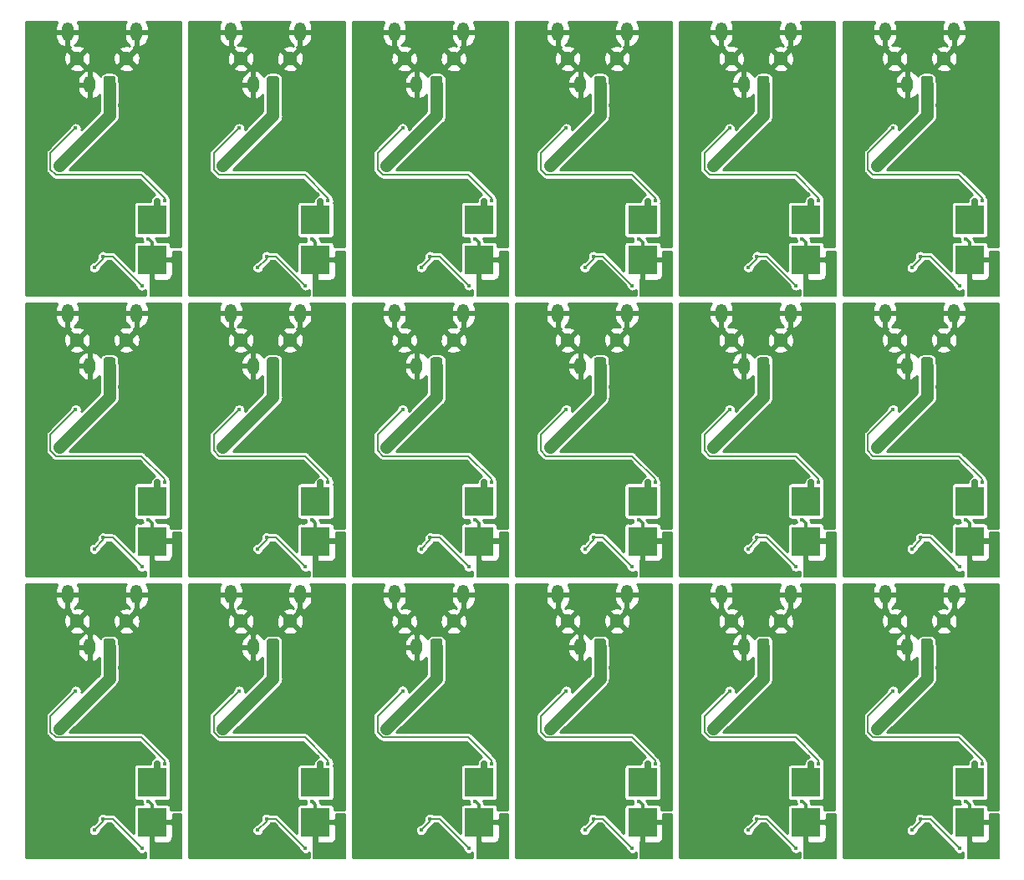
<source format=gbr>
G04 #@! TF.GenerationSoftware,KiCad,Pcbnew,(5.1.2)-2*
G04 #@! TF.CreationDate,2019-08-12T20:16:11-04:00*
G04 #@! TF.ProjectId,v2_panelized,76325f70-616e-4656-9c69-7a65642e6b69,rev?*
G04 #@! TF.SameCoordinates,Original*
G04 #@! TF.FileFunction,Copper,L2,Bot*
G04 #@! TF.FilePolarity,Positive*
%FSLAX46Y46*%
G04 Gerber Fmt 4.6, Leading zero omitted, Abs format (unit mm)*
G04 Created by KiCad (PCBNEW (5.1.2)-2) date 2019-08-12 20:16:11*
%MOMM*%
%LPD*%
G04 APERTURE LIST*
%ADD10O,1.200000X1.750000*%
%ADD11C,0.100000*%
%ADD12C,1.200000*%
%ADD13O,1.200000X1.900000*%
%ADD14C,1.450000*%
%ADD15R,3.000000X3.000000*%
%ADD16C,0.450000*%
%ADD17C,0.800000*%
%ADD18C,0.203200*%
%ADD19C,0.304800*%
%ADD20C,1.270000*%
%ADD21C,0.635000*%
%ADD22C,0.254000*%
%ADD23C,0.152400*%
G04 APERTURE END LIST*
D10*
X223040010Y-7364404D03*
D11*
G36*
X225414515Y-6490608D02*
G01*
X225438783Y-6494208D01*
X225462582Y-6500169D01*
X225485681Y-6508434D01*
X225507860Y-6518924D01*
X225528903Y-6531536D01*
X225548609Y-6546151D01*
X225566787Y-6562627D01*
X225583263Y-6580805D01*
X225597878Y-6600511D01*
X225610490Y-6621554D01*
X225620980Y-6643733D01*
X225629245Y-6666832D01*
X225635206Y-6690631D01*
X225638806Y-6714899D01*
X225640010Y-6739403D01*
X225640010Y-7989405D01*
X225638806Y-8013909D01*
X225635206Y-8038177D01*
X225629245Y-8061976D01*
X225620980Y-8085075D01*
X225610490Y-8107254D01*
X225597878Y-8128297D01*
X225583263Y-8148003D01*
X225566787Y-8166181D01*
X225548609Y-8182657D01*
X225528903Y-8197272D01*
X225507860Y-8209884D01*
X225485681Y-8220374D01*
X225462582Y-8228639D01*
X225438783Y-8234600D01*
X225414515Y-8238200D01*
X225390011Y-8239404D01*
X224690009Y-8239404D01*
X224665505Y-8238200D01*
X224641237Y-8234600D01*
X224617438Y-8228639D01*
X224594339Y-8220374D01*
X224572160Y-8209884D01*
X224551117Y-8197272D01*
X224531411Y-8182657D01*
X224513233Y-8166181D01*
X224496757Y-8148003D01*
X224482142Y-8128297D01*
X224469530Y-8107254D01*
X224459040Y-8085075D01*
X224450775Y-8061976D01*
X224444814Y-8038177D01*
X224441214Y-8013909D01*
X224440010Y-7989405D01*
X224440010Y-6739403D01*
X224441214Y-6714899D01*
X224444814Y-6690631D01*
X224450775Y-6666832D01*
X224459040Y-6643733D01*
X224469530Y-6621554D01*
X224482142Y-6600511D01*
X224496757Y-6580805D01*
X224513233Y-6562627D01*
X224531411Y-6546151D01*
X224551117Y-6531536D01*
X224572160Y-6518924D01*
X224594339Y-6508434D01*
X224617438Y-6500169D01*
X224641237Y-6494208D01*
X224665505Y-6490608D01*
X224690009Y-6489404D01*
X225390011Y-6489404D01*
X225414515Y-6490608D01*
X225414515Y-6490608D01*
G37*
D12*
X225040010Y-7364404D03*
D10*
X223040010Y21133598D03*
D11*
G36*
X225414515Y22007394D02*
G01*
X225438783Y22003794D01*
X225462582Y21997833D01*
X225485681Y21989568D01*
X225507860Y21979078D01*
X225528903Y21966466D01*
X225548609Y21951851D01*
X225566787Y21935375D01*
X225583263Y21917197D01*
X225597878Y21897491D01*
X225610490Y21876448D01*
X225620980Y21854269D01*
X225629245Y21831170D01*
X225635206Y21807371D01*
X225638806Y21783103D01*
X225640010Y21758599D01*
X225640010Y20508597D01*
X225638806Y20484093D01*
X225635206Y20459825D01*
X225629245Y20436026D01*
X225620980Y20412927D01*
X225610490Y20390748D01*
X225597878Y20369705D01*
X225583263Y20349999D01*
X225566787Y20331821D01*
X225548609Y20315345D01*
X225528903Y20300730D01*
X225507860Y20288118D01*
X225485681Y20277628D01*
X225462582Y20269363D01*
X225438783Y20263402D01*
X225414515Y20259802D01*
X225390011Y20258598D01*
X224690009Y20258598D01*
X224665505Y20259802D01*
X224641237Y20263402D01*
X224617438Y20269363D01*
X224594339Y20277628D01*
X224572160Y20288118D01*
X224551117Y20300730D01*
X224531411Y20315345D01*
X224513233Y20331821D01*
X224496757Y20349999D01*
X224482142Y20369705D01*
X224469530Y20390748D01*
X224459040Y20412927D01*
X224450775Y20436026D01*
X224444814Y20459825D01*
X224441214Y20484093D01*
X224440010Y20508597D01*
X224440010Y21758599D01*
X224441214Y21783103D01*
X224444814Y21807371D01*
X224450775Y21831170D01*
X224459040Y21854269D01*
X224469530Y21876448D01*
X224482142Y21897491D01*
X224496757Y21917197D01*
X224513233Y21935375D01*
X224531411Y21951851D01*
X224551117Y21966466D01*
X224572160Y21979078D01*
X224594339Y21989568D01*
X224617438Y21997833D01*
X224641237Y22003794D01*
X224665505Y22007394D01*
X224690009Y22008598D01*
X225390011Y22008598D01*
X225414515Y22007394D01*
X225414515Y22007394D01*
G37*
D12*
X225040010Y21133598D03*
D10*
X223040010Y49631600D03*
D11*
G36*
X225414515Y50505396D02*
G01*
X225438783Y50501796D01*
X225462582Y50495835D01*
X225485681Y50487570D01*
X225507860Y50477080D01*
X225528903Y50464468D01*
X225548609Y50449853D01*
X225566787Y50433377D01*
X225583263Y50415199D01*
X225597878Y50395493D01*
X225610490Y50374450D01*
X225620980Y50352271D01*
X225629245Y50329172D01*
X225635206Y50305373D01*
X225638806Y50281105D01*
X225640010Y50256601D01*
X225640010Y49006599D01*
X225638806Y48982095D01*
X225635206Y48957827D01*
X225629245Y48934028D01*
X225620980Y48910929D01*
X225610490Y48888750D01*
X225597878Y48867707D01*
X225583263Y48848001D01*
X225566787Y48829823D01*
X225548609Y48813347D01*
X225528903Y48798732D01*
X225507860Y48786120D01*
X225485681Y48775630D01*
X225462582Y48767365D01*
X225438783Y48761404D01*
X225414515Y48757804D01*
X225390011Y48756600D01*
X224690009Y48756600D01*
X224665505Y48757804D01*
X224641237Y48761404D01*
X224617438Y48767365D01*
X224594339Y48775630D01*
X224572160Y48786120D01*
X224551117Y48798732D01*
X224531411Y48813347D01*
X224513233Y48829823D01*
X224496757Y48848001D01*
X224482142Y48867707D01*
X224469530Y48888750D01*
X224459040Y48910929D01*
X224450775Y48934028D01*
X224444814Y48957827D01*
X224441214Y48982095D01*
X224440010Y49006599D01*
X224440010Y50256601D01*
X224441214Y50281105D01*
X224444814Y50305373D01*
X224450775Y50329172D01*
X224459040Y50352271D01*
X224469530Y50374450D01*
X224482142Y50395493D01*
X224496757Y50415199D01*
X224513233Y50433377D01*
X224531411Y50449853D01*
X224551117Y50464468D01*
X224572160Y50477080D01*
X224594339Y50487570D01*
X224617438Y50495835D01*
X224641237Y50501796D01*
X224665505Y50505396D01*
X224690009Y50506600D01*
X225390011Y50506600D01*
X225414515Y50505396D01*
X225414515Y50505396D01*
G37*
D12*
X225040010Y49631600D03*
D10*
X206480008Y-7364404D03*
D11*
G36*
X208854513Y-6490608D02*
G01*
X208878781Y-6494208D01*
X208902580Y-6500169D01*
X208925679Y-6508434D01*
X208947858Y-6518924D01*
X208968901Y-6531536D01*
X208988607Y-6546151D01*
X209006785Y-6562627D01*
X209023261Y-6580805D01*
X209037876Y-6600511D01*
X209050488Y-6621554D01*
X209060978Y-6643733D01*
X209069243Y-6666832D01*
X209075204Y-6690631D01*
X209078804Y-6714899D01*
X209080008Y-6739403D01*
X209080008Y-7989405D01*
X209078804Y-8013909D01*
X209075204Y-8038177D01*
X209069243Y-8061976D01*
X209060978Y-8085075D01*
X209050488Y-8107254D01*
X209037876Y-8128297D01*
X209023261Y-8148003D01*
X209006785Y-8166181D01*
X208988607Y-8182657D01*
X208968901Y-8197272D01*
X208947858Y-8209884D01*
X208925679Y-8220374D01*
X208902580Y-8228639D01*
X208878781Y-8234600D01*
X208854513Y-8238200D01*
X208830009Y-8239404D01*
X208130007Y-8239404D01*
X208105503Y-8238200D01*
X208081235Y-8234600D01*
X208057436Y-8228639D01*
X208034337Y-8220374D01*
X208012158Y-8209884D01*
X207991115Y-8197272D01*
X207971409Y-8182657D01*
X207953231Y-8166181D01*
X207936755Y-8148003D01*
X207922140Y-8128297D01*
X207909528Y-8107254D01*
X207899038Y-8085075D01*
X207890773Y-8061976D01*
X207884812Y-8038177D01*
X207881212Y-8013909D01*
X207880008Y-7989405D01*
X207880008Y-6739403D01*
X207881212Y-6714899D01*
X207884812Y-6690631D01*
X207890773Y-6666832D01*
X207899038Y-6643733D01*
X207909528Y-6621554D01*
X207922140Y-6600511D01*
X207936755Y-6580805D01*
X207953231Y-6562627D01*
X207971409Y-6546151D01*
X207991115Y-6531536D01*
X208012158Y-6518924D01*
X208034337Y-6508434D01*
X208057436Y-6500169D01*
X208081235Y-6494208D01*
X208105503Y-6490608D01*
X208130007Y-6489404D01*
X208830009Y-6489404D01*
X208854513Y-6490608D01*
X208854513Y-6490608D01*
G37*
D12*
X208480008Y-7364404D03*
D10*
X206480008Y21133598D03*
D11*
G36*
X208854513Y22007394D02*
G01*
X208878781Y22003794D01*
X208902580Y21997833D01*
X208925679Y21989568D01*
X208947858Y21979078D01*
X208968901Y21966466D01*
X208988607Y21951851D01*
X209006785Y21935375D01*
X209023261Y21917197D01*
X209037876Y21897491D01*
X209050488Y21876448D01*
X209060978Y21854269D01*
X209069243Y21831170D01*
X209075204Y21807371D01*
X209078804Y21783103D01*
X209080008Y21758599D01*
X209080008Y20508597D01*
X209078804Y20484093D01*
X209075204Y20459825D01*
X209069243Y20436026D01*
X209060978Y20412927D01*
X209050488Y20390748D01*
X209037876Y20369705D01*
X209023261Y20349999D01*
X209006785Y20331821D01*
X208988607Y20315345D01*
X208968901Y20300730D01*
X208947858Y20288118D01*
X208925679Y20277628D01*
X208902580Y20269363D01*
X208878781Y20263402D01*
X208854513Y20259802D01*
X208830009Y20258598D01*
X208130007Y20258598D01*
X208105503Y20259802D01*
X208081235Y20263402D01*
X208057436Y20269363D01*
X208034337Y20277628D01*
X208012158Y20288118D01*
X207991115Y20300730D01*
X207971409Y20315345D01*
X207953231Y20331821D01*
X207936755Y20349999D01*
X207922140Y20369705D01*
X207909528Y20390748D01*
X207899038Y20412927D01*
X207890773Y20436026D01*
X207884812Y20459825D01*
X207881212Y20484093D01*
X207880008Y20508597D01*
X207880008Y21758599D01*
X207881212Y21783103D01*
X207884812Y21807371D01*
X207890773Y21831170D01*
X207899038Y21854269D01*
X207909528Y21876448D01*
X207922140Y21897491D01*
X207936755Y21917197D01*
X207953231Y21935375D01*
X207971409Y21951851D01*
X207991115Y21966466D01*
X208012158Y21979078D01*
X208034337Y21989568D01*
X208057436Y21997833D01*
X208081235Y22003794D01*
X208105503Y22007394D01*
X208130007Y22008598D01*
X208830009Y22008598D01*
X208854513Y22007394D01*
X208854513Y22007394D01*
G37*
D12*
X208480008Y21133598D03*
D10*
X206480008Y49631600D03*
D11*
G36*
X208854513Y50505396D02*
G01*
X208878781Y50501796D01*
X208902580Y50495835D01*
X208925679Y50487570D01*
X208947858Y50477080D01*
X208968901Y50464468D01*
X208988607Y50449853D01*
X209006785Y50433377D01*
X209023261Y50415199D01*
X209037876Y50395493D01*
X209050488Y50374450D01*
X209060978Y50352271D01*
X209069243Y50329172D01*
X209075204Y50305373D01*
X209078804Y50281105D01*
X209080008Y50256601D01*
X209080008Y49006599D01*
X209078804Y48982095D01*
X209075204Y48957827D01*
X209069243Y48934028D01*
X209060978Y48910929D01*
X209050488Y48888750D01*
X209037876Y48867707D01*
X209023261Y48848001D01*
X209006785Y48829823D01*
X208988607Y48813347D01*
X208968901Y48798732D01*
X208947858Y48786120D01*
X208925679Y48775630D01*
X208902580Y48767365D01*
X208878781Y48761404D01*
X208854513Y48757804D01*
X208830009Y48756600D01*
X208130007Y48756600D01*
X208105503Y48757804D01*
X208081235Y48761404D01*
X208057436Y48767365D01*
X208034337Y48775630D01*
X208012158Y48786120D01*
X207991115Y48798732D01*
X207971409Y48813347D01*
X207953231Y48829823D01*
X207936755Y48848001D01*
X207922140Y48867707D01*
X207909528Y48888750D01*
X207899038Y48910929D01*
X207890773Y48934028D01*
X207884812Y48957827D01*
X207881212Y48982095D01*
X207880008Y49006599D01*
X207880008Y50256601D01*
X207881212Y50281105D01*
X207884812Y50305373D01*
X207890773Y50329172D01*
X207899038Y50352271D01*
X207909528Y50374450D01*
X207922140Y50395493D01*
X207936755Y50415199D01*
X207953231Y50433377D01*
X207971409Y50449853D01*
X207991115Y50464468D01*
X208012158Y50477080D01*
X208034337Y50487570D01*
X208057436Y50495835D01*
X208081235Y50501796D01*
X208105503Y50505396D01*
X208130007Y50506600D01*
X208830009Y50506600D01*
X208854513Y50505396D01*
X208854513Y50505396D01*
G37*
D12*
X208480008Y49631600D03*
D10*
X189920006Y-7364404D03*
D11*
G36*
X192294511Y-6490608D02*
G01*
X192318779Y-6494208D01*
X192342578Y-6500169D01*
X192365677Y-6508434D01*
X192387856Y-6518924D01*
X192408899Y-6531536D01*
X192428605Y-6546151D01*
X192446783Y-6562627D01*
X192463259Y-6580805D01*
X192477874Y-6600511D01*
X192490486Y-6621554D01*
X192500976Y-6643733D01*
X192509241Y-6666832D01*
X192515202Y-6690631D01*
X192518802Y-6714899D01*
X192520006Y-6739403D01*
X192520006Y-7989405D01*
X192518802Y-8013909D01*
X192515202Y-8038177D01*
X192509241Y-8061976D01*
X192500976Y-8085075D01*
X192490486Y-8107254D01*
X192477874Y-8128297D01*
X192463259Y-8148003D01*
X192446783Y-8166181D01*
X192428605Y-8182657D01*
X192408899Y-8197272D01*
X192387856Y-8209884D01*
X192365677Y-8220374D01*
X192342578Y-8228639D01*
X192318779Y-8234600D01*
X192294511Y-8238200D01*
X192270007Y-8239404D01*
X191570005Y-8239404D01*
X191545501Y-8238200D01*
X191521233Y-8234600D01*
X191497434Y-8228639D01*
X191474335Y-8220374D01*
X191452156Y-8209884D01*
X191431113Y-8197272D01*
X191411407Y-8182657D01*
X191393229Y-8166181D01*
X191376753Y-8148003D01*
X191362138Y-8128297D01*
X191349526Y-8107254D01*
X191339036Y-8085075D01*
X191330771Y-8061976D01*
X191324810Y-8038177D01*
X191321210Y-8013909D01*
X191320006Y-7989405D01*
X191320006Y-6739403D01*
X191321210Y-6714899D01*
X191324810Y-6690631D01*
X191330771Y-6666832D01*
X191339036Y-6643733D01*
X191349526Y-6621554D01*
X191362138Y-6600511D01*
X191376753Y-6580805D01*
X191393229Y-6562627D01*
X191411407Y-6546151D01*
X191431113Y-6531536D01*
X191452156Y-6518924D01*
X191474335Y-6508434D01*
X191497434Y-6500169D01*
X191521233Y-6494208D01*
X191545501Y-6490608D01*
X191570005Y-6489404D01*
X192270007Y-6489404D01*
X192294511Y-6490608D01*
X192294511Y-6490608D01*
G37*
D12*
X191920006Y-7364404D03*
D10*
X189920006Y21133598D03*
D11*
G36*
X192294511Y22007394D02*
G01*
X192318779Y22003794D01*
X192342578Y21997833D01*
X192365677Y21989568D01*
X192387856Y21979078D01*
X192408899Y21966466D01*
X192428605Y21951851D01*
X192446783Y21935375D01*
X192463259Y21917197D01*
X192477874Y21897491D01*
X192490486Y21876448D01*
X192500976Y21854269D01*
X192509241Y21831170D01*
X192515202Y21807371D01*
X192518802Y21783103D01*
X192520006Y21758599D01*
X192520006Y20508597D01*
X192518802Y20484093D01*
X192515202Y20459825D01*
X192509241Y20436026D01*
X192500976Y20412927D01*
X192490486Y20390748D01*
X192477874Y20369705D01*
X192463259Y20349999D01*
X192446783Y20331821D01*
X192428605Y20315345D01*
X192408899Y20300730D01*
X192387856Y20288118D01*
X192365677Y20277628D01*
X192342578Y20269363D01*
X192318779Y20263402D01*
X192294511Y20259802D01*
X192270007Y20258598D01*
X191570005Y20258598D01*
X191545501Y20259802D01*
X191521233Y20263402D01*
X191497434Y20269363D01*
X191474335Y20277628D01*
X191452156Y20288118D01*
X191431113Y20300730D01*
X191411407Y20315345D01*
X191393229Y20331821D01*
X191376753Y20349999D01*
X191362138Y20369705D01*
X191349526Y20390748D01*
X191339036Y20412927D01*
X191330771Y20436026D01*
X191324810Y20459825D01*
X191321210Y20484093D01*
X191320006Y20508597D01*
X191320006Y21758599D01*
X191321210Y21783103D01*
X191324810Y21807371D01*
X191330771Y21831170D01*
X191339036Y21854269D01*
X191349526Y21876448D01*
X191362138Y21897491D01*
X191376753Y21917197D01*
X191393229Y21935375D01*
X191411407Y21951851D01*
X191431113Y21966466D01*
X191452156Y21979078D01*
X191474335Y21989568D01*
X191497434Y21997833D01*
X191521233Y22003794D01*
X191545501Y22007394D01*
X191570005Y22008598D01*
X192270007Y22008598D01*
X192294511Y22007394D01*
X192294511Y22007394D01*
G37*
D12*
X191920006Y21133598D03*
D10*
X189920006Y49631600D03*
D11*
G36*
X192294511Y50505396D02*
G01*
X192318779Y50501796D01*
X192342578Y50495835D01*
X192365677Y50487570D01*
X192387856Y50477080D01*
X192408899Y50464468D01*
X192428605Y50449853D01*
X192446783Y50433377D01*
X192463259Y50415199D01*
X192477874Y50395493D01*
X192490486Y50374450D01*
X192500976Y50352271D01*
X192509241Y50329172D01*
X192515202Y50305373D01*
X192518802Y50281105D01*
X192520006Y50256601D01*
X192520006Y49006599D01*
X192518802Y48982095D01*
X192515202Y48957827D01*
X192509241Y48934028D01*
X192500976Y48910929D01*
X192490486Y48888750D01*
X192477874Y48867707D01*
X192463259Y48848001D01*
X192446783Y48829823D01*
X192428605Y48813347D01*
X192408899Y48798732D01*
X192387856Y48786120D01*
X192365677Y48775630D01*
X192342578Y48767365D01*
X192318779Y48761404D01*
X192294511Y48757804D01*
X192270007Y48756600D01*
X191570005Y48756600D01*
X191545501Y48757804D01*
X191521233Y48761404D01*
X191497434Y48767365D01*
X191474335Y48775630D01*
X191452156Y48786120D01*
X191431113Y48798732D01*
X191411407Y48813347D01*
X191393229Y48829823D01*
X191376753Y48848001D01*
X191362138Y48867707D01*
X191349526Y48888750D01*
X191339036Y48910929D01*
X191330771Y48934028D01*
X191324810Y48957827D01*
X191321210Y48982095D01*
X191320006Y49006599D01*
X191320006Y50256601D01*
X191321210Y50281105D01*
X191324810Y50305373D01*
X191330771Y50329172D01*
X191339036Y50352271D01*
X191349526Y50374450D01*
X191362138Y50395493D01*
X191376753Y50415199D01*
X191393229Y50433377D01*
X191411407Y50449853D01*
X191431113Y50464468D01*
X191452156Y50477080D01*
X191474335Y50487570D01*
X191497434Y50495835D01*
X191521233Y50501796D01*
X191545501Y50505396D01*
X191570005Y50506600D01*
X192270007Y50506600D01*
X192294511Y50505396D01*
X192294511Y50505396D01*
G37*
D12*
X191920006Y49631600D03*
D10*
X173360004Y-7364404D03*
D11*
G36*
X175734509Y-6490608D02*
G01*
X175758777Y-6494208D01*
X175782576Y-6500169D01*
X175805675Y-6508434D01*
X175827854Y-6518924D01*
X175848897Y-6531536D01*
X175868603Y-6546151D01*
X175886781Y-6562627D01*
X175903257Y-6580805D01*
X175917872Y-6600511D01*
X175930484Y-6621554D01*
X175940974Y-6643733D01*
X175949239Y-6666832D01*
X175955200Y-6690631D01*
X175958800Y-6714899D01*
X175960004Y-6739403D01*
X175960004Y-7989405D01*
X175958800Y-8013909D01*
X175955200Y-8038177D01*
X175949239Y-8061976D01*
X175940974Y-8085075D01*
X175930484Y-8107254D01*
X175917872Y-8128297D01*
X175903257Y-8148003D01*
X175886781Y-8166181D01*
X175868603Y-8182657D01*
X175848897Y-8197272D01*
X175827854Y-8209884D01*
X175805675Y-8220374D01*
X175782576Y-8228639D01*
X175758777Y-8234600D01*
X175734509Y-8238200D01*
X175710005Y-8239404D01*
X175010003Y-8239404D01*
X174985499Y-8238200D01*
X174961231Y-8234600D01*
X174937432Y-8228639D01*
X174914333Y-8220374D01*
X174892154Y-8209884D01*
X174871111Y-8197272D01*
X174851405Y-8182657D01*
X174833227Y-8166181D01*
X174816751Y-8148003D01*
X174802136Y-8128297D01*
X174789524Y-8107254D01*
X174779034Y-8085075D01*
X174770769Y-8061976D01*
X174764808Y-8038177D01*
X174761208Y-8013909D01*
X174760004Y-7989405D01*
X174760004Y-6739403D01*
X174761208Y-6714899D01*
X174764808Y-6690631D01*
X174770769Y-6666832D01*
X174779034Y-6643733D01*
X174789524Y-6621554D01*
X174802136Y-6600511D01*
X174816751Y-6580805D01*
X174833227Y-6562627D01*
X174851405Y-6546151D01*
X174871111Y-6531536D01*
X174892154Y-6518924D01*
X174914333Y-6508434D01*
X174937432Y-6500169D01*
X174961231Y-6494208D01*
X174985499Y-6490608D01*
X175010003Y-6489404D01*
X175710005Y-6489404D01*
X175734509Y-6490608D01*
X175734509Y-6490608D01*
G37*
D12*
X175360004Y-7364404D03*
D10*
X173360004Y21133598D03*
D11*
G36*
X175734509Y22007394D02*
G01*
X175758777Y22003794D01*
X175782576Y21997833D01*
X175805675Y21989568D01*
X175827854Y21979078D01*
X175848897Y21966466D01*
X175868603Y21951851D01*
X175886781Y21935375D01*
X175903257Y21917197D01*
X175917872Y21897491D01*
X175930484Y21876448D01*
X175940974Y21854269D01*
X175949239Y21831170D01*
X175955200Y21807371D01*
X175958800Y21783103D01*
X175960004Y21758599D01*
X175960004Y20508597D01*
X175958800Y20484093D01*
X175955200Y20459825D01*
X175949239Y20436026D01*
X175940974Y20412927D01*
X175930484Y20390748D01*
X175917872Y20369705D01*
X175903257Y20349999D01*
X175886781Y20331821D01*
X175868603Y20315345D01*
X175848897Y20300730D01*
X175827854Y20288118D01*
X175805675Y20277628D01*
X175782576Y20269363D01*
X175758777Y20263402D01*
X175734509Y20259802D01*
X175710005Y20258598D01*
X175010003Y20258598D01*
X174985499Y20259802D01*
X174961231Y20263402D01*
X174937432Y20269363D01*
X174914333Y20277628D01*
X174892154Y20288118D01*
X174871111Y20300730D01*
X174851405Y20315345D01*
X174833227Y20331821D01*
X174816751Y20349999D01*
X174802136Y20369705D01*
X174789524Y20390748D01*
X174779034Y20412927D01*
X174770769Y20436026D01*
X174764808Y20459825D01*
X174761208Y20484093D01*
X174760004Y20508597D01*
X174760004Y21758599D01*
X174761208Y21783103D01*
X174764808Y21807371D01*
X174770769Y21831170D01*
X174779034Y21854269D01*
X174789524Y21876448D01*
X174802136Y21897491D01*
X174816751Y21917197D01*
X174833227Y21935375D01*
X174851405Y21951851D01*
X174871111Y21966466D01*
X174892154Y21979078D01*
X174914333Y21989568D01*
X174937432Y21997833D01*
X174961231Y22003794D01*
X174985499Y22007394D01*
X175010003Y22008598D01*
X175710005Y22008598D01*
X175734509Y22007394D01*
X175734509Y22007394D01*
G37*
D12*
X175360004Y21133598D03*
D10*
X173360004Y49631600D03*
D11*
G36*
X175734509Y50505396D02*
G01*
X175758777Y50501796D01*
X175782576Y50495835D01*
X175805675Y50487570D01*
X175827854Y50477080D01*
X175848897Y50464468D01*
X175868603Y50449853D01*
X175886781Y50433377D01*
X175903257Y50415199D01*
X175917872Y50395493D01*
X175930484Y50374450D01*
X175940974Y50352271D01*
X175949239Y50329172D01*
X175955200Y50305373D01*
X175958800Y50281105D01*
X175960004Y50256601D01*
X175960004Y49006599D01*
X175958800Y48982095D01*
X175955200Y48957827D01*
X175949239Y48934028D01*
X175940974Y48910929D01*
X175930484Y48888750D01*
X175917872Y48867707D01*
X175903257Y48848001D01*
X175886781Y48829823D01*
X175868603Y48813347D01*
X175848897Y48798732D01*
X175827854Y48786120D01*
X175805675Y48775630D01*
X175782576Y48767365D01*
X175758777Y48761404D01*
X175734509Y48757804D01*
X175710005Y48756600D01*
X175010003Y48756600D01*
X174985499Y48757804D01*
X174961231Y48761404D01*
X174937432Y48767365D01*
X174914333Y48775630D01*
X174892154Y48786120D01*
X174871111Y48798732D01*
X174851405Y48813347D01*
X174833227Y48829823D01*
X174816751Y48848001D01*
X174802136Y48867707D01*
X174789524Y48888750D01*
X174779034Y48910929D01*
X174770769Y48934028D01*
X174764808Y48957827D01*
X174761208Y48982095D01*
X174760004Y49006599D01*
X174760004Y50256601D01*
X174761208Y50281105D01*
X174764808Y50305373D01*
X174770769Y50329172D01*
X174779034Y50352271D01*
X174789524Y50374450D01*
X174802136Y50395493D01*
X174816751Y50415199D01*
X174833227Y50433377D01*
X174851405Y50449853D01*
X174871111Y50464468D01*
X174892154Y50477080D01*
X174914333Y50487570D01*
X174937432Y50495835D01*
X174961231Y50501796D01*
X174985499Y50505396D01*
X175010003Y50506600D01*
X175710005Y50506600D01*
X175734509Y50505396D01*
X175734509Y50505396D01*
G37*
D12*
X175360004Y49631600D03*
D10*
X156800002Y-7364404D03*
D11*
G36*
X159174507Y-6490608D02*
G01*
X159198775Y-6494208D01*
X159222574Y-6500169D01*
X159245673Y-6508434D01*
X159267852Y-6518924D01*
X159288895Y-6531536D01*
X159308601Y-6546151D01*
X159326779Y-6562627D01*
X159343255Y-6580805D01*
X159357870Y-6600511D01*
X159370482Y-6621554D01*
X159380972Y-6643733D01*
X159389237Y-6666832D01*
X159395198Y-6690631D01*
X159398798Y-6714899D01*
X159400002Y-6739403D01*
X159400002Y-7989405D01*
X159398798Y-8013909D01*
X159395198Y-8038177D01*
X159389237Y-8061976D01*
X159380972Y-8085075D01*
X159370482Y-8107254D01*
X159357870Y-8128297D01*
X159343255Y-8148003D01*
X159326779Y-8166181D01*
X159308601Y-8182657D01*
X159288895Y-8197272D01*
X159267852Y-8209884D01*
X159245673Y-8220374D01*
X159222574Y-8228639D01*
X159198775Y-8234600D01*
X159174507Y-8238200D01*
X159150003Y-8239404D01*
X158450001Y-8239404D01*
X158425497Y-8238200D01*
X158401229Y-8234600D01*
X158377430Y-8228639D01*
X158354331Y-8220374D01*
X158332152Y-8209884D01*
X158311109Y-8197272D01*
X158291403Y-8182657D01*
X158273225Y-8166181D01*
X158256749Y-8148003D01*
X158242134Y-8128297D01*
X158229522Y-8107254D01*
X158219032Y-8085075D01*
X158210767Y-8061976D01*
X158204806Y-8038177D01*
X158201206Y-8013909D01*
X158200002Y-7989405D01*
X158200002Y-6739403D01*
X158201206Y-6714899D01*
X158204806Y-6690631D01*
X158210767Y-6666832D01*
X158219032Y-6643733D01*
X158229522Y-6621554D01*
X158242134Y-6600511D01*
X158256749Y-6580805D01*
X158273225Y-6562627D01*
X158291403Y-6546151D01*
X158311109Y-6531536D01*
X158332152Y-6518924D01*
X158354331Y-6508434D01*
X158377430Y-6500169D01*
X158401229Y-6494208D01*
X158425497Y-6490608D01*
X158450001Y-6489404D01*
X159150003Y-6489404D01*
X159174507Y-6490608D01*
X159174507Y-6490608D01*
G37*
D12*
X158800002Y-7364404D03*
D10*
X156800002Y21133598D03*
D11*
G36*
X159174507Y22007394D02*
G01*
X159198775Y22003794D01*
X159222574Y21997833D01*
X159245673Y21989568D01*
X159267852Y21979078D01*
X159288895Y21966466D01*
X159308601Y21951851D01*
X159326779Y21935375D01*
X159343255Y21917197D01*
X159357870Y21897491D01*
X159370482Y21876448D01*
X159380972Y21854269D01*
X159389237Y21831170D01*
X159395198Y21807371D01*
X159398798Y21783103D01*
X159400002Y21758599D01*
X159400002Y20508597D01*
X159398798Y20484093D01*
X159395198Y20459825D01*
X159389237Y20436026D01*
X159380972Y20412927D01*
X159370482Y20390748D01*
X159357870Y20369705D01*
X159343255Y20349999D01*
X159326779Y20331821D01*
X159308601Y20315345D01*
X159288895Y20300730D01*
X159267852Y20288118D01*
X159245673Y20277628D01*
X159222574Y20269363D01*
X159198775Y20263402D01*
X159174507Y20259802D01*
X159150003Y20258598D01*
X158450001Y20258598D01*
X158425497Y20259802D01*
X158401229Y20263402D01*
X158377430Y20269363D01*
X158354331Y20277628D01*
X158332152Y20288118D01*
X158311109Y20300730D01*
X158291403Y20315345D01*
X158273225Y20331821D01*
X158256749Y20349999D01*
X158242134Y20369705D01*
X158229522Y20390748D01*
X158219032Y20412927D01*
X158210767Y20436026D01*
X158204806Y20459825D01*
X158201206Y20484093D01*
X158200002Y20508597D01*
X158200002Y21758599D01*
X158201206Y21783103D01*
X158204806Y21807371D01*
X158210767Y21831170D01*
X158219032Y21854269D01*
X158229522Y21876448D01*
X158242134Y21897491D01*
X158256749Y21917197D01*
X158273225Y21935375D01*
X158291403Y21951851D01*
X158311109Y21966466D01*
X158332152Y21979078D01*
X158354331Y21989568D01*
X158377430Y21997833D01*
X158401229Y22003794D01*
X158425497Y22007394D01*
X158450001Y22008598D01*
X159150003Y22008598D01*
X159174507Y22007394D01*
X159174507Y22007394D01*
G37*
D12*
X158800002Y21133598D03*
D10*
X156800002Y49631600D03*
D11*
G36*
X159174507Y50505396D02*
G01*
X159198775Y50501796D01*
X159222574Y50495835D01*
X159245673Y50487570D01*
X159267852Y50477080D01*
X159288895Y50464468D01*
X159308601Y50449853D01*
X159326779Y50433377D01*
X159343255Y50415199D01*
X159357870Y50395493D01*
X159370482Y50374450D01*
X159380972Y50352271D01*
X159389237Y50329172D01*
X159395198Y50305373D01*
X159398798Y50281105D01*
X159400002Y50256601D01*
X159400002Y49006599D01*
X159398798Y48982095D01*
X159395198Y48957827D01*
X159389237Y48934028D01*
X159380972Y48910929D01*
X159370482Y48888750D01*
X159357870Y48867707D01*
X159343255Y48848001D01*
X159326779Y48829823D01*
X159308601Y48813347D01*
X159288895Y48798732D01*
X159267852Y48786120D01*
X159245673Y48775630D01*
X159222574Y48767365D01*
X159198775Y48761404D01*
X159174507Y48757804D01*
X159150003Y48756600D01*
X158450001Y48756600D01*
X158425497Y48757804D01*
X158401229Y48761404D01*
X158377430Y48767365D01*
X158354331Y48775630D01*
X158332152Y48786120D01*
X158311109Y48798732D01*
X158291403Y48813347D01*
X158273225Y48829823D01*
X158256749Y48848001D01*
X158242134Y48867707D01*
X158229522Y48888750D01*
X158219032Y48910929D01*
X158210767Y48934028D01*
X158204806Y48957827D01*
X158201206Y48982095D01*
X158200002Y49006599D01*
X158200002Y50256601D01*
X158201206Y50281105D01*
X158204806Y50305373D01*
X158210767Y50329172D01*
X158219032Y50352271D01*
X158229522Y50374450D01*
X158242134Y50395493D01*
X158256749Y50415199D01*
X158273225Y50433377D01*
X158291403Y50449853D01*
X158311109Y50464468D01*
X158332152Y50477080D01*
X158354331Y50487570D01*
X158377430Y50495835D01*
X158401229Y50501796D01*
X158425497Y50505396D01*
X158450001Y50506600D01*
X159150003Y50506600D01*
X159174507Y50505396D01*
X159174507Y50505396D01*
G37*
D12*
X158800002Y49631600D03*
D10*
X140240000Y-7364404D03*
D11*
G36*
X142614505Y-6490608D02*
G01*
X142638773Y-6494208D01*
X142662572Y-6500169D01*
X142685671Y-6508434D01*
X142707850Y-6518924D01*
X142728893Y-6531536D01*
X142748599Y-6546151D01*
X142766777Y-6562627D01*
X142783253Y-6580805D01*
X142797868Y-6600511D01*
X142810480Y-6621554D01*
X142820970Y-6643733D01*
X142829235Y-6666832D01*
X142835196Y-6690631D01*
X142838796Y-6714899D01*
X142840000Y-6739403D01*
X142840000Y-7989405D01*
X142838796Y-8013909D01*
X142835196Y-8038177D01*
X142829235Y-8061976D01*
X142820970Y-8085075D01*
X142810480Y-8107254D01*
X142797868Y-8128297D01*
X142783253Y-8148003D01*
X142766777Y-8166181D01*
X142748599Y-8182657D01*
X142728893Y-8197272D01*
X142707850Y-8209884D01*
X142685671Y-8220374D01*
X142662572Y-8228639D01*
X142638773Y-8234600D01*
X142614505Y-8238200D01*
X142590001Y-8239404D01*
X141889999Y-8239404D01*
X141865495Y-8238200D01*
X141841227Y-8234600D01*
X141817428Y-8228639D01*
X141794329Y-8220374D01*
X141772150Y-8209884D01*
X141751107Y-8197272D01*
X141731401Y-8182657D01*
X141713223Y-8166181D01*
X141696747Y-8148003D01*
X141682132Y-8128297D01*
X141669520Y-8107254D01*
X141659030Y-8085075D01*
X141650765Y-8061976D01*
X141644804Y-8038177D01*
X141641204Y-8013909D01*
X141640000Y-7989405D01*
X141640000Y-6739403D01*
X141641204Y-6714899D01*
X141644804Y-6690631D01*
X141650765Y-6666832D01*
X141659030Y-6643733D01*
X141669520Y-6621554D01*
X141682132Y-6600511D01*
X141696747Y-6580805D01*
X141713223Y-6562627D01*
X141731401Y-6546151D01*
X141751107Y-6531536D01*
X141772150Y-6518924D01*
X141794329Y-6508434D01*
X141817428Y-6500169D01*
X141841227Y-6494208D01*
X141865495Y-6490608D01*
X141889999Y-6489404D01*
X142590001Y-6489404D01*
X142614505Y-6490608D01*
X142614505Y-6490608D01*
G37*
D12*
X142240000Y-7364404D03*
D10*
X140240000Y21133598D03*
D11*
G36*
X142614505Y22007394D02*
G01*
X142638773Y22003794D01*
X142662572Y21997833D01*
X142685671Y21989568D01*
X142707850Y21979078D01*
X142728893Y21966466D01*
X142748599Y21951851D01*
X142766777Y21935375D01*
X142783253Y21917197D01*
X142797868Y21897491D01*
X142810480Y21876448D01*
X142820970Y21854269D01*
X142829235Y21831170D01*
X142835196Y21807371D01*
X142838796Y21783103D01*
X142840000Y21758599D01*
X142840000Y20508597D01*
X142838796Y20484093D01*
X142835196Y20459825D01*
X142829235Y20436026D01*
X142820970Y20412927D01*
X142810480Y20390748D01*
X142797868Y20369705D01*
X142783253Y20349999D01*
X142766777Y20331821D01*
X142748599Y20315345D01*
X142728893Y20300730D01*
X142707850Y20288118D01*
X142685671Y20277628D01*
X142662572Y20269363D01*
X142638773Y20263402D01*
X142614505Y20259802D01*
X142590001Y20258598D01*
X141889999Y20258598D01*
X141865495Y20259802D01*
X141841227Y20263402D01*
X141817428Y20269363D01*
X141794329Y20277628D01*
X141772150Y20288118D01*
X141751107Y20300730D01*
X141731401Y20315345D01*
X141713223Y20331821D01*
X141696747Y20349999D01*
X141682132Y20369705D01*
X141669520Y20390748D01*
X141659030Y20412927D01*
X141650765Y20436026D01*
X141644804Y20459825D01*
X141641204Y20484093D01*
X141640000Y20508597D01*
X141640000Y21758599D01*
X141641204Y21783103D01*
X141644804Y21807371D01*
X141650765Y21831170D01*
X141659030Y21854269D01*
X141669520Y21876448D01*
X141682132Y21897491D01*
X141696747Y21917197D01*
X141713223Y21935375D01*
X141731401Y21951851D01*
X141751107Y21966466D01*
X141772150Y21979078D01*
X141794329Y21989568D01*
X141817428Y21997833D01*
X141841227Y22003794D01*
X141865495Y22007394D01*
X141889999Y22008598D01*
X142590001Y22008598D01*
X142614505Y22007394D01*
X142614505Y22007394D01*
G37*
D12*
X142240000Y21133598D03*
D13*
X220778010Y-2037504D03*
X227778010Y-2037504D03*
D14*
X221778010Y-4737504D03*
X226778010Y-4737504D03*
D13*
X220778010Y26460498D03*
X227778010Y26460498D03*
D14*
X221778010Y23760498D03*
X226778010Y23760498D03*
D13*
X220778010Y54958500D03*
X227778010Y54958500D03*
D14*
X221778010Y52258500D03*
X226778010Y52258500D03*
D13*
X204218008Y-2037504D03*
X211218008Y-2037504D03*
D14*
X205218008Y-4737504D03*
X210218008Y-4737504D03*
D13*
X204218008Y26460498D03*
X211218008Y26460498D03*
D14*
X205218008Y23760498D03*
X210218008Y23760498D03*
D13*
X204218008Y54958500D03*
X211218008Y54958500D03*
D14*
X205218008Y52258500D03*
X210218008Y52258500D03*
D13*
X187658006Y-2037504D03*
X194658006Y-2037504D03*
D14*
X188658006Y-4737504D03*
X193658006Y-4737504D03*
D13*
X187658006Y26460498D03*
X194658006Y26460498D03*
D14*
X188658006Y23760498D03*
X193658006Y23760498D03*
D13*
X187658006Y54958500D03*
X194658006Y54958500D03*
D14*
X188658006Y52258500D03*
X193658006Y52258500D03*
D13*
X171098004Y-2037504D03*
X178098004Y-2037504D03*
D14*
X172098004Y-4737504D03*
X177098004Y-4737504D03*
D13*
X171098004Y26460498D03*
X178098004Y26460498D03*
D14*
X172098004Y23760498D03*
X177098004Y23760498D03*
D13*
X171098004Y54958500D03*
X178098004Y54958500D03*
D14*
X172098004Y52258500D03*
X177098004Y52258500D03*
D13*
X154538002Y-2037504D03*
X161538002Y-2037504D03*
D14*
X155538002Y-4737504D03*
X160538002Y-4737504D03*
D13*
X154538002Y26460498D03*
X161538002Y26460498D03*
D14*
X155538002Y23760498D03*
X160538002Y23760498D03*
D13*
X154538002Y54958500D03*
X161538002Y54958500D03*
D14*
X155538002Y52258500D03*
X160538002Y52258500D03*
D13*
X137978000Y-2037504D03*
X144978000Y-2037504D03*
D14*
X138978000Y-4737504D03*
X143978000Y-4737504D03*
D13*
X137978000Y26460498D03*
X144978000Y26460498D03*
D14*
X138978000Y23760498D03*
X143978000Y23760498D03*
D15*
X229358010Y-21055004D03*
X229358010Y7442998D03*
X229358010Y35941000D03*
X212798008Y-21055004D03*
X212798008Y7442998D03*
X212798008Y35941000D03*
X196238006Y-21055004D03*
X196238006Y7442998D03*
X196238006Y35941000D03*
X179678004Y-21055004D03*
X179678004Y7442998D03*
X179678004Y35941000D03*
X163118002Y-21055004D03*
X163118002Y7442998D03*
X163118002Y35941000D03*
X146558000Y-21055004D03*
X146558000Y7442998D03*
X229358010Y-25119004D03*
X229358010Y3378998D03*
X229358010Y31877000D03*
X212798008Y-25119004D03*
X212798008Y3378998D03*
X212798008Y31877000D03*
X196238006Y-25119004D03*
X196238006Y3378998D03*
X196238006Y31877000D03*
X179678004Y-25119004D03*
X179678004Y3378998D03*
X179678004Y31877000D03*
X163118002Y-25119004D03*
X163118002Y3378998D03*
X163118002Y31877000D03*
X146558000Y-25119004D03*
X146558000Y3378998D03*
X146558000Y31877000D03*
X146558000Y35941000D03*
D14*
X143978000Y52258500D03*
X138978000Y52258500D03*
D13*
X144978000Y54958500D03*
X137978000Y54958500D03*
D11*
G36*
X142614505Y50505396D02*
G01*
X142638773Y50501796D01*
X142662572Y50495835D01*
X142685671Y50487570D01*
X142707850Y50477080D01*
X142728893Y50464468D01*
X142748599Y50449853D01*
X142766777Y50433377D01*
X142783253Y50415199D01*
X142797868Y50395493D01*
X142810480Y50374450D01*
X142820970Y50352271D01*
X142829235Y50329172D01*
X142835196Y50305373D01*
X142838796Y50281105D01*
X142840000Y50256601D01*
X142840000Y49006599D01*
X142838796Y48982095D01*
X142835196Y48957827D01*
X142829235Y48934028D01*
X142820970Y48910929D01*
X142810480Y48888750D01*
X142797868Y48867707D01*
X142783253Y48848001D01*
X142766777Y48829823D01*
X142748599Y48813347D01*
X142728893Y48798732D01*
X142707850Y48786120D01*
X142685671Y48775630D01*
X142662572Y48767365D01*
X142638773Y48761404D01*
X142614505Y48757804D01*
X142590001Y48756600D01*
X141889999Y48756600D01*
X141865495Y48757804D01*
X141841227Y48761404D01*
X141817428Y48767365D01*
X141794329Y48775630D01*
X141772150Y48786120D01*
X141751107Y48798732D01*
X141731401Y48813347D01*
X141713223Y48829823D01*
X141696747Y48848001D01*
X141682132Y48867707D01*
X141669520Y48888750D01*
X141659030Y48910929D01*
X141650765Y48934028D01*
X141644804Y48957827D01*
X141641204Y48982095D01*
X141640000Y49006599D01*
X141640000Y50256601D01*
X141641204Y50281105D01*
X141644804Y50305373D01*
X141650765Y50329172D01*
X141659030Y50352271D01*
X141669520Y50374450D01*
X141682132Y50395493D01*
X141696747Y50415199D01*
X141713223Y50433377D01*
X141731401Y50449853D01*
X141751107Y50464468D01*
X141772150Y50477080D01*
X141794329Y50487570D01*
X141817428Y50495835D01*
X141841227Y50501796D01*
X141865495Y50505396D01*
X141889999Y50506600D01*
X142590001Y50506600D01*
X142614505Y50505396D01*
X142614505Y50505396D01*
G37*
D12*
X142240000Y49631600D03*
D10*
X140240000Y49631600D03*
D16*
X147574000Y49294610D03*
X146304000Y47879000D03*
X135636000Y43053000D03*
X136144000Y28956000D03*
X142494000Y28511500D03*
X145669000Y28511500D03*
X149288500Y55816500D03*
X133985000Y55816500D03*
X135064500Y38925500D03*
X140716000Y39052500D03*
X143510000Y44450000D03*
X134493000Y50165000D03*
X148653500Y38862000D03*
X146456400Y44602400D03*
X143306674Y47526990D03*
X145351500Y33718500D03*
X147574000Y20796608D03*
X147574000Y-7701394D03*
X164134002Y49294610D03*
X164134002Y20796608D03*
X164134002Y-7701394D03*
X180694004Y49294610D03*
X180694004Y20796608D03*
X180694004Y-7701394D03*
X197254006Y49294610D03*
X197254006Y20796608D03*
X197254006Y-7701394D03*
X213814008Y49294610D03*
X213814008Y20796608D03*
X213814008Y-7701394D03*
X230374010Y49294610D03*
X230374010Y20796608D03*
X230374010Y-7701394D03*
X146304000Y19380998D03*
X146304000Y-9117004D03*
X162864002Y47879000D03*
X162864002Y19380998D03*
X162864002Y-9117004D03*
X179424004Y47879000D03*
X179424004Y19380998D03*
X179424004Y-9117004D03*
X195984006Y47879000D03*
X195984006Y19380998D03*
X195984006Y-9117004D03*
X212544008Y47879000D03*
X212544008Y19380998D03*
X212544008Y-9117004D03*
X229104010Y47879000D03*
X229104010Y19380998D03*
X229104010Y-9117004D03*
X135636000Y14554998D03*
X135636000Y-13943004D03*
X152196002Y43053000D03*
X152196002Y14554998D03*
X152196002Y-13943004D03*
X168756004Y43053000D03*
X168756004Y14554998D03*
X168756004Y-13943004D03*
X185316006Y43053000D03*
X185316006Y14554998D03*
X185316006Y-13943004D03*
X201876008Y43053000D03*
X201876008Y14554998D03*
X201876008Y-13943004D03*
X218436010Y43053000D03*
X218436010Y14554998D03*
X218436010Y-13943004D03*
X136144000Y457998D03*
X136144000Y-28040004D03*
X152704002Y28956000D03*
X152704002Y457998D03*
X152704002Y-28040004D03*
X169264004Y28956000D03*
X169264004Y457998D03*
X169264004Y-28040004D03*
X185824006Y28956000D03*
X185824006Y457998D03*
X185824006Y-28040004D03*
X202384008Y28956000D03*
X202384008Y457998D03*
X202384008Y-28040004D03*
X218944010Y28956000D03*
X218944010Y457998D03*
X218944010Y-28040004D03*
X142494000Y13498D03*
X142494000Y-28484504D03*
X159054002Y28511500D03*
X159054002Y13498D03*
X159054002Y-28484504D03*
X175614004Y28511500D03*
X175614004Y13498D03*
X175614004Y-28484504D03*
X192174006Y28511500D03*
X192174006Y13498D03*
X192174006Y-28484504D03*
X208734008Y28511500D03*
X208734008Y13498D03*
X208734008Y-28484504D03*
X225294010Y28511500D03*
X225294010Y13498D03*
X225294010Y-28484504D03*
X145669000Y13498D03*
X145669000Y-28484504D03*
X162229002Y28511500D03*
X162229002Y13498D03*
X162229002Y-28484504D03*
X178789004Y28511500D03*
X178789004Y13498D03*
X178789004Y-28484504D03*
X195349006Y28511500D03*
X195349006Y13498D03*
X195349006Y-28484504D03*
X211909008Y28511500D03*
X211909008Y13498D03*
X211909008Y-28484504D03*
X228469010Y28511500D03*
X228469010Y13498D03*
X228469010Y-28484504D03*
X149288500Y27318498D03*
X149288500Y-1179504D03*
X165848502Y55816500D03*
X165848502Y27318498D03*
X165848502Y-1179504D03*
X182408504Y55816500D03*
X182408504Y27318498D03*
X182408504Y-1179504D03*
X198968506Y55816500D03*
X198968506Y27318498D03*
X198968506Y-1179504D03*
X215528508Y55816500D03*
X215528508Y27318498D03*
X215528508Y-1179504D03*
X232088510Y55816500D03*
X232088510Y27318498D03*
X232088510Y-1179504D03*
X133985000Y27318498D03*
X133985000Y-1179504D03*
X150545002Y55816500D03*
X150545002Y27318498D03*
X150545002Y-1179504D03*
X167105004Y55816500D03*
X167105004Y27318498D03*
X167105004Y-1179504D03*
X183665006Y55816500D03*
X183665006Y27318498D03*
X183665006Y-1179504D03*
X200225008Y55816500D03*
X200225008Y27318498D03*
X200225008Y-1179504D03*
X216785010Y55816500D03*
X216785010Y27318498D03*
X216785010Y-1179504D03*
X135064500Y10427498D03*
X135064500Y-18070504D03*
X151624502Y38925500D03*
X151624502Y10427498D03*
X151624502Y-18070504D03*
X168184504Y38925500D03*
X168184504Y10427498D03*
X168184504Y-18070504D03*
X184744506Y38925500D03*
X184744506Y10427498D03*
X184744506Y-18070504D03*
X201304508Y38925500D03*
X201304508Y10427498D03*
X201304508Y-18070504D03*
X217864510Y38925500D03*
X217864510Y10427498D03*
X217864510Y-18070504D03*
X140716000Y10554498D03*
X140716000Y-17943504D03*
X157276002Y39052500D03*
X157276002Y10554498D03*
X157276002Y-17943504D03*
X173836004Y39052500D03*
X173836004Y10554498D03*
X173836004Y-17943504D03*
X190396006Y39052500D03*
X190396006Y10554498D03*
X190396006Y-17943504D03*
X206956008Y39052500D03*
X206956008Y10554498D03*
X206956008Y-17943504D03*
X223516010Y39052500D03*
X223516010Y10554498D03*
X223516010Y-17943504D03*
X143510000Y15951998D03*
X143510000Y-12546004D03*
X160070002Y44450000D03*
X160070002Y15951998D03*
X160070002Y-12546004D03*
X176630004Y44450000D03*
X176630004Y15951998D03*
X176630004Y-12546004D03*
X193190006Y44450000D03*
X193190006Y15951998D03*
X193190006Y-12546004D03*
X209750008Y44450000D03*
X209750008Y15951998D03*
X209750008Y-12546004D03*
X226310010Y44450000D03*
X226310010Y15951998D03*
X226310010Y-12546004D03*
X134493000Y21666998D03*
X134493000Y-6831004D03*
X151053002Y50165000D03*
X151053002Y21666998D03*
X151053002Y-6831004D03*
X167613004Y50165000D03*
X167613004Y21666998D03*
X167613004Y-6831004D03*
X184173006Y50165000D03*
X184173006Y21666998D03*
X184173006Y-6831004D03*
X200733008Y50165000D03*
X200733008Y21666998D03*
X200733008Y-6831004D03*
X217293010Y50165000D03*
X217293010Y21666998D03*
X217293010Y-6831004D03*
X148653500Y10363998D03*
X148653500Y-18134004D03*
X165213502Y38862000D03*
X165213502Y10363998D03*
X165213502Y-18134004D03*
X181773504Y38862000D03*
X181773504Y10363998D03*
X181773504Y-18134004D03*
X198333506Y38862000D03*
X198333506Y10363998D03*
X198333506Y-18134004D03*
X214893508Y38862000D03*
X214893508Y10363998D03*
X214893508Y-18134004D03*
X231453510Y38862000D03*
X231453510Y10363998D03*
X231453510Y-18134004D03*
X146456400Y16104398D03*
X146456400Y-12393604D03*
X163016402Y44602400D03*
X163016402Y16104398D03*
X163016402Y-12393604D03*
X179576404Y44602400D03*
X179576404Y16104398D03*
X179576404Y-12393604D03*
X196136406Y44602400D03*
X196136406Y16104398D03*
X196136406Y-12393604D03*
X212696408Y44602400D03*
X212696408Y16104398D03*
X212696408Y-12393604D03*
X229256410Y44602400D03*
X229256410Y16104398D03*
X229256410Y-12393604D03*
X143306674Y19028988D03*
X143306674Y-9469014D03*
X159866676Y47526990D03*
X159866676Y19028988D03*
X159866676Y-9469014D03*
X176426678Y47526990D03*
X176426678Y19028988D03*
X176426678Y-9469014D03*
X192986680Y47526990D03*
X192986680Y19028988D03*
X192986680Y-9469014D03*
X209546682Y47526990D03*
X209546682Y19028988D03*
X209546682Y-9469014D03*
X226106684Y47526990D03*
X226106684Y19028988D03*
X226106684Y-9469014D03*
X145351500Y5220498D03*
X145351500Y-23277504D03*
X161911502Y33718500D03*
X161911502Y5220498D03*
X161911502Y-23277504D03*
X178471504Y33718500D03*
X178471504Y5220498D03*
X178471504Y-23277504D03*
X195031506Y33718500D03*
X195031506Y5220498D03*
X195031506Y-23277504D03*
X211591508Y33718500D03*
X211591508Y5220498D03*
X211591508Y-23277504D03*
X228151510Y33718500D03*
X228151510Y5220498D03*
X228151510Y-23277504D03*
X140703300Y31102300D03*
X141579600Y32245300D03*
X145516600Y29287400D03*
X140703300Y2604298D03*
X140703300Y-25893704D03*
X157263302Y31102300D03*
X157263302Y2604298D03*
X157263302Y-25893704D03*
X173823304Y31102300D03*
X173823304Y2604298D03*
X173823304Y-25893704D03*
X190383306Y31102300D03*
X190383306Y2604298D03*
X190383306Y-25893704D03*
X206943308Y31102300D03*
X206943308Y2604298D03*
X206943308Y-25893704D03*
X223503310Y31102300D03*
X223503310Y2604298D03*
X223503310Y-25893704D03*
X141579600Y3747298D03*
X141579600Y-24750704D03*
X158139602Y32245300D03*
X158139602Y3747298D03*
X158139602Y-24750704D03*
X174699604Y32245300D03*
X174699604Y3747298D03*
X174699604Y-24750704D03*
X191259606Y32245300D03*
X191259606Y3747298D03*
X191259606Y-24750704D03*
X207819608Y32245300D03*
X207819608Y3747298D03*
X207819608Y-24750704D03*
X224379610Y32245300D03*
X224379610Y3747298D03*
X224379610Y-24750704D03*
X145516600Y789398D03*
X145516600Y-27708604D03*
X162076602Y29287400D03*
X162076602Y789398D03*
X162076602Y-27708604D03*
X178636604Y29287400D03*
X178636604Y789398D03*
X178636604Y-27708604D03*
X195196606Y29287400D03*
X195196606Y789398D03*
X195196606Y-27708604D03*
X211756608Y29287400D03*
X211756608Y789398D03*
X211756608Y-27708604D03*
X228316610Y29287400D03*
X228316610Y789398D03*
X228316610Y-27708604D03*
X146773850Y29629050D03*
X149055462Y31978600D03*
X146150007Y34015991D03*
X146773850Y1131048D03*
X146773850Y-27366954D03*
X163333852Y29629050D03*
X163333852Y1131048D03*
X163333852Y-27366954D03*
X179893854Y29629050D03*
X179893854Y1131048D03*
X179893854Y-27366954D03*
X196453856Y29629050D03*
X196453856Y1131048D03*
X196453856Y-27366954D03*
X213013858Y29629050D03*
X213013858Y1131048D03*
X213013858Y-27366954D03*
X229573860Y29629050D03*
X229573860Y1131048D03*
X229573860Y-27366954D03*
X149055462Y3480598D03*
X149055462Y-25017404D03*
X165615464Y31978600D03*
X165615464Y3480598D03*
X165615464Y-25017404D03*
X182175466Y31978600D03*
X182175466Y3480598D03*
X182175466Y-25017404D03*
X198735468Y31978600D03*
X198735468Y3480598D03*
X198735468Y-25017404D03*
X215295470Y31978600D03*
X215295470Y3480598D03*
X215295470Y-25017404D03*
X231855472Y31978600D03*
X231855472Y3480598D03*
X231855472Y-25017404D03*
X146150007Y5517989D03*
X146150007Y-22980013D03*
X162710009Y34015991D03*
X162710009Y5517989D03*
X162710009Y-22980013D03*
X179270011Y34015991D03*
X179270011Y5517989D03*
X179270011Y-22980013D03*
X195830013Y34015991D03*
X195830013Y5517989D03*
X195830013Y-22980013D03*
X212390015Y34015991D03*
X212390015Y5517989D03*
X212390015Y-22980013D03*
X228950017Y34015991D03*
X228950017Y5517989D03*
X228950017Y-22980013D03*
D17*
X137160000Y41402000D03*
X137160000Y12903998D03*
X137160000Y-15594004D03*
X153720002Y41402000D03*
X153720002Y12903998D03*
X153720002Y-15594004D03*
X170280004Y41402000D03*
X170280004Y12903998D03*
X170280004Y-15594004D03*
X186840006Y41402000D03*
X186840006Y12903998D03*
X186840006Y-15594004D03*
X203400008Y41402000D03*
X203400008Y12903998D03*
X203400008Y-15594004D03*
X219960010Y41402000D03*
X219960010Y12903998D03*
X219960010Y-15594004D03*
D16*
X147066000Y37811000D03*
X147066000Y9312998D03*
X147066000Y-19185004D03*
X163626002Y37811000D03*
X163626002Y9312998D03*
X163626002Y-19185004D03*
X180186004Y37811000D03*
X180186004Y9312998D03*
X180186004Y-19185004D03*
X196746006Y37811000D03*
X196746006Y9312998D03*
X196746006Y-19185004D03*
X213306008Y37811000D03*
X213306008Y9312998D03*
X213306008Y-19185004D03*
X229866010Y37811000D03*
X229866010Y9312998D03*
X229866010Y-19185004D03*
X138811000Y45212000D03*
X147828000Y37846000D03*
X138811000Y16713998D03*
X138811000Y-11784004D03*
X155371002Y45212000D03*
X155371002Y16713998D03*
X155371002Y-11784004D03*
X171931004Y45212000D03*
X171931004Y16713998D03*
X171931004Y-11784004D03*
X188491006Y45212000D03*
X188491006Y16713998D03*
X188491006Y-11784004D03*
X205051008Y45212000D03*
X205051008Y16713998D03*
X205051008Y-11784004D03*
X221611010Y45212000D03*
X221611010Y16713998D03*
X221611010Y-11784004D03*
X147828000Y9347998D03*
X147828000Y-19150004D03*
X164388002Y37846000D03*
X164388002Y9347998D03*
X164388002Y-19150004D03*
X180948004Y37846000D03*
X180948004Y9347998D03*
X180948004Y-19150004D03*
X197508006Y37846000D03*
X197508006Y9347998D03*
X197508006Y-19150004D03*
X214068008Y37846000D03*
X214068008Y9347998D03*
X214068008Y-19150004D03*
X230628010Y37846000D03*
X230628010Y9347998D03*
X230628010Y-19150004D03*
D18*
X141579600Y31978600D02*
X141579600Y32245300D01*
X140703300Y31102300D02*
X141579600Y31978600D01*
X142558700Y32245300D02*
X141579600Y32245300D01*
X145516600Y29287400D02*
X142558700Y32245300D01*
X141579600Y3480598D02*
X141579600Y3747298D01*
X141579600Y-25017404D02*
X141579600Y-24750704D01*
X158139602Y31978600D02*
X158139602Y32245300D01*
X158139602Y3480598D02*
X158139602Y3747298D01*
X158139602Y-25017404D02*
X158139602Y-24750704D01*
X174699604Y31978600D02*
X174699604Y32245300D01*
X174699604Y3480598D02*
X174699604Y3747298D01*
X174699604Y-25017404D02*
X174699604Y-24750704D01*
X191259606Y31978600D02*
X191259606Y32245300D01*
X191259606Y3480598D02*
X191259606Y3747298D01*
X191259606Y-25017404D02*
X191259606Y-24750704D01*
X207819608Y31978600D02*
X207819608Y32245300D01*
X207819608Y3480598D02*
X207819608Y3747298D01*
X207819608Y-25017404D02*
X207819608Y-24750704D01*
X224379610Y31978600D02*
X224379610Y32245300D01*
X224379610Y3480598D02*
X224379610Y3747298D01*
X224379610Y-25017404D02*
X224379610Y-24750704D01*
X140703300Y2604298D02*
X141579600Y3480598D01*
X140703300Y-25893704D02*
X141579600Y-25017404D01*
X157263302Y31102300D02*
X158139602Y31978600D01*
X157263302Y2604298D02*
X158139602Y3480598D01*
X157263302Y-25893704D02*
X158139602Y-25017404D01*
X173823304Y31102300D02*
X174699604Y31978600D01*
X173823304Y2604298D02*
X174699604Y3480598D01*
X173823304Y-25893704D02*
X174699604Y-25017404D01*
X190383306Y31102300D02*
X191259606Y31978600D01*
X190383306Y2604298D02*
X191259606Y3480598D01*
X190383306Y-25893704D02*
X191259606Y-25017404D01*
X206943308Y31102300D02*
X207819608Y31978600D01*
X206943308Y2604298D02*
X207819608Y3480598D01*
X206943308Y-25893704D02*
X207819608Y-25017404D01*
X223503310Y31102300D02*
X224379610Y31978600D01*
X223503310Y2604298D02*
X224379610Y3480598D01*
X223503310Y-25893704D02*
X224379610Y-25017404D01*
X142558700Y3747298D02*
X141579600Y3747298D01*
X142558700Y-24750704D02*
X141579600Y-24750704D01*
X159118702Y32245300D02*
X158139602Y32245300D01*
X159118702Y3747298D02*
X158139602Y3747298D01*
X159118702Y-24750704D02*
X158139602Y-24750704D01*
X175678704Y32245300D02*
X174699604Y32245300D01*
X175678704Y3747298D02*
X174699604Y3747298D01*
X175678704Y-24750704D02*
X174699604Y-24750704D01*
X192238706Y32245300D02*
X191259606Y32245300D01*
X192238706Y3747298D02*
X191259606Y3747298D01*
X192238706Y-24750704D02*
X191259606Y-24750704D01*
X208798708Y32245300D02*
X207819608Y32245300D01*
X208798708Y3747298D02*
X207819608Y3747298D01*
X208798708Y-24750704D02*
X207819608Y-24750704D01*
X225358710Y32245300D02*
X224379610Y32245300D01*
X225358710Y3747298D02*
X224379610Y3747298D01*
X225358710Y-24750704D02*
X224379610Y-24750704D01*
X145516600Y789398D02*
X142558700Y3747298D01*
X145516600Y-27708604D02*
X142558700Y-24750704D01*
X162076602Y29287400D02*
X159118702Y32245300D01*
X162076602Y789398D02*
X159118702Y3747298D01*
X162076602Y-27708604D02*
X159118702Y-24750704D01*
X178636604Y29287400D02*
X175678704Y32245300D01*
X178636604Y789398D02*
X175678704Y3747298D01*
X178636604Y-27708604D02*
X175678704Y-24750704D01*
X195196606Y29287400D02*
X192238706Y32245300D01*
X195196606Y789398D02*
X192238706Y3747298D01*
X195196606Y-27708604D02*
X192238706Y-24750704D01*
X211756608Y29287400D02*
X208798708Y32245300D01*
X211756608Y789398D02*
X208798708Y3747298D01*
X211756608Y-27708604D02*
X208798708Y-24750704D01*
X228316610Y29287400D02*
X225358710Y32245300D01*
X228316610Y789398D02*
X225358710Y3747298D01*
X228316610Y-27708604D02*
X225358710Y-24750704D01*
D19*
X146223809Y34015991D02*
X146150007Y34015991D01*
X146558000Y33681800D02*
X146223809Y34015991D01*
X146558000Y31877000D02*
X146558000Y33681800D01*
X146223809Y5517989D02*
X146150007Y5517989D01*
X146223809Y-22980013D02*
X146150007Y-22980013D01*
X162783811Y34015991D02*
X162710009Y34015991D01*
X162783811Y5517989D02*
X162710009Y5517989D01*
X162783811Y-22980013D02*
X162710009Y-22980013D01*
X179343813Y34015991D02*
X179270011Y34015991D01*
X179343813Y5517989D02*
X179270011Y5517989D01*
X179343813Y-22980013D02*
X179270011Y-22980013D01*
X195903815Y34015991D02*
X195830013Y34015991D01*
X195903815Y5517989D02*
X195830013Y5517989D01*
X195903815Y-22980013D02*
X195830013Y-22980013D01*
X212463817Y34015991D02*
X212390015Y34015991D01*
X212463817Y5517989D02*
X212390015Y5517989D01*
X212463817Y-22980013D02*
X212390015Y-22980013D01*
X229023819Y34015991D02*
X228950017Y34015991D01*
X229023819Y5517989D02*
X228950017Y5517989D01*
X229023819Y-22980013D02*
X228950017Y-22980013D01*
X146558000Y5183798D02*
X146223809Y5517989D01*
X146558000Y-23314204D02*
X146223809Y-22980013D01*
X163118002Y33681800D02*
X162783811Y34015991D01*
X163118002Y5183798D02*
X162783811Y5517989D01*
X163118002Y-23314204D02*
X162783811Y-22980013D01*
X179678004Y33681800D02*
X179343813Y34015991D01*
X179678004Y5183798D02*
X179343813Y5517989D01*
X179678004Y-23314204D02*
X179343813Y-22980013D01*
X196238006Y33681800D02*
X195903815Y34015991D01*
X196238006Y5183798D02*
X195903815Y5517989D01*
X196238006Y-23314204D02*
X195903815Y-22980013D01*
X212798008Y33681800D02*
X212463817Y34015991D01*
X212798008Y5183798D02*
X212463817Y5517989D01*
X212798008Y-23314204D02*
X212463817Y-22980013D01*
X229358010Y33681800D02*
X229023819Y34015991D01*
X229358010Y5183798D02*
X229023819Y5517989D01*
X229358010Y-23314204D02*
X229023819Y-22980013D01*
X146558000Y3378998D02*
X146558000Y5183798D01*
X146558000Y-25119004D02*
X146558000Y-23314204D01*
X163118002Y31877000D02*
X163118002Y33681800D01*
X163118002Y3378998D02*
X163118002Y5183798D01*
X163118002Y-25119004D02*
X163118002Y-23314204D01*
X179678004Y31877000D02*
X179678004Y33681800D01*
X179678004Y3378998D02*
X179678004Y5183798D01*
X179678004Y-25119004D02*
X179678004Y-23314204D01*
X196238006Y31877000D02*
X196238006Y33681800D01*
X196238006Y3378998D02*
X196238006Y5183798D01*
X196238006Y-25119004D02*
X196238006Y-23314204D01*
X212798008Y31877000D02*
X212798008Y33681800D01*
X212798008Y3378998D02*
X212798008Y5183798D01*
X212798008Y-25119004D02*
X212798008Y-23314204D01*
X229358010Y31877000D02*
X229358010Y33681800D01*
X229358010Y3378998D02*
X229358010Y5183798D01*
X229358010Y-25119004D02*
X229358010Y-23314204D01*
D20*
X142240000Y46482000D02*
X142240000Y49631600D01*
X137160000Y41402000D02*
X142240000Y46482000D01*
X142240000Y17983998D02*
X142240000Y21133598D01*
X142240000Y-10514004D02*
X142240000Y-7364404D01*
X158800002Y46482000D02*
X158800002Y49631600D01*
X158800002Y17983998D02*
X158800002Y21133598D01*
X158800002Y-10514004D02*
X158800002Y-7364404D01*
X175360004Y46482000D02*
X175360004Y49631600D01*
X175360004Y17983998D02*
X175360004Y21133598D01*
X175360004Y-10514004D02*
X175360004Y-7364404D01*
X191920006Y46482000D02*
X191920006Y49631600D01*
X191920006Y17983998D02*
X191920006Y21133598D01*
X191920006Y-10514004D02*
X191920006Y-7364404D01*
X208480008Y46482000D02*
X208480008Y49631600D01*
X208480008Y17983998D02*
X208480008Y21133598D01*
X208480008Y-10514004D02*
X208480008Y-7364404D01*
X225040010Y46482000D02*
X225040010Y49631600D01*
X225040010Y17983998D02*
X225040010Y21133598D01*
X225040010Y-10514004D02*
X225040010Y-7364404D01*
X137160000Y12903998D02*
X142240000Y17983998D01*
X137160000Y-15594004D02*
X142240000Y-10514004D01*
X153720002Y41402000D02*
X158800002Y46482000D01*
X153720002Y12903998D02*
X158800002Y17983998D01*
X153720002Y-15594004D02*
X158800002Y-10514004D01*
X170280004Y41402000D02*
X175360004Y46482000D01*
X170280004Y12903998D02*
X175360004Y17983998D01*
X170280004Y-15594004D02*
X175360004Y-10514004D01*
X186840006Y41402000D02*
X191920006Y46482000D01*
X186840006Y12903998D02*
X191920006Y17983998D01*
X186840006Y-15594004D02*
X191920006Y-10514004D01*
X203400008Y41402000D02*
X208480008Y46482000D01*
X203400008Y12903998D02*
X208480008Y17983998D01*
X203400008Y-15594004D02*
X208480008Y-10514004D01*
X219960010Y41402000D02*
X225040010Y46482000D01*
X219960010Y12903998D02*
X225040010Y17983998D01*
X219960010Y-15594004D02*
X225040010Y-10514004D01*
D21*
X147066000Y36449000D02*
X146558000Y35941000D01*
X147066000Y37811000D02*
X147066000Y36449000D01*
X147066000Y7950998D02*
X146558000Y7442998D01*
X147066000Y-20547004D02*
X146558000Y-21055004D01*
X163626002Y36449000D02*
X163118002Y35941000D01*
X163626002Y7950998D02*
X163118002Y7442998D01*
X163626002Y-20547004D02*
X163118002Y-21055004D01*
X180186004Y36449000D02*
X179678004Y35941000D01*
X180186004Y7950998D02*
X179678004Y7442998D01*
X180186004Y-20547004D02*
X179678004Y-21055004D01*
X196746006Y36449000D02*
X196238006Y35941000D01*
X196746006Y7950998D02*
X196238006Y7442998D01*
X196746006Y-20547004D02*
X196238006Y-21055004D01*
X213306008Y36449000D02*
X212798008Y35941000D01*
X213306008Y7950998D02*
X212798008Y7442998D01*
X213306008Y-20547004D02*
X212798008Y-21055004D01*
X229866010Y36449000D02*
X229358010Y35941000D01*
X229866010Y7950998D02*
X229358010Y7442998D01*
X229866010Y-20547004D02*
X229358010Y-21055004D01*
X147066000Y9312998D02*
X147066000Y7950998D01*
X147066000Y-19185004D02*
X147066000Y-20547004D01*
X163626002Y37811000D02*
X163626002Y36449000D01*
X163626002Y9312998D02*
X163626002Y7950998D01*
X163626002Y-19185004D02*
X163626002Y-20547004D01*
X180186004Y37811000D02*
X180186004Y36449000D01*
X180186004Y9312998D02*
X180186004Y7950998D01*
X180186004Y-19185004D02*
X180186004Y-20547004D01*
X196746006Y37811000D02*
X196746006Y36449000D01*
X196746006Y9312998D02*
X196746006Y7950998D01*
X196746006Y-19185004D02*
X196746006Y-20547004D01*
X213306008Y37811000D02*
X213306008Y36449000D01*
X213306008Y9312998D02*
X213306008Y7950998D01*
X213306008Y-19185004D02*
X213306008Y-20547004D01*
X229866010Y37811000D02*
X229866010Y36449000D01*
X229866010Y9312998D02*
X229866010Y7950998D01*
X229866010Y-19185004D02*
X229866010Y-20547004D01*
D18*
X136791760Y40512992D02*
X145479206Y40512992D01*
X147828000Y38164198D02*
X147828000Y37846000D01*
X136270992Y41033760D02*
X136791760Y40512992D01*
X138811000Y45212000D02*
X136270992Y42671992D01*
X145479206Y40512992D02*
X147828000Y38164198D01*
X136270992Y42671992D02*
X136270992Y41033760D01*
X136791760Y12014990D02*
X145479206Y12014990D01*
X136791760Y-16483012D02*
X145479206Y-16483012D01*
X153351762Y40512992D02*
X162039208Y40512992D01*
X153351762Y12014990D02*
X162039208Y12014990D01*
X153351762Y-16483012D02*
X162039208Y-16483012D01*
X169911764Y40512992D02*
X178599210Y40512992D01*
X169911764Y12014990D02*
X178599210Y12014990D01*
X169911764Y-16483012D02*
X178599210Y-16483012D01*
X186471766Y40512992D02*
X195159212Y40512992D01*
X186471766Y12014990D02*
X195159212Y12014990D01*
X186471766Y-16483012D02*
X195159212Y-16483012D01*
X203031768Y40512992D02*
X211719214Y40512992D01*
X203031768Y12014990D02*
X211719214Y12014990D01*
X203031768Y-16483012D02*
X211719214Y-16483012D01*
X219591770Y40512992D02*
X228279216Y40512992D01*
X219591770Y12014990D02*
X228279216Y12014990D01*
X219591770Y-16483012D02*
X228279216Y-16483012D01*
X147828000Y9666196D02*
X147828000Y9347998D01*
X147828000Y-18831806D02*
X147828000Y-19150004D01*
X164388002Y38164198D02*
X164388002Y37846000D01*
X164388002Y9666196D02*
X164388002Y9347998D01*
X164388002Y-18831806D02*
X164388002Y-19150004D01*
X180948004Y38164198D02*
X180948004Y37846000D01*
X180948004Y9666196D02*
X180948004Y9347998D01*
X180948004Y-18831806D02*
X180948004Y-19150004D01*
X197508006Y38164198D02*
X197508006Y37846000D01*
X197508006Y9666196D02*
X197508006Y9347998D01*
X197508006Y-18831806D02*
X197508006Y-19150004D01*
X214068008Y38164198D02*
X214068008Y37846000D01*
X214068008Y9666196D02*
X214068008Y9347998D01*
X214068008Y-18831806D02*
X214068008Y-19150004D01*
X230628010Y38164198D02*
X230628010Y37846000D01*
X230628010Y9666196D02*
X230628010Y9347998D01*
X230628010Y-18831806D02*
X230628010Y-19150004D01*
X136270992Y12535758D02*
X136791760Y12014990D01*
X136270992Y-15962244D02*
X136791760Y-16483012D01*
X152830994Y41033760D02*
X153351762Y40512992D01*
X152830994Y12535758D02*
X153351762Y12014990D01*
X152830994Y-15962244D02*
X153351762Y-16483012D01*
X169390996Y41033760D02*
X169911764Y40512992D01*
X169390996Y12535758D02*
X169911764Y12014990D01*
X169390996Y-15962244D02*
X169911764Y-16483012D01*
X185950998Y41033760D02*
X186471766Y40512992D01*
X185950998Y12535758D02*
X186471766Y12014990D01*
X185950998Y-15962244D02*
X186471766Y-16483012D01*
X202511000Y41033760D02*
X203031768Y40512992D01*
X202511000Y12535758D02*
X203031768Y12014990D01*
X202511000Y-15962244D02*
X203031768Y-16483012D01*
X219071002Y41033760D02*
X219591770Y40512992D01*
X219071002Y12535758D02*
X219591770Y12014990D01*
X219071002Y-15962244D02*
X219591770Y-16483012D01*
X138811000Y16713998D02*
X136270992Y14173990D01*
X138811000Y-11784004D02*
X136270992Y-14324012D01*
X155371002Y45212000D02*
X152830994Y42671992D01*
X155371002Y16713998D02*
X152830994Y14173990D01*
X155371002Y-11784004D02*
X152830994Y-14324012D01*
X171931004Y45212000D02*
X169390996Y42671992D01*
X171931004Y16713998D02*
X169390996Y14173990D01*
X171931004Y-11784004D02*
X169390996Y-14324012D01*
X188491006Y45212000D02*
X185950998Y42671992D01*
X188491006Y16713998D02*
X185950998Y14173990D01*
X188491006Y-11784004D02*
X185950998Y-14324012D01*
X205051008Y45212000D02*
X202511000Y42671992D01*
X205051008Y16713998D02*
X202511000Y14173990D01*
X205051008Y-11784004D02*
X202511000Y-14324012D01*
X221611010Y45212000D02*
X219071002Y42671992D01*
X221611010Y16713998D02*
X219071002Y14173990D01*
X221611010Y-11784004D02*
X219071002Y-14324012D01*
X145479206Y12014990D02*
X147828000Y9666196D01*
X145479206Y-16483012D02*
X147828000Y-18831806D01*
X162039208Y40512992D02*
X164388002Y38164198D01*
X162039208Y12014990D02*
X164388002Y9666196D01*
X162039208Y-16483012D02*
X164388002Y-18831806D01*
X178599210Y40512992D02*
X180948004Y38164198D01*
X178599210Y12014990D02*
X180948004Y9666196D01*
X178599210Y-16483012D02*
X180948004Y-18831806D01*
X195159212Y40512992D02*
X197508006Y38164198D01*
X195159212Y12014990D02*
X197508006Y9666196D01*
X195159212Y-16483012D02*
X197508006Y-18831806D01*
X211719214Y40512992D02*
X214068008Y38164198D01*
X211719214Y12014990D02*
X214068008Y9666196D01*
X211719214Y-16483012D02*
X214068008Y-18831806D01*
X228279216Y40512992D02*
X230628010Y38164198D01*
X228279216Y12014990D02*
X230628010Y9666196D01*
X228279216Y-16483012D02*
X230628010Y-18831806D01*
X136270992Y14173990D02*
X136270992Y12535758D01*
X136270992Y-14324012D02*
X136270992Y-15962244D01*
X152830994Y42671992D02*
X152830994Y41033760D01*
X152830994Y14173990D02*
X152830994Y12535758D01*
X152830994Y-14324012D02*
X152830994Y-15962244D01*
X169390996Y42671992D02*
X169390996Y41033760D01*
X169390996Y14173990D02*
X169390996Y12535758D01*
X169390996Y-14324012D02*
X169390996Y-15962244D01*
X185950998Y42671992D02*
X185950998Y41033760D01*
X185950998Y14173990D02*
X185950998Y12535758D01*
X185950998Y-14324012D02*
X185950998Y-15962244D01*
X202511000Y42671992D02*
X202511000Y41033760D01*
X202511000Y14173990D02*
X202511000Y12535758D01*
X202511000Y-14324012D02*
X202511000Y-15962244D01*
X219071002Y42671992D02*
X219071002Y41033760D01*
X219071002Y14173990D02*
X219071002Y12535758D01*
X219071002Y-14324012D02*
X219071002Y-15962244D01*
D22*
G36*
X136885610Y55898446D02*
G01*
X136791507Y55673996D01*
X136743000Y55435500D01*
X136743000Y55085500D01*
X137851000Y55085500D01*
X137851000Y55105500D01*
X138105000Y55105500D01*
X138105000Y55085500D01*
X139213000Y55085500D01*
X139213000Y55435500D01*
X139164493Y55673996D01*
X139070390Y55898446D01*
X139014040Y55982000D01*
X143941960Y55982000D01*
X143885610Y55898446D01*
X143791507Y55673996D01*
X143743000Y55435500D01*
X143743000Y55085500D01*
X144851000Y55085500D01*
X144851000Y55105500D01*
X145105000Y55105500D01*
X145105000Y55085500D01*
X146213000Y55085500D01*
X146213000Y55435500D01*
X146164493Y55673996D01*
X146070390Y55898446D01*
X146014040Y55982000D01*
X149454001Y55982000D01*
X149454000Y33198126D01*
X148440843Y33198126D01*
X148440843Y33377000D01*
X148433487Y33451689D01*
X148411701Y33523508D01*
X148376322Y33589696D01*
X148328711Y33647711D01*
X148270696Y33695322D01*
X148204508Y33730701D01*
X148132689Y33752487D01*
X148058000Y33759843D01*
X147086293Y33759843D01*
X147083681Y33786365D01*
X147053181Y33886911D01*
X147003651Y33979575D01*
X146939160Y34058157D01*
X148058000Y34058157D01*
X148132689Y34065513D01*
X148204508Y34087299D01*
X148270696Y34122678D01*
X148328711Y34170289D01*
X148376322Y34228304D01*
X148411701Y34294492D01*
X148433487Y34366311D01*
X148440843Y34441000D01*
X148440843Y37441000D01*
X148433487Y37515689D01*
X148411701Y37587508D01*
X148392071Y37624233D01*
X148410712Y37669236D01*
X148434000Y37786314D01*
X148434000Y37905686D01*
X148410712Y38022764D01*
X148365030Y38133049D01*
X148307526Y38219109D01*
X148306227Y38232302D01*
X148303617Y38258804D01*
X148276022Y38349775D01*
X148231209Y38433613D01*
X148170901Y38507099D01*
X148152482Y38522215D01*
X145837223Y40837474D01*
X145822107Y40855893D01*
X145748621Y40916201D01*
X145664783Y40961014D01*
X145573812Y40988609D01*
X145502913Y40995592D01*
X145502911Y40995592D01*
X145479206Y40997927D01*
X145455501Y40995592D01*
X138190432Y40995592D01*
X142923133Y45728292D01*
X142961896Y45760104D01*
X143088860Y45914810D01*
X143150340Y46029832D01*
X143183202Y46091312D01*
X143241298Y46282829D01*
X143260915Y46482000D01*
X143256000Y46531902D01*
X143256000Y49681502D01*
X143241298Y49830771D01*
X143222843Y49891609D01*
X143222843Y50256601D01*
X143210683Y50380062D01*
X143174671Y50498779D01*
X143116190Y50608189D01*
X143037488Y50704088D01*
X142941589Y50782790D01*
X142832179Y50841271D01*
X142713462Y50877283D01*
X142590001Y50889443D01*
X141889999Y50889443D01*
X141766538Y50877283D01*
X141647821Y50841271D01*
X141538411Y50782790D01*
X141442512Y50704088D01*
X141363810Y50608189D01*
X141316628Y50519918D01*
X141196307Y50698325D01*
X141023474Y50869678D01*
X140820533Y51004021D01*
X140595282Y51096191D01*
X140557609Y51100062D01*
X140367000Y50975331D01*
X140367000Y49758600D01*
X140387000Y49758600D01*
X140387000Y49504600D01*
X140367000Y49504600D01*
X140367000Y48287869D01*
X140557609Y48163138D01*
X140595282Y48167009D01*
X140820533Y48259179D01*
X141023474Y48393522D01*
X141196307Y48564875D01*
X141224001Y48605938D01*
X141224000Y46902841D01*
X139402978Y45081818D01*
X139417000Y45152314D01*
X139417000Y45271686D01*
X139393712Y45388764D01*
X139348030Y45499049D01*
X139281711Y45598302D01*
X139197302Y45682711D01*
X139098049Y45749030D01*
X138987764Y45794712D01*
X138870686Y45818000D01*
X138751314Y45818000D01*
X138634236Y45794712D01*
X138523951Y45749030D01*
X138424698Y45682711D01*
X138340289Y45598302D01*
X138273970Y45499049D01*
X138228288Y45388764D01*
X138209175Y45292675D01*
X135946510Y43030009D01*
X135928091Y43014893D01*
X135867783Y42941407D01*
X135822970Y42857568D01*
X135795375Y42766597D01*
X135788392Y42695699D01*
X135786057Y42671992D01*
X135788392Y42648287D01*
X135788393Y41057475D01*
X135786057Y41033760D01*
X135795376Y40939154D01*
X135822970Y40848184D01*
X135867784Y40764345D01*
X135928092Y40690859D01*
X135946505Y40675748D01*
X136433743Y40188510D01*
X136448859Y40170091D01*
X136522345Y40109783D01*
X136606183Y40064970D01*
X136697154Y40037375D01*
X136768053Y40030392D01*
X136768054Y40030392D01*
X136791759Y40028057D01*
X136815464Y40030392D01*
X145279307Y40030392D01*
X146837948Y38471751D01*
X146797403Y38459452D01*
X146676057Y38394591D01*
X146569697Y38307302D01*
X146482409Y38200942D01*
X146417548Y38079596D01*
X146377607Y37947929D01*
X146367500Y37845308D01*
X146367500Y37823843D01*
X145058000Y37823843D01*
X144983311Y37816487D01*
X144911492Y37794701D01*
X144845304Y37759322D01*
X144787289Y37711711D01*
X144739678Y37653696D01*
X144704299Y37587508D01*
X144682513Y37515689D01*
X144675157Y37441000D01*
X144675157Y34441000D01*
X144682513Y34366311D01*
X144704299Y34294492D01*
X144739678Y34228304D01*
X144787289Y34170289D01*
X144845304Y34122678D01*
X144911492Y34087299D01*
X144983311Y34065513D01*
X145058000Y34058157D01*
X145544007Y34058157D01*
X145544007Y33956305D01*
X145567295Y33839227D01*
X145600177Y33759843D01*
X145058000Y33759843D01*
X144983311Y33752487D01*
X144911492Y33730701D01*
X144845304Y33695322D01*
X144787289Y33647711D01*
X144739678Y33589696D01*
X144704299Y33523508D01*
X144682513Y33451689D01*
X144675157Y33377000D01*
X144675157Y30811342D01*
X142916717Y32569782D01*
X142901601Y32588201D01*
X142828115Y32648509D01*
X142744277Y32693322D01*
X142653306Y32720917D01*
X142582407Y32727900D01*
X142582405Y32727900D01*
X142558700Y32730235D01*
X142534995Y32727900D01*
X141948109Y32727900D01*
X141866649Y32782330D01*
X141756364Y32828012D01*
X141639286Y32851300D01*
X141519914Y32851300D01*
X141402836Y32828012D01*
X141292551Y32782330D01*
X141193298Y32716011D01*
X141108889Y32631602D01*
X141042570Y32532349D01*
X140996888Y32422064D01*
X140973600Y32304986D01*
X140973600Y32185614D01*
X140995254Y32076753D01*
X140622626Y31704125D01*
X140526536Y31685012D01*
X140416251Y31639330D01*
X140316998Y31573011D01*
X140232589Y31488602D01*
X140166270Y31389349D01*
X140120588Y31279064D01*
X140097300Y31161986D01*
X140097300Y31042614D01*
X140120588Y30925536D01*
X140166270Y30815251D01*
X140232589Y30715998D01*
X140316998Y30631589D01*
X140416251Y30565270D01*
X140526536Y30519588D01*
X140643614Y30496300D01*
X140762986Y30496300D01*
X140880064Y30519588D01*
X140990349Y30565270D01*
X141089602Y30631589D01*
X141174011Y30715998D01*
X141240330Y30815251D01*
X141286012Y30925536D01*
X141305125Y31021626D01*
X141904082Y31620583D01*
X141922501Y31635699D01*
X141982809Y31709185D01*
X142011414Y31762700D01*
X142358801Y31762700D01*
X144914775Y29206726D01*
X144933888Y29110636D01*
X144979570Y29000351D01*
X145045889Y28901098D01*
X145130298Y28816689D01*
X145229551Y28750370D01*
X145339836Y28704688D01*
X145456914Y28681400D01*
X145576286Y28681400D01*
X145693364Y28704688D01*
X145803649Y28750370D01*
X145902902Y28816689D01*
X145910300Y28824087D01*
X145910300Y28346000D01*
X133756000Y28346000D01*
X133756000Y49504600D01*
X139005000Y49504600D01*
X139005000Y49229600D01*
X139053507Y48991104D01*
X139147610Y48766654D01*
X139283693Y48564875D01*
X139456526Y48393522D01*
X139659467Y48259179D01*
X139884718Y48167009D01*
X139922391Y48163138D01*
X140113000Y48287869D01*
X140113000Y49504600D01*
X139005000Y49504600D01*
X133756000Y49504600D01*
X133756000Y50033600D01*
X139005000Y50033600D01*
X139005000Y49758600D01*
X140113000Y49758600D01*
X140113000Y50975331D01*
X139922391Y51100062D01*
X139884718Y51096191D01*
X139659467Y51004021D01*
X139456526Y50869678D01*
X139283693Y50698325D01*
X139147610Y50496546D01*
X139053507Y50272096D01*
X139005000Y50033600D01*
X133756000Y50033600D01*
X133756000Y51319367D01*
X138218472Y51319367D01*
X138280965Y51083050D01*
X138523678Y50969650D01*
X138783849Y50905781D01*
X139051482Y50893896D01*
X139316291Y50934452D01*
X139568100Y51025891D01*
X139675035Y51083050D01*
X139737528Y51319367D01*
X143218472Y51319367D01*
X143280965Y51083050D01*
X143523678Y50969650D01*
X143783849Y50905781D01*
X144051482Y50893896D01*
X144316291Y50934452D01*
X144568100Y51025891D01*
X144675035Y51083050D01*
X144737528Y51319367D01*
X143978000Y52078895D01*
X143218472Y51319367D01*
X139737528Y51319367D01*
X138978000Y52078895D01*
X138218472Y51319367D01*
X133756000Y51319367D01*
X133756000Y52185018D01*
X137613396Y52185018D01*
X137653952Y51920209D01*
X137745391Y51668400D01*
X137802550Y51561465D01*
X138038867Y51498972D01*
X138798395Y52258500D01*
X139157605Y52258500D01*
X139917133Y51498972D01*
X140153450Y51561465D01*
X140266850Y51804178D01*
X140330719Y52064349D01*
X140336077Y52185018D01*
X142613396Y52185018D01*
X142653952Y51920209D01*
X142745391Y51668400D01*
X142802550Y51561465D01*
X143038867Y51498972D01*
X143798395Y52258500D01*
X144157605Y52258500D01*
X144917133Y51498972D01*
X145153450Y51561465D01*
X145266850Y51804178D01*
X145330719Y52064349D01*
X145342604Y52331982D01*
X145302048Y52596791D01*
X145210609Y52848600D01*
X145153450Y52955535D01*
X144917133Y53018028D01*
X144157605Y52258500D01*
X143798395Y52258500D01*
X143038867Y53018028D01*
X142802550Y52955535D01*
X142689150Y52712822D01*
X142625281Y52452651D01*
X142613396Y52185018D01*
X140336077Y52185018D01*
X140342604Y52331982D01*
X140302048Y52596791D01*
X140210609Y52848600D01*
X140153450Y52955535D01*
X139917133Y53018028D01*
X139157605Y52258500D01*
X138798395Y52258500D01*
X138038867Y53018028D01*
X137802550Y52955535D01*
X137689150Y52712822D01*
X137625281Y52452651D01*
X137613396Y52185018D01*
X133756000Y52185018D01*
X133756000Y54831500D01*
X136743000Y54831500D01*
X136743000Y54481500D01*
X136791507Y54243004D01*
X136885610Y54018554D01*
X137021693Y53816775D01*
X137194526Y53645422D01*
X137397467Y53511079D01*
X137622718Y53418909D01*
X137660391Y53415038D01*
X137851000Y53539769D01*
X137851000Y54831500D01*
X138105000Y54831500D01*
X138105000Y53539769D01*
X138278862Y53425997D01*
X138218472Y53197633D01*
X138978000Y52438105D01*
X139737528Y53197633D01*
X143218472Y53197633D01*
X143978000Y52438105D01*
X144737528Y53197633D01*
X144677138Y53425997D01*
X144851000Y53539769D01*
X144851000Y54831500D01*
X145105000Y54831500D01*
X145105000Y53539769D01*
X145295609Y53415038D01*
X145333282Y53418909D01*
X145558533Y53511079D01*
X145761474Y53645422D01*
X145934307Y53816775D01*
X146070390Y54018554D01*
X146164493Y54243004D01*
X146213000Y54481500D01*
X146213000Y54831500D01*
X145105000Y54831500D01*
X144851000Y54831500D01*
X143743000Y54831500D01*
X143743000Y54481500D01*
X143791507Y54243004D01*
X143885610Y54018554D01*
X144021693Y53816775D01*
X144194526Y53645422D01*
X144289836Y53582329D01*
X144172151Y53611219D01*
X143904518Y53623104D01*
X143639709Y53582548D01*
X143387900Y53491109D01*
X143280965Y53433950D01*
X143218472Y53197633D01*
X139737528Y53197633D01*
X139675035Y53433950D01*
X139432322Y53547350D01*
X139172151Y53611219D01*
X138904518Y53623104D01*
X138674558Y53587885D01*
X138761474Y53645422D01*
X138934307Y53816775D01*
X139070390Y54018554D01*
X139164493Y54243004D01*
X139213000Y54481500D01*
X139213000Y54831500D01*
X138105000Y54831500D01*
X137851000Y54831500D01*
X136743000Y54831500D01*
X133756000Y54831500D01*
X133756000Y55982000D01*
X136941960Y55982000D01*
X136885610Y55898446D01*
X136885610Y55898446D01*
G37*
X136885610Y55898446D02*
X136791507Y55673996D01*
X136743000Y55435500D01*
X136743000Y55085500D01*
X137851000Y55085500D01*
X137851000Y55105500D01*
X138105000Y55105500D01*
X138105000Y55085500D01*
X139213000Y55085500D01*
X139213000Y55435500D01*
X139164493Y55673996D01*
X139070390Y55898446D01*
X139014040Y55982000D01*
X143941960Y55982000D01*
X143885610Y55898446D01*
X143791507Y55673996D01*
X143743000Y55435500D01*
X143743000Y55085500D01*
X144851000Y55085500D01*
X144851000Y55105500D01*
X145105000Y55105500D01*
X145105000Y55085500D01*
X146213000Y55085500D01*
X146213000Y55435500D01*
X146164493Y55673996D01*
X146070390Y55898446D01*
X146014040Y55982000D01*
X149454001Y55982000D01*
X149454000Y33198126D01*
X148440843Y33198126D01*
X148440843Y33377000D01*
X148433487Y33451689D01*
X148411701Y33523508D01*
X148376322Y33589696D01*
X148328711Y33647711D01*
X148270696Y33695322D01*
X148204508Y33730701D01*
X148132689Y33752487D01*
X148058000Y33759843D01*
X147086293Y33759843D01*
X147083681Y33786365D01*
X147053181Y33886911D01*
X147003651Y33979575D01*
X146939160Y34058157D01*
X148058000Y34058157D01*
X148132689Y34065513D01*
X148204508Y34087299D01*
X148270696Y34122678D01*
X148328711Y34170289D01*
X148376322Y34228304D01*
X148411701Y34294492D01*
X148433487Y34366311D01*
X148440843Y34441000D01*
X148440843Y37441000D01*
X148433487Y37515689D01*
X148411701Y37587508D01*
X148392071Y37624233D01*
X148410712Y37669236D01*
X148434000Y37786314D01*
X148434000Y37905686D01*
X148410712Y38022764D01*
X148365030Y38133049D01*
X148307526Y38219109D01*
X148306227Y38232302D01*
X148303617Y38258804D01*
X148276022Y38349775D01*
X148231209Y38433613D01*
X148170901Y38507099D01*
X148152482Y38522215D01*
X145837223Y40837474D01*
X145822107Y40855893D01*
X145748621Y40916201D01*
X145664783Y40961014D01*
X145573812Y40988609D01*
X145502913Y40995592D01*
X145502911Y40995592D01*
X145479206Y40997927D01*
X145455501Y40995592D01*
X138190432Y40995592D01*
X142923133Y45728292D01*
X142961896Y45760104D01*
X143088860Y45914810D01*
X143150340Y46029832D01*
X143183202Y46091312D01*
X143241298Y46282829D01*
X143260915Y46482000D01*
X143256000Y46531902D01*
X143256000Y49681502D01*
X143241298Y49830771D01*
X143222843Y49891609D01*
X143222843Y50256601D01*
X143210683Y50380062D01*
X143174671Y50498779D01*
X143116190Y50608189D01*
X143037488Y50704088D01*
X142941589Y50782790D01*
X142832179Y50841271D01*
X142713462Y50877283D01*
X142590001Y50889443D01*
X141889999Y50889443D01*
X141766538Y50877283D01*
X141647821Y50841271D01*
X141538411Y50782790D01*
X141442512Y50704088D01*
X141363810Y50608189D01*
X141316628Y50519918D01*
X141196307Y50698325D01*
X141023474Y50869678D01*
X140820533Y51004021D01*
X140595282Y51096191D01*
X140557609Y51100062D01*
X140367000Y50975331D01*
X140367000Y49758600D01*
X140387000Y49758600D01*
X140387000Y49504600D01*
X140367000Y49504600D01*
X140367000Y48287869D01*
X140557609Y48163138D01*
X140595282Y48167009D01*
X140820533Y48259179D01*
X141023474Y48393522D01*
X141196307Y48564875D01*
X141224001Y48605938D01*
X141224000Y46902841D01*
X139402978Y45081818D01*
X139417000Y45152314D01*
X139417000Y45271686D01*
X139393712Y45388764D01*
X139348030Y45499049D01*
X139281711Y45598302D01*
X139197302Y45682711D01*
X139098049Y45749030D01*
X138987764Y45794712D01*
X138870686Y45818000D01*
X138751314Y45818000D01*
X138634236Y45794712D01*
X138523951Y45749030D01*
X138424698Y45682711D01*
X138340289Y45598302D01*
X138273970Y45499049D01*
X138228288Y45388764D01*
X138209175Y45292675D01*
X135946510Y43030009D01*
X135928091Y43014893D01*
X135867783Y42941407D01*
X135822970Y42857568D01*
X135795375Y42766597D01*
X135788392Y42695699D01*
X135786057Y42671992D01*
X135788392Y42648287D01*
X135788393Y41057475D01*
X135786057Y41033760D01*
X135795376Y40939154D01*
X135822970Y40848184D01*
X135867784Y40764345D01*
X135928092Y40690859D01*
X135946505Y40675748D01*
X136433743Y40188510D01*
X136448859Y40170091D01*
X136522345Y40109783D01*
X136606183Y40064970D01*
X136697154Y40037375D01*
X136768053Y40030392D01*
X136768054Y40030392D01*
X136791759Y40028057D01*
X136815464Y40030392D01*
X145279307Y40030392D01*
X146837948Y38471751D01*
X146797403Y38459452D01*
X146676057Y38394591D01*
X146569697Y38307302D01*
X146482409Y38200942D01*
X146417548Y38079596D01*
X146377607Y37947929D01*
X146367500Y37845308D01*
X146367500Y37823843D01*
X145058000Y37823843D01*
X144983311Y37816487D01*
X144911492Y37794701D01*
X144845304Y37759322D01*
X144787289Y37711711D01*
X144739678Y37653696D01*
X144704299Y37587508D01*
X144682513Y37515689D01*
X144675157Y37441000D01*
X144675157Y34441000D01*
X144682513Y34366311D01*
X144704299Y34294492D01*
X144739678Y34228304D01*
X144787289Y34170289D01*
X144845304Y34122678D01*
X144911492Y34087299D01*
X144983311Y34065513D01*
X145058000Y34058157D01*
X145544007Y34058157D01*
X145544007Y33956305D01*
X145567295Y33839227D01*
X145600177Y33759843D01*
X145058000Y33759843D01*
X144983311Y33752487D01*
X144911492Y33730701D01*
X144845304Y33695322D01*
X144787289Y33647711D01*
X144739678Y33589696D01*
X144704299Y33523508D01*
X144682513Y33451689D01*
X144675157Y33377000D01*
X144675157Y30811342D01*
X142916717Y32569782D01*
X142901601Y32588201D01*
X142828115Y32648509D01*
X142744277Y32693322D01*
X142653306Y32720917D01*
X142582407Y32727900D01*
X142582405Y32727900D01*
X142558700Y32730235D01*
X142534995Y32727900D01*
X141948109Y32727900D01*
X141866649Y32782330D01*
X141756364Y32828012D01*
X141639286Y32851300D01*
X141519914Y32851300D01*
X141402836Y32828012D01*
X141292551Y32782330D01*
X141193298Y32716011D01*
X141108889Y32631602D01*
X141042570Y32532349D01*
X140996888Y32422064D01*
X140973600Y32304986D01*
X140973600Y32185614D01*
X140995254Y32076753D01*
X140622626Y31704125D01*
X140526536Y31685012D01*
X140416251Y31639330D01*
X140316998Y31573011D01*
X140232589Y31488602D01*
X140166270Y31389349D01*
X140120588Y31279064D01*
X140097300Y31161986D01*
X140097300Y31042614D01*
X140120588Y30925536D01*
X140166270Y30815251D01*
X140232589Y30715998D01*
X140316998Y30631589D01*
X140416251Y30565270D01*
X140526536Y30519588D01*
X140643614Y30496300D01*
X140762986Y30496300D01*
X140880064Y30519588D01*
X140990349Y30565270D01*
X141089602Y30631589D01*
X141174011Y30715998D01*
X141240330Y30815251D01*
X141286012Y30925536D01*
X141305125Y31021626D01*
X141904082Y31620583D01*
X141922501Y31635699D01*
X141982809Y31709185D01*
X142011414Y31762700D01*
X142358801Y31762700D01*
X144914775Y29206726D01*
X144933888Y29110636D01*
X144979570Y29000351D01*
X145045889Y28901098D01*
X145130298Y28816689D01*
X145229551Y28750370D01*
X145339836Y28704688D01*
X145456914Y28681400D01*
X145576286Y28681400D01*
X145693364Y28704688D01*
X145803649Y28750370D01*
X145902902Y28816689D01*
X145910300Y28824087D01*
X145910300Y28346000D01*
X133756000Y28346000D01*
X133756000Y49504600D01*
X139005000Y49504600D01*
X139005000Y49229600D01*
X139053507Y48991104D01*
X139147610Y48766654D01*
X139283693Y48564875D01*
X139456526Y48393522D01*
X139659467Y48259179D01*
X139884718Y48167009D01*
X139922391Y48163138D01*
X140113000Y48287869D01*
X140113000Y49504600D01*
X139005000Y49504600D01*
X133756000Y49504600D01*
X133756000Y50033600D01*
X139005000Y50033600D01*
X139005000Y49758600D01*
X140113000Y49758600D01*
X140113000Y50975331D01*
X139922391Y51100062D01*
X139884718Y51096191D01*
X139659467Y51004021D01*
X139456526Y50869678D01*
X139283693Y50698325D01*
X139147610Y50496546D01*
X139053507Y50272096D01*
X139005000Y50033600D01*
X133756000Y50033600D01*
X133756000Y51319367D01*
X138218472Y51319367D01*
X138280965Y51083050D01*
X138523678Y50969650D01*
X138783849Y50905781D01*
X139051482Y50893896D01*
X139316291Y50934452D01*
X139568100Y51025891D01*
X139675035Y51083050D01*
X139737528Y51319367D01*
X143218472Y51319367D01*
X143280965Y51083050D01*
X143523678Y50969650D01*
X143783849Y50905781D01*
X144051482Y50893896D01*
X144316291Y50934452D01*
X144568100Y51025891D01*
X144675035Y51083050D01*
X144737528Y51319367D01*
X143978000Y52078895D01*
X143218472Y51319367D01*
X139737528Y51319367D01*
X138978000Y52078895D01*
X138218472Y51319367D01*
X133756000Y51319367D01*
X133756000Y52185018D01*
X137613396Y52185018D01*
X137653952Y51920209D01*
X137745391Y51668400D01*
X137802550Y51561465D01*
X138038867Y51498972D01*
X138798395Y52258500D01*
X139157605Y52258500D01*
X139917133Y51498972D01*
X140153450Y51561465D01*
X140266850Y51804178D01*
X140330719Y52064349D01*
X140336077Y52185018D01*
X142613396Y52185018D01*
X142653952Y51920209D01*
X142745391Y51668400D01*
X142802550Y51561465D01*
X143038867Y51498972D01*
X143798395Y52258500D01*
X144157605Y52258500D01*
X144917133Y51498972D01*
X145153450Y51561465D01*
X145266850Y51804178D01*
X145330719Y52064349D01*
X145342604Y52331982D01*
X145302048Y52596791D01*
X145210609Y52848600D01*
X145153450Y52955535D01*
X144917133Y53018028D01*
X144157605Y52258500D01*
X143798395Y52258500D01*
X143038867Y53018028D01*
X142802550Y52955535D01*
X142689150Y52712822D01*
X142625281Y52452651D01*
X142613396Y52185018D01*
X140336077Y52185018D01*
X140342604Y52331982D01*
X140302048Y52596791D01*
X140210609Y52848600D01*
X140153450Y52955535D01*
X139917133Y53018028D01*
X139157605Y52258500D01*
X138798395Y52258500D01*
X138038867Y53018028D01*
X137802550Y52955535D01*
X137689150Y52712822D01*
X137625281Y52452651D01*
X137613396Y52185018D01*
X133756000Y52185018D01*
X133756000Y54831500D01*
X136743000Y54831500D01*
X136743000Y54481500D01*
X136791507Y54243004D01*
X136885610Y54018554D01*
X137021693Y53816775D01*
X137194526Y53645422D01*
X137397467Y53511079D01*
X137622718Y53418909D01*
X137660391Y53415038D01*
X137851000Y53539769D01*
X137851000Y54831500D01*
X138105000Y54831500D01*
X138105000Y53539769D01*
X138278862Y53425997D01*
X138218472Y53197633D01*
X138978000Y52438105D01*
X139737528Y53197633D01*
X143218472Y53197633D01*
X143978000Y52438105D01*
X144737528Y53197633D01*
X144677138Y53425997D01*
X144851000Y53539769D01*
X144851000Y54831500D01*
X145105000Y54831500D01*
X145105000Y53539769D01*
X145295609Y53415038D01*
X145333282Y53418909D01*
X145558533Y53511079D01*
X145761474Y53645422D01*
X145934307Y53816775D01*
X146070390Y54018554D01*
X146164493Y54243004D01*
X146213000Y54481500D01*
X146213000Y54831500D01*
X145105000Y54831500D01*
X144851000Y54831500D01*
X143743000Y54831500D01*
X143743000Y54481500D01*
X143791507Y54243004D01*
X143885610Y54018554D01*
X144021693Y53816775D01*
X144194526Y53645422D01*
X144289836Y53582329D01*
X144172151Y53611219D01*
X143904518Y53623104D01*
X143639709Y53582548D01*
X143387900Y53491109D01*
X143280965Y53433950D01*
X143218472Y53197633D01*
X139737528Y53197633D01*
X139675035Y53433950D01*
X139432322Y53547350D01*
X139172151Y53611219D01*
X138904518Y53623104D01*
X138674558Y53587885D01*
X138761474Y53645422D01*
X138934307Y53816775D01*
X139070390Y54018554D01*
X139164493Y54243004D01*
X139213000Y54481500D01*
X139213000Y54831500D01*
X138105000Y54831500D01*
X137851000Y54831500D01*
X136743000Y54831500D01*
X133756000Y54831500D01*
X133756000Y55982000D01*
X136941960Y55982000D01*
X136885610Y55898446D01*
D23*
G36*
X149555600Y28244400D02*
G01*
X146367500Y28244400D01*
X146367500Y29926150D01*
X146380200Y29938850D01*
X146380200Y30708926D01*
X146456400Y30708926D01*
X146471266Y30710390D01*
X146485560Y30714726D01*
X146498734Y30721768D01*
X146510282Y30731244D01*
X146519758Y30742792D01*
X146526800Y30755966D01*
X146531136Y30770260D01*
X146532600Y30785126D01*
X146532600Y31699200D01*
X146735800Y31699200D01*
X146735800Y29938850D01*
X146881850Y29792800D01*
X148058000Y29789973D01*
X148172523Y29801253D01*
X148282646Y29834658D01*
X148384135Y29888905D01*
X148473091Y29961909D01*
X148546095Y30050865D01*
X148600342Y30152354D01*
X148633747Y30262477D01*
X148645027Y30377000D01*
X148642200Y31553150D01*
X148496150Y31699200D01*
X146735800Y31699200D01*
X146532600Y31699200D01*
X146532600Y32074800D01*
X146735800Y32074800D01*
X146735800Y32054800D01*
X148496150Y32054800D01*
X148642200Y32200850D01*
X148643498Y32740926D01*
X149555600Y32740926D01*
X149555600Y28244400D01*
X149555600Y28244400D01*
G37*
X149555600Y28244400D02*
X146367500Y28244400D01*
X146367500Y29926150D01*
X146380200Y29938850D01*
X146380200Y30708926D01*
X146456400Y30708926D01*
X146471266Y30710390D01*
X146485560Y30714726D01*
X146498734Y30721768D01*
X146510282Y30731244D01*
X146519758Y30742792D01*
X146526800Y30755966D01*
X146531136Y30770260D01*
X146532600Y30785126D01*
X146532600Y31699200D01*
X146735800Y31699200D01*
X146735800Y29938850D01*
X146881850Y29792800D01*
X148058000Y29789973D01*
X148172523Y29801253D01*
X148282646Y29834658D01*
X148384135Y29888905D01*
X148473091Y29961909D01*
X148546095Y30050865D01*
X148600342Y30152354D01*
X148633747Y30262477D01*
X148645027Y30377000D01*
X148642200Y31553150D01*
X148496150Y31699200D01*
X146735800Y31699200D01*
X146532600Y31699200D01*
X146532600Y32074800D01*
X146735800Y32074800D01*
X146735800Y32054800D01*
X148496150Y32054800D01*
X148642200Y32200850D01*
X148643498Y32740926D01*
X149555600Y32740926D01*
X149555600Y28244400D01*
D22*
G36*
X136885610Y27400444D02*
G01*
X136791507Y27175994D01*
X136743000Y26937498D01*
X136743000Y26587498D01*
X137851000Y26587498D01*
X137851000Y26607498D01*
X138105000Y26607498D01*
X138105000Y26587498D01*
X139213000Y26587498D01*
X139213000Y26937498D01*
X139164493Y27175994D01*
X139070390Y27400444D01*
X139014040Y27483998D01*
X143941960Y27483998D01*
X143885610Y27400444D01*
X143791507Y27175994D01*
X143743000Y26937498D01*
X143743000Y26587498D01*
X144851000Y26587498D01*
X144851000Y26607498D01*
X145105000Y26607498D01*
X145105000Y26587498D01*
X146213000Y26587498D01*
X146213000Y26937498D01*
X146164493Y27175994D01*
X146070390Y27400444D01*
X146014040Y27483998D01*
X149454001Y27483998D01*
X149454000Y4700124D01*
X148440843Y4700124D01*
X148440843Y4878998D01*
X148433487Y4953687D01*
X148411701Y5025506D01*
X148376322Y5091694D01*
X148328711Y5149709D01*
X148270696Y5197320D01*
X148204508Y5232699D01*
X148132689Y5254485D01*
X148058000Y5261841D01*
X147086293Y5261841D01*
X147083681Y5288363D01*
X147053181Y5388909D01*
X147003651Y5481573D01*
X146939160Y5560155D01*
X148058000Y5560155D01*
X148132689Y5567511D01*
X148204508Y5589297D01*
X148270696Y5624676D01*
X148328711Y5672287D01*
X148376322Y5730302D01*
X148411701Y5796490D01*
X148433487Y5868309D01*
X148440843Y5942998D01*
X148440843Y8942998D01*
X148433487Y9017687D01*
X148411701Y9089506D01*
X148392071Y9126231D01*
X148410712Y9171234D01*
X148434000Y9288312D01*
X148434000Y9407684D01*
X148410712Y9524762D01*
X148365030Y9635047D01*
X148307526Y9721107D01*
X148306227Y9734300D01*
X148303617Y9760802D01*
X148276022Y9851773D01*
X148231209Y9935611D01*
X148170901Y10009097D01*
X148152482Y10024213D01*
X145837223Y12339472D01*
X145822107Y12357891D01*
X145748621Y12418199D01*
X145664783Y12463012D01*
X145573812Y12490607D01*
X145502913Y12497590D01*
X145502911Y12497590D01*
X145479206Y12499925D01*
X145455501Y12497590D01*
X138190432Y12497590D01*
X142923133Y17230290D01*
X142961896Y17262102D01*
X143088860Y17416808D01*
X143150340Y17531830D01*
X143183202Y17593310D01*
X143241298Y17784827D01*
X143260915Y17983998D01*
X143256000Y18033900D01*
X143256000Y21183500D01*
X143241298Y21332769D01*
X143222843Y21393607D01*
X143222843Y21758599D01*
X143210683Y21882060D01*
X143174671Y22000777D01*
X143116190Y22110187D01*
X143037488Y22206086D01*
X142941589Y22284788D01*
X142832179Y22343269D01*
X142713462Y22379281D01*
X142590001Y22391441D01*
X141889999Y22391441D01*
X141766538Y22379281D01*
X141647821Y22343269D01*
X141538411Y22284788D01*
X141442512Y22206086D01*
X141363810Y22110187D01*
X141316628Y22021916D01*
X141196307Y22200323D01*
X141023474Y22371676D01*
X140820533Y22506019D01*
X140595282Y22598189D01*
X140557609Y22602060D01*
X140367000Y22477329D01*
X140367000Y21260598D01*
X140387000Y21260598D01*
X140387000Y21006598D01*
X140367000Y21006598D01*
X140367000Y19789867D01*
X140557609Y19665136D01*
X140595282Y19669007D01*
X140820533Y19761177D01*
X141023474Y19895520D01*
X141196307Y20066873D01*
X141224001Y20107936D01*
X141224000Y18404839D01*
X139402978Y16583816D01*
X139417000Y16654312D01*
X139417000Y16773684D01*
X139393712Y16890762D01*
X139348030Y17001047D01*
X139281711Y17100300D01*
X139197302Y17184709D01*
X139098049Y17251028D01*
X138987764Y17296710D01*
X138870686Y17319998D01*
X138751314Y17319998D01*
X138634236Y17296710D01*
X138523951Y17251028D01*
X138424698Y17184709D01*
X138340289Y17100300D01*
X138273970Y17001047D01*
X138228288Y16890762D01*
X138209175Y16794673D01*
X135946510Y14532007D01*
X135928091Y14516891D01*
X135867783Y14443405D01*
X135822970Y14359566D01*
X135795375Y14268595D01*
X135788392Y14197697D01*
X135786057Y14173990D01*
X135788392Y14150285D01*
X135788393Y12559473D01*
X135786057Y12535758D01*
X135795376Y12441152D01*
X135822970Y12350182D01*
X135867784Y12266343D01*
X135928092Y12192857D01*
X135946505Y12177746D01*
X136433743Y11690508D01*
X136448859Y11672089D01*
X136522345Y11611781D01*
X136606183Y11566968D01*
X136697154Y11539373D01*
X136768053Y11532390D01*
X136768054Y11532390D01*
X136791759Y11530055D01*
X136815464Y11532390D01*
X145279307Y11532390D01*
X146837948Y9973749D01*
X146797403Y9961450D01*
X146676057Y9896589D01*
X146569697Y9809300D01*
X146482409Y9702940D01*
X146417548Y9581594D01*
X146377607Y9449927D01*
X146367500Y9347306D01*
X146367500Y9325841D01*
X145058000Y9325841D01*
X144983311Y9318485D01*
X144911492Y9296699D01*
X144845304Y9261320D01*
X144787289Y9213709D01*
X144739678Y9155694D01*
X144704299Y9089506D01*
X144682513Y9017687D01*
X144675157Y8942998D01*
X144675157Y5942998D01*
X144682513Y5868309D01*
X144704299Y5796490D01*
X144739678Y5730302D01*
X144787289Y5672287D01*
X144845304Y5624676D01*
X144911492Y5589297D01*
X144983311Y5567511D01*
X145058000Y5560155D01*
X145544007Y5560155D01*
X145544007Y5458303D01*
X145567295Y5341225D01*
X145600177Y5261841D01*
X145058000Y5261841D01*
X144983311Y5254485D01*
X144911492Y5232699D01*
X144845304Y5197320D01*
X144787289Y5149709D01*
X144739678Y5091694D01*
X144704299Y5025506D01*
X144682513Y4953687D01*
X144675157Y4878998D01*
X144675157Y2313340D01*
X142916717Y4071780D01*
X142901601Y4090199D01*
X142828115Y4150507D01*
X142744277Y4195320D01*
X142653306Y4222915D01*
X142582407Y4229898D01*
X142582405Y4229898D01*
X142558700Y4232233D01*
X142534995Y4229898D01*
X141948109Y4229898D01*
X141866649Y4284328D01*
X141756364Y4330010D01*
X141639286Y4353298D01*
X141519914Y4353298D01*
X141402836Y4330010D01*
X141292551Y4284328D01*
X141193298Y4218009D01*
X141108889Y4133600D01*
X141042570Y4034347D01*
X140996888Y3924062D01*
X140973600Y3806984D01*
X140973600Y3687612D01*
X140995254Y3578751D01*
X140622626Y3206123D01*
X140526536Y3187010D01*
X140416251Y3141328D01*
X140316998Y3075009D01*
X140232589Y2990600D01*
X140166270Y2891347D01*
X140120588Y2781062D01*
X140097300Y2663984D01*
X140097300Y2544612D01*
X140120588Y2427534D01*
X140166270Y2317249D01*
X140232589Y2217996D01*
X140316998Y2133587D01*
X140416251Y2067268D01*
X140526536Y2021586D01*
X140643614Y1998298D01*
X140762986Y1998298D01*
X140880064Y2021586D01*
X140990349Y2067268D01*
X141089602Y2133587D01*
X141174011Y2217996D01*
X141240330Y2317249D01*
X141286012Y2427534D01*
X141305125Y2523624D01*
X141904082Y3122581D01*
X141922501Y3137697D01*
X141982809Y3211183D01*
X142011414Y3264698D01*
X142358801Y3264698D01*
X144914775Y708724D01*
X144933888Y612634D01*
X144979570Y502349D01*
X145045889Y403096D01*
X145130298Y318687D01*
X145229551Y252368D01*
X145339836Y206686D01*
X145456914Y183398D01*
X145576286Y183398D01*
X145693364Y206686D01*
X145803649Y252368D01*
X145902902Y318687D01*
X145910300Y326085D01*
X145910300Y-152002D01*
X133756000Y-152002D01*
X133756000Y21006598D01*
X139005000Y21006598D01*
X139005000Y20731598D01*
X139053507Y20493102D01*
X139147610Y20268652D01*
X139283693Y20066873D01*
X139456526Y19895520D01*
X139659467Y19761177D01*
X139884718Y19669007D01*
X139922391Y19665136D01*
X140113000Y19789867D01*
X140113000Y21006598D01*
X139005000Y21006598D01*
X133756000Y21006598D01*
X133756000Y21535598D01*
X139005000Y21535598D01*
X139005000Y21260598D01*
X140113000Y21260598D01*
X140113000Y22477329D01*
X139922391Y22602060D01*
X139884718Y22598189D01*
X139659467Y22506019D01*
X139456526Y22371676D01*
X139283693Y22200323D01*
X139147610Y21998544D01*
X139053507Y21774094D01*
X139005000Y21535598D01*
X133756000Y21535598D01*
X133756000Y22821365D01*
X138218472Y22821365D01*
X138280965Y22585048D01*
X138523678Y22471648D01*
X138783849Y22407779D01*
X139051482Y22395894D01*
X139316291Y22436450D01*
X139568100Y22527889D01*
X139675035Y22585048D01*
X139737528Y22821365D01*
X143218472Y22821365D01*
X143280965Y22585048D01*
X143523678Y22471648D01*
X143783849Y22407779D01*
X144051482Y22395894D01*
X144316291Y22436450D01*
X144568100Y22527889D01*
X144675035Y22585048D01*
X144737528Y22821365D01*
X143978000Y23580893D01*
X143218472Y22821365D01*
X139737528Y22821365D01*
X138978000Y23580893D01*
X138218472Y22821365D01*
X133756000Y22821365D01*
X133756000Y23687016D01*
X137613396Y23687016D01*
X137653952Y23422207D01*
X137745391Y23170398D01*
X137802550Y23063463D01*
X138038867Y23000970D01*
X138798395Y23760498D01*
X139157605Y23760498D01*
X139917133Y23000970D01*
X140153450Y23063463D01*
X140266850Y23306176D01*
X140330719Y23566347D01*
X140336077Y23687016D01*
X142613396Y23687016D01*
X142653952Y23422207D01*
X142745391Y23170398D01*
X142802550Y23063463D01*
X143038867Y23000970D01*
X143798395Y23760498D01*
X144157605Y23760498D01*
X144917133Y23000970D01*
X145153450Y23063463D01*
X145266850Y23306176D01*
X145330719Y23566347D01*
X145342604Y23833980D01*
X145302048Y24098789D01*
X145210609Y24350598D01*
X145153450Y24457533D01*
X144917133Y24520026D01*
X144157605Y23760498D01*
X143798395Y23760498D01*
X143038867Y24520026D01*
X142802550Y24457533D01*
X142689150Y24214820D01*
X142625281Y23954649D01*
X142613396Y23687016D01*
X140336077Y23687016D01*
X140342604Y23833980D01*
X140302048Y24098789D01*
X140210609Y24350598D01*
X140153450Y24457533D01*
X139917133Y24520026D01*
X139157605Y23760498D01*
X138798395Y23760498D01*
X138038867Y24520026D01*
X137802550Y24457533D01*
X137689150Y24214820D01*
X137625281Y23954649D01*
X137613396Y23687016D01*
X133756000Y23687016D01*
X133756000Y26333498D01*
X136743000Y26333498D01*
X136743000Y25983498D01*
X136791507Y25745002D01*
X136885610Y25520552D01*
X137021693Y25318773D01*
X137194526Y25147420D01*
X137397467Y25013077D01*
X137622718Y24920907D01*
X137660391Y24917036D01*
X137851000Y25041767D01*
X137851000Y26333498D01*
X138105000Y26333498D01*
X138105000Y25041767D01*
X138278862Y24927995D01*
X138218472Y24699631D01*
X138978000Y23940103D01*
X139737528Y24699631D01*
X143218472Y24699631D01*
X143978000Y23940103D01*
X144737528Y24699631D01*
X144677138Y24927995D01*
X144851000Y25041767D01*
X144851000Y26333498D01*
X145105000Y26333498D01*
X145105000Y25041767D01*
X145295609Y24917036D01*
X145333282Y24920907D01*
X145558533Y25013077D01*
X145761474Y25147420D01*
X145934307Y25318773D01*
X146070390Y25520552D01*
X146164493Y25745002D01*
X146213000Y25983498D01*
X146213000Y26333498D01*
X145105000Y26333498D01*
X144851000Y26333498D01*
X143743000Y26333498D01*
X143743000Y25983498D01*
X143791507Y25745002D01*
X143885610Y25520552D01*
X144021693Y25318773D01*
X144194526Y25147420D01*
X144289836Y25084327D01*
X144172151Y25113217D01*
X143904518Y25125102D01*
X143639709Y25084546D01*
X143387900Y24993107D01*
X143280965Y24935948D01*
X143218472Y24699631D01*
X139737528Y24699631D01*
X139675035Y24935948D01*
X139432322Y25049348D01*
X139172151Y25113217D01*
X138904518Y25125102D01*
X138674558Y25089883D01*
X138761474Y25147420D01*
X138934307Y25318773D01*
X139070390Y25520552D01*
X139164493Y25745002D01*
X139213000Y25983498D01*
X139213000Y26333498D01*
X138105000Y26333498D01*
X137851000Y26333498D01*
X136743000Y26333498D01*
X133756000Y26333498D01*
X133756000Y27483998D01*
X136941960Y27483998D01*
X136885610Y27400444D01*
X136885610Y27400444D01*
G37*
X136885610Y27400444D02*
X136791507Y27175994D01*
X136743000Y26937498D01*
X136743000Y26587498D01*
X137851000Y26587498D01*
X137851000Y26607498D01*
X138105000Y26607498D01*
X138105000Y26587498D01*
X139213000Y26587498D01*
X139213000Y26937498D01*
X139164493Y27175994D01*
X139070390Y27400444D01*
X139014040Y27483998D01*
X143941960Y27483998D01*
X143885610Y27400444D01*
X143791507Y27175994D01*
X143743000Y26937498D01*
X143743000Y26587498D01*
X144851000Y26587498D01*
X144851000Y26607498D01*
X145105000Y26607498D01*
X145105000Y26587498D01*
X146213000Y26587498D01*
X146213000Y26937498D01*
X146164493Y27175994D01*
X146070390Y27400444D01*
X146014040Y27483998D01*
X149454001Y27483998D01*
X149454000Y4700124D01*
X148440843Y4700124D01*
X148440843Y4878998D01*
X148433487Y4953687D01*
X148411701Y5025506D01*
X148376322Y5091694D01*
X148328711Y5149709D01*
X148270696Y5197320D01*
X148204508Y5232699D01*
X148132689Y5254485D01*
X148058000Y5261841D01*
X147086293Y5261841D01*
X147083681Y5288363D01*
X147053181Y5388909D01*
X147003651Y5481573D01*
X146939160Y5560155D01*
X148058000Y5560155D01*
X148132689Y5567511D01*
X148204508Y5589297D01*
X148270696Y5624676D01*
X148328711Y5672287D01*
X148376322Y5730302D01*
X148411701Y5796490D01*
X148433487Y5868309D01*
X148440843Y5942998D01*
X148440843Y8942998D01*
X148433487Y9017687D01*
X148411701Y9089506D01*
X148392071Y9126231D01*
X148410712Y9171234D01*
X148434000Y9288312D01*
X148434000Y9407684D01*
X148410712Y9524762D01*
X148365030Y9635047D01*
X148307526Y9721107D01*
X148306227Y9734300D01*
X148303617Y9760802D01*
X148276022Y9851773D01*
X148231209Y9935611D01*
X148170901Y10009097D01*
X148152482Y10024213D01*
X145837223Y12339472D01*
X145822107Y12357891D01*
X145748621Y12418199D01*
X145664783Y12463012D01*
X145573812Y12490607D01*
X145502913Y12497590D01*
X145502911Y12497590D01*
X145479206Y12499925D01*
X145455501Y12497590D01*
X138190432Y12497590D01*
X142923133Y17230290D01*
X142961896Y17262102D01*
X143088860Y17416808D01*
X143150340Y17531830D01*
X143183202Y17593310D01*
X143241298Y17784827D01*
X143260915Y17983998D01*
X143256000Y18033900D01*
X143256000Y21183500D01*
X143241298Y21332769D01*
X143222843Y21393607D01*
X143222843Y21758599D01*
X143210683Y21882060D01*
X143174671Y22000777D01*
X143116190Y22110187D01*
X143037488Y22206086D01*
X142941589Y22284788D01*
X142832179Y22343269D01*
X142713462Y22379281D01*
X142590001Y22391441D01*
X141889999Y22391441D01*
X141766538Y22379281D01*
X141647821Y22343269D01*
X141538411Y22284788D01*
X141442512Y22206086D01*
X141363810Y22110187D01*
X141316628Y22021916D01*
X141196307Y22200323D01*
X141023474Y22371676D01*
X140820533Y22506019D01*
X140595282Y22598189D01*
X140557609Y22602060D01*
X140367000Y22477329D01*
X140367000Y21260598D01*
X140387000Y21260598D01*
X140387000Y21006598D01*
X140367000Y21006598D01*
X140367000Y19789867D01*
X140557609Y19665136D01*
X140595282Y19669007D01*
X140820533Y19761177D01*
X141023474Y19895520D01*
X141196307Y20066873D01*
X141224001Y20107936D01*
X141224000Y18404839D01*
X139402978Y16583816D01*
X139417000Y16654312D01*
X139417000Y16773684D01*
X139393712Y16890762D01*
X139348030Y17001047D01*
X139281711Y17100300D01*
X139197302Y17184709D01*
X139098049Y17251028D01*
X138987764Y17296710D01*
X138870686Y17319998D01*
X138751314Y17319998D01*
X138634236Y17296710D01*
X138523951Y17251028D01*
X138424698Y17184709D01*
X138340289Y17100300D01*
X138273970Y17001047D01*
X138228288Y16890762D01*
X138209175Y16794673D01*
X135946510Y14532007D01*
X135928091Y14516891D01*
X135867783Y14443405D01*
X135822970Y14359566D01*
X135795375Y14268595D01*
X135788392Y14197697D01*
X135786057Y14173990D01*
X135788392Y14150285D01*
X135788393Y12559473D01*
X135786057Y12535758D01*
X135795376Y12441152D01*
X135822970Y12350182D01*
X135867784Y12266343D01*
X135928092Y12192857D01*
X135946505Y12177746D01*
X136433743Y11690508D01*
X136448859Y11672089D01*
X136522345Y11611781D01*
X136606183Y11566968D01*
X136697154Y11539373D01*
X136768053Y11532390D01*
X136768054Y11532390D01*
X136791759Y11530055D01*
X136815464Y11532390D01*
X145279307Y11532390D01*
X146837948Y9973749D01*
X146797403Y9961450D01*
X146676057Y9896589D01*
X146569697Y9809300D01*
X146482409Y9702940D01*
X146417548Y9581594D01*
X146377607Y9449927D01*
X146367500Y9347306D01*
X146367500Y9325841D01*
X145058000Y9325841D01*
X144983311Y9318485D01*
X144911492Y9296699D01*
X144845304Y9261320D01*
X144787289Y9213709D01*
X144739678Y9155694D01*
X144704299Y9089506D01*
X144682513Y9017687D01*
X144675157Y8942998D01*
X144675157Y5942998D01*
X144682513Y5868309D01*
X144704299Y5796490D01*
X144739678Y5730302D01*
X144787289Y5672287D01*
X144845304Y5624676D01*
X144911492Y5589297D01*
X144983311Y5567511D01*
X145058000Y5560155D01*
X145544007Y5560155D01*
X145544007Y5458303D01*
X145567295Y5341225D01*
X145600177Y5261841D01*
X145058000Y5261841D01*
X144983311Y5254485D01*
X144911492Y5232699D01*
X144845304Y5197320D01*
X144787289Y5149709D01*
X144739678Y5091694D01*
X144704299Y5025506D01*
X144682513Y4953687D01*
X144675157Y4878998D01*
X144675157Y2313340D01*
X142916717Y4071780D01*
X142901601Y4090199D01*
X142828115Y4150507D01*
X142744277Y4195320D01*
X142653306Y4222915D01*
X142582407Y4229898D01*
X142582405Y4229898D01*
X142558700Y4232233D01*
X142534995Y4229898D01*
X141948109Y4229898D01*
X141866649Y4284328D01*
X141756364Y4330010D01*
X141639286Y4353298D01*
X141519914Y4353298D01*
X141402836Y4330010D01*
X141292551Y4284328D01*
X141193298Y4218009D01*
X141108889Y4133600D01*
X141042570Y4034347D01*
X140996888Y3924062D01*
X140973600Y3806984D01*
X140973600Y3687612D01*
X140995254Y3578751D01*
X140622626Y3206123D01*
X140526536Y3187010D01*
X140416251Y3141328D01*
X140316998Y3075009D01*
X140232589Y2990600D01*
X140166270Y2891347D01*
X140120588Y2781062D01*
X140097300Y2663984D01*
X140097300Y2544612D01*
X140120588Y2427534D01*
X140166270Y2317249D01*
X140232589Y2217996D01*
X140316998Y2133587D01*
X140416251Y2067268D01*
X140526536Y2021586D01*
X140643614Y1998298D01*
X140762986Y1998298D01*
X140880064Y2021586D01*
X140990349Y2067268D01*
X141089602Y2133587D01*
X141174011Y2217996D01*
X141240330Y2317249D01*
X141286012Y2427534D01*
X141305125Y2523624D01*
X141904082Y3122581D01*
X141922501Y3137697D01*
X141982809Y3211183D01*
X142011414Y3264698D01*
X142358801Y3264698D01*
X144914775Y708724D01*
X144933888Y612634D01*
X144979570Y502349D01*
X145045889Y403096D01*
X145130298Y318687D01*
X145229551Y252368D01*
X145339836Y206686D01*
X145456914Y183398D01*
X145576286Y183398D01*
X145693364Y206686D01*
X145803649Y252368D01*
X145902902Y318687D01*
X145910300Y326085D01*
X145910300Y-152002D01*
X133756000Y-152002D01*
X133756000Y21006598D01*
X139005000Y21006598D01*
X139005000Y20731598D01*
X139053507Y20493102D01*
X139147610Y20268652D01*
X139283693Y20066873D01*
X139456526Y19895520D01*
X139659467Y19761177D01*
X139884718Y19669007D01*
X139922391Y19665136D01*
X140113000Y19789867D01*
X140113000Y21006598D01*
X139005000Y21006598D01*
X133756000Y21006598D01*
X133756000Y21535598D01*
X139005000Y21535598D01*
X139005000Y21260598D01*
X140113000Y21260598D01*
X140113000Y22477329D01*
X139922391Y22602060D01*
X139884718Y22598189D01*
X139659467Y22506019D01*
X139456526Y22371676D01*
X139283693Y22200323D01*
X139147610Y21998544D01*
X139053507Y21774094D01*
X139005000Y21535598D01*
X133756000Y21535598D01*
X133756000Y22821365D01*
X138218472Y22821365D01*
X138280965Y22585048D01*
X138523678Y22471648D01*
X138783849Y22407779D01*
X139051482Y22395894D01*
X139316291Y22436450D01*
X139568100Y22527889D01*
X139675035Y22585048D01*
X139737528Y22821365D01*
X143218472Y22821365D01*
X143280965Y22585048D01*
X143523678Y22471648D01*
X143783849Y22407779D01*
X144051482Y22395894D01*
X144316291Y22436450D01*
X144568100Y22527889D01*
X144675035Y22585048D01*
X144737528Y22821365D01*
X143978000Y23580893D01*
X143218472Y22821365D01*
X139737528Y22821365D01*
X138978000Y23580893D01*
X138218472Y22821365D01*
X133756000Y22821365D01*
X133756000Y23687016D01*
X137613396Y23687016D01*
X137653952Y23422207D01*
X137745391Y23170398D01*
X137802550Y23063463D01*
X138038867Y23000970D01*
X138798395Y23760498D01*
X139157605Y23760498D01*
X139917133Y23000970D01*
X140153450Y23063463D01*
X140266850Y23306176D01*
X140330719Y23566347D01*
X140336077Y23687016D01*
X142613396Y23687016D01*
X142653952Y23422207D01*
X142745391Y23170398D01*
X142802550Y23063463D01*
X143038867Y23000970D01*
X143798395Y23760498D01*
X144157605Y23760498D01*
X144917133Y23000970D01*
X145153450Y23063463D01*
X145266850Y23306176D01*
X145330719Y23566347D01*
X145342604Y23833980D01*
X145302048Y24098789D01*
X145210609Y24350598D01*
X145153450Y24457533D01*
X144917133Y24520026D01*
X144157605Y23760498D01*
X143798395Y23760498D01*
X143038867Y24520026D01*
X142802550Y24457533D01*
X142689150Y24214820D01*
X142625281Y23954649D01*
X142613396Y23687016D01*
X140336077Y23687016D01*
X140342604Y23833980D01*
X140302048Y24098789D01*
X140210609Y24350598D01*
X140153450Y24457533D01*
X139917133Y24520026D01*
X139157605Y23760498D01*
X138798395Y23760498D01*
X138038867Y24520026D01*
X137802550Y24457533D01*
X137689150Y24214820D01*
X137625281Y23954649D01*
X137613396Y23687016D01*
X133756000Y23687016D01*
X133756000Y26333498D01*
X136743000Y26333498D01*
X136743000Y25983498D01*
X136791507Y25745002D01*
X136885610Y25520552D01*
X137021693Y25318773D01*
X137194526Y25147420D01*
X137397467Y25013077D01*
X137622718Y24920907D01*
X137660391Y24917036D01*
X137851000Y25041767D01*
X137851000Y26333498D01*
X138105000Y26333498D01*
X138105000Y25041767D01*
X138278862Y24927995D01*
X138218472Y24699631D01*
X138978000Y23940103D01*
X139737528Y24699631D01*
X143218472Y24699631D01*
X143978000Y23940103D01*
X144737528Y24699631D01*
X144677138Y24927995D01*
X144851000Y25041767D01*
X144851000Y26333498D01*
X145105000Y26333498D01*
X145105000Y25041767D01*
X145295609Y24917036D01*
X145333282Y24920907D01*
X145558533Y25013077D01*
X145761474Y25147420D01*
X145934307Y25318773D01*
X146070390Y25520552D01*
X146164493Y25745002D01*
X146213000Y25983498D01*
X146213000Y26333498D01*
X145105000Y26333498D01*
X144851000Y26333498D01*
X143743000Y26333498D01*
X143743000Y25983498D01*
X143791507Y25745002D01*
X143885610Y25520552D01*
X144021693Y25318773D01*
X144194526Y25147420D01*
X144289836Y25084327D01*
X144172151Y25113217D01*
X143904518Y25125102D01*
X143639709Y25084546D01*
X143387900Y24993107D01*
X143280965Y24935948D01*
X143218472Y24699631D01*
X139737528Y24699631D01*
X139675035Y24935948D01*
X139432322Y25049348D01*
X139172151Y25113217D01*
X138904518Y25125102D01*
X138674558Y25089883D01*
X138761474Y25147420D01*
X138934307Y25318773D01*
X139070390Y25520552D01*
X139164493Y25745002D01*
X139213000Y25983498D01*
X139213000Y26333498D01*
X138105000Y26333498D01*
X137851000Y26333498D01*
X136743000Y26333498D01*
X133756000Y26333498D01*
X133756000Y27483998D01*
X136941960Y27483998D01*
X136885610Y27400444D01*
G36*
X136885610Y-1097558D02*
G01*
X136791507Y-1322008D01*
X136743000Y-1560504D01*
X136743000Y-1910504D01*
X137851000Y-1910504D01*
X137851000Y-1890504D01*
X138105000Y-1890504D01*
X138105000Y-1910504D01*
X139213000Y-1910504D01*
X139213000Y-1560504D01*
X139164493Y-1322008D01*
X139070390Y-1097558D01*
X139014040Y-1014004D01*
X143941960Y-1014004D01*
X143885610Y-1097558D01*
X143791507Y-1322008D01*
X143743000Y-1560504D01*
X143743000Y-1910504D01*
X144851000Y-1910504D01*
X144851000Y-1890504D01*
X145105000Y-1890504D01*
X145105000Y-1910504D01*
X146213000Y-1910504D01*
X146213000Y-1560504D01*
X146164493Y-1322008D01*
X146070390Y-1097558D01*
X146014040Y-1014004D01*
X149454001Y-1014004D01*
X149454000Y-23797878D01*
X148440843Y-23797878D01*
X148440843Y-23619004D01*
X148433487Y-23544315D01*
X148411701Y-23472496D01*
X148376322Y-23406308D01*
X148328711Y-23348293D01*
X148270696Y-23300682D01*
X148204508Y-23265303D01*
X148132689Y-23243517D01*
X148058000Y-23236161D01*
X147086293Y-23236161D01*
X147083681Y-23209639D01*
X147053181Y-23109093D01*
X147003651Y-23016429D01*
X146939160Y-22937847D01*
X148058000Y-22937847D01*
X148132689Y-22930491D01*
X148204508Y-22908705D01*
X148270696Y-22873326D01*
X148328711Y-22825715D01*
X148376322Y-22767700D01*
X148411701Y-22701512D01*
X148433487Y-22629693D01*
X148440843Y-22555004D01*
X148440843Y-19555004D01*
X148433487Y-19480315D01*
X148411701Y-19408496D01*
X148392071Y-19371771D01*
X148410712Y-19326768D01*
X148434000Y-19209690D01*
X148434000Y-19090318D01*
X148410712Y-18973240D01*
X148365030Y-18862955D01*
X148307526Y-18776895D01*
X148306227Y-18763702D01*
X148303617Y-18737200D01*
X148276022Y-18646229D01*
X148231209Y-18562391D01*
X148170901Y-18488905D01*
X148152482Y-18473789D01*
X145837223Y-16158530D01*
X145822107Y-16140111D01*
X145748621Y-16079803D01*
X145664783Y-16034990D01*
X145573812Y-16007395D01*
X145502913Y-16000412D01*
X145502911Y-16000412D01*
X145479206Y-15998077D01*
X145455501Y-16000412D01*
X138190432Y-16000412D01*
X142923133Y-11267712D01*
X142961896Y-11235900D01*
X143088860Y-11081194D01*
X143150340Y-10966172D01*
X143183202Y-10904692D01*
X143241298Y-10713175D01*
X143260915Y-10514004D01*
X143256000Y-10464102D01*
X143256000Y-7314502D01*
X143241298Y-7165233D01*
X143222843Y-7104395D01*
X143222843Y-6739403D01*
X143210683Y-6615942D01*
X143174671Y-6497225D01*
X143116190Y-6387815D01*
X143037488Y-6291916D01*
X142941589Y-6213214D01*
X142832179Y-6154733D01*
X142713462Y-6118721D01*
X142590001Y-6106561D01*
X141889999Y-6106561D01*
X141766538Y-6118721D01*
X141647821Y-6154733D01*
X141538411Y-6213214D01*
X141442512Y-6291916D01*
X141363810Y-6387815D01*
X141316628Y-6476086D01*
X141196307Y-6297679D01*
X141023474Y-6126326D01*
X140820533Y-5991983D01*
X140595282Y-5899813D01*
X140557609Y-5895942D01*
X140367000Y-6020673D01*
X140367000Y-7237404D01*
X140387000Y-7237404D01*
X140387000Y-7491404D01*
X140367000Y-7491404D01*
X140367000Y-8708135D01*
X140557609Y-8832866D01*
X140595282Y-8828995D01*
X140820533Y-8736825D01*
X141023474Y-8602482D01*
X141196307Y-8431129D01*
X141224001Y-8390066D01*
X141224000Y-10093163D01*
X139402978Y-11914186D01*
X139417000Y-11843690D01*
X139417000Y-11724318D01*
X139393712Y-11607240D01*
X139348030Y-11496955D01*
X139281711Y-11397702D01*
X139197302Y-11313293D01*
X139098049Y-11246974D01*
X138987764Y-11201292D01*
X138870686Y-11178004D01*
X138751314Y-11178004D01*
X138634236Y-11201292D01*
X138523951Y-11246974D01*
X138424698Y-11313293D01*
X138340289Y-11397702D01*
X138273970Y-11496955D01*
X138228288Y-11607240D01*
X138209175Y-11703329D01*
X135946510Y-13965995D01*
X135928091Y-13981111D01*
X135867783Y-14054597D01*
X135822970Y-14138436D01*
X135795375Y-14229407D01*
X135788392Y-14300305D01*
X135786057Y-14324012D01*
X135788392Y-14347717D01*
X135788393Y-15938529D01*
X135786057Y-15962244D01*
X135795376Y-16056850D01*
X135822970Y-16147820D01*
X135867784Y-16231659D01*
X135928092Y-16305145D01*
X135946505Y-16320256D01*
X136433743Y-16807494D01*
X136448859Y-16825913D01*
X136522345Y-16886221D01*
X136606183Y-16931034D01*
X136697154Y-16958629D01*
X136768053Y-16965612D01*
X136768054Y-16965612D01*
X136791759Y-16967947D01*
X136815464Y-16965612D01*
X145279307Y-16965612D01*
X146837948Y-18524253D01*
X146797403Y-18536552D01*
X146676057Y-18601413D01*
X146569697Y-18688702D01*
X146482409Y-18795062D01*
X146417548Y-18916408D01*
X146377607Y-19048075D01*
X146367500Y-19150696D01*
X146367500Y-19172161D01*
X145058000Y-19172161D01*
X144983311Y-19179517D01*
X144911492Y-19201303D01*
X144845304Y-19236682D01*
X144787289Y-19284293D01*
X144739678Y-19342308D01*
X144704299Y-19408496D01*
X144682513Y-19480315D01*
X144675157Y-19555004D01*
X144675157Y-22555004D01*
X144682513Y-22629693D01*
X144704299Y-22701512D01*
X144739678Y-22767700D01*
X144787289Y-22825715D01*
X144845304Y-22873326D01*
X144911492Y-22908705D01*
X144983311Y-22930491D01*
X145058000Y-22937847D01*
X145544007Y-22937847D01*
X145544007Y-23039699D01*
X145567295Y-23156777D01*
X145600177Y-23236161D01*
X145058000Y-23236161D01*
X144983311Y-23243517D01*
X144911492Y-23265303D01*
X144845304Y-23300682D01*
X144787289Y-23348293D01*
X144739678Y-23406308D01*
X144704299Y-23472496D01*
X144682513Y-23544315D01*
X144675157Y-23619004D01*
X144675157Y-26184662D01*
X142916717Y-24426222D01*
X142901601Y-24407803D01*
X142828115Y-24347495D01*
X142744277Y-24302682D01*
X142653306Y-24275087D01*
X142582407Y-24268104D01*
X142582405Y-24268104D01*
X142558700Y-24265769D01*
X142534995Y-24268104D01*
X141948109Y-24268104D01*
X141866649Y-24213674D01*
X141756364Y-24167992D01*
X141639286Y-24144704D01*
X141519914Y-24144704D01*
X141402836Y-24167992D01*
X141292551Y-24213674D01*
X141193298Y-24279993D01*
X141108889Y-24364402D01*
X141042570Y-24463655D01*
X140996888Y-24573940D01*
X140973600Y-24691018D01*
X140973600Y-24810390D01*
X140995254Y-24919251D01*
X140622626Y-25291879D01*
X140526536Y-25310992D01*
X140416251Y-25356674D01*
X140316998Y-25422993D01*
X140232589Y-25507402D01*
X140166270Y-25606655D01*
X140120588Y-25716940D01*
X140097300Y-25834018D01*
X140097300Y-25953390D01*
X140120588Y-26070468D01*
X140166270Y-26180753D01*
X140232589Y-26280006D01*
X140316998Y-26364415D01*
X140416251Y-26430734D01*
X140526536Y-26476416D01*
X140643614Y-26499704D01*
X140762986Y-26499704D01*
X140880064Y-26476416D01*
X140990349Y-26430734D01*
X141089602Y-26364415D01*
X141174011Y-26280006D01*
X141240330Y-26180753D01*
X141286012Y-26070468D01*
X141305125Y-25974378D01*
X141904082Y-25375421D01*
X141922501Y-25360305D01*
X141982809Y-25286819D01*
X142011414Y-25233304D01*
X142358801Y-25233304D01*
X144914775Y-27789278D01*
X144933888Y-27885368D01*
X144979570Y-27995653D01*
X145045889Y-28094906D01*
X145130298Y-28179315D01*
X145229551Y-28245634D01*
X145339836Y-28291316D01*
X145456914Y-28314604D01*
X145576286Y-28314604D01*
X145693364Y-28291316D01*
X145803649Y-28245634D01*
X145902902Y-28179315D01*
X145910300Y-28171917D01*
X145910300Y-28650004D01*
X133756000Y-28650004D01*
X133756000Y-7491404D01*
X139005000Y-7491404D01*
X139005000Y-7766404D01*
X139053507Y-8004900D01*
X139147610Y-8229350D01*
X139283693Y-8431129D01*
X139456526Y-8602482D01*
X139659467Y-8736825D01*
X139884718Y-8828995D01*
X139922391Y-8832866D01*
X140113000Y-8708135D01*
X140113000Y-7491404D01*
X139005000Y-7491404D01*
X133756000Y-7491404D01*
X133756000Y-6962404D01*
X139005000Y-6962404D01*
X139005000Y-7237404D01*
X140113000Y-7237404D01*
X140113000Y-6020673D01*
X139922391Y-5895942D01*
X139884718Y-5899813D01*
X139659467Y-5991983D01*
X139456526Y-6126326D01*
X139283693Y-6297679D01*
X139147610Y-6499458D01*
X139053507Y-6723908D01*
X139005000Y-6962404D01*
X133756000Y-6962404D01*
X133756000Y-5676637D01*
X138218472Y-5676637D01*
X138280965Y-5912954D01*
X138523678Y-6026354D01*
X138783849Y-6090223D01*
X139051482Y-6102108D01*
X139316291Y-6061552D01*
X139568100Y-5970113D01*
X139675035Y-5912954D01*
X139737528Y-5676637D01*
X143218472Y-5676637D01*
X143280965Y-5912954D01*
X143523678Y-6026354D01*
X143783849Y-6090223D01*
X144051482Y-6102108D01*
X144316291Y-6061552D01*
X144568100Y-5970113D01*
X144675035Y-5912954D01*
X144737528Y-5676637D01*
X143978000Y-4917109D01*
X143218472Y-5676637D01*
X139737528Y-5676637D01*
X138978000Y-4917109D01*
X138218472Y-5676637D01*
X133756000Y-5676637D01*
X133756000Y-4810986D01*
X137613396Y-4810986D01*
X137653952Y-5075795D01*
X137745391Y-5327604D01*
X137802550Y-5434539D01*
X138038867Y-5497032D01*
X138798395Y-4737504D01*
X139157605Y-4737504D01*
X139917133Y-5497032D01*
X140153450Y-5434539D01*
X140266850Y-5191826D01*
X140330719Y-4931655D01*
X140336077Y-4810986D01*
X142613396Y-4810986D01*
X142653952Y-5075795D01*
X142745391Y-5327604D01*
X142802550Y-5434539D01*
X143038867Y-5497032D01*
X143798395Y-4737504D01*
X144157605Y-4737504D01*
X144917133Y-5497032D01*
X145153450Y-5434539D01*
X145266850Y-5191826D01*
X145330719Y-4931655D01*
X145342604Y-4664022D01*
X145302048Y-4399213D01*
X145210609Y-4147404D01*
X145153450Y-4040469D01*
X144917133Y-3977976D01*
X144157605Y-4737504D01*
X143798395Y-4737504D01*
X143038867Y-3977976D01*
X142802550Y-4040469D01*
X142689150Y-4283182D01*
X142625281Y-4543353D01*
X142613396Y-4810986D01*
X140336077Y-4810986D01*
X140342604Y-4664022D01*
X140302048Y-4399213D01*
X140210609Y-4147404D01*
X140153450Y-4040469D01*
X139917133Y-3977976D01*
X139157605Y-4737504D01*
X138798395Y-4737504D01*
X138038867Y-3977976D01*
X137802550Y-4040469D01*
X137689150Y-4283182D01*
X137625281Y-4543353D01*
X137613396Y-4810986D01*
X133756000Y-4810986D01*
X133756000Y-2164504D01*
X136743000Y-2164504D01*
X136743000Y-2514504D01*
X136791507Y-2753000D01*
X136885610Y-2977450D01*
X137021693Y-3179229D01*
X137194526Y-3350582D01*
X137397467Y-3484925D01*
X137622718Y-3577095D01*
X137660391Y-3580966D01*
X137851000Y-3456235D01*
X137851000Y-2164504D01*
X138105000Y-2164504D01*
X138105000Y-3456235D01*
X138278862Y-3570007D01*
X138218472Y-3798371D01*
X138978000Y-4557899D01*
X139737528Y-3798371D01*
X143218472Y-3798371D01*
X143978000Y-4557899D01*
X144737528Y-3798371D01*
X144677138Y-3570007D01*
X144851000Y-3456235D01*
X144851000Y-2164504D01*
X145105000Y-2164504D01*
X145105000Y-3456235D01*
X145295609Y-3580966D01*
X145333282Y-3577095D01*
X145558533Y-3484925D01*
X145761474Y-3350582D01*
X145934307Y-3179229D01*
X146070390Y-2977450D01*
X146164493Y-2753000D01*
X146213000Y-2514504D01*
X146213000Y-2164504D01*
X145105000Y-2164504D01*
X144851000Y-2164504D01*
X143743000Y-2164504D01*
X143743000Y-2514504D01*
X143791507Y-2753000D01*
X143885610Y-2977450D01*
X144021693Y-3179229D01*
X144194526Y-3350582D01*
X144289836Y-3413675D01*
X144172151Y-3384785D01*
X143904518Y-3372900D01*
X143639709Y-3413456D01*
X143387900Y-3504895D01*
X143280965Y-3562054D01*
X143218472Y-3798371D01*
X139737528Y-3798371D01*
X139675035Y-3562054D01*
X139432322Y-3448654D01*
X139172151Y-3384785D01*
X138904518Y-3372900D01*
X138674558Y-3408119D01*
X138761474Y-3350582D01*
X138934307Y-3179229D01*
X139070390Y-2977450D01*
X139164493Y-2753000D01*
X139213000Y-2514504D01*
X139213000Y-2164504D01*
X138105000Y-2164504D01*
X137851000Y-2164504D01*
X136743000Y-2164504D01*
X133756000Y-2164504D01*
X133756000Y-1014004D01*
X136941960Y-1014004D01*
X136885610Y-1097558D01*
X136885610Y-1097558D01*
G37*
X136885610Y-1097558D02*
X136791507Y-1322008D01*
X136743000Y-1560504D01*
X136743000Y-1910504D01*
X137851000Y-1910504D01*
X137851000Y-1890504D01*
X138105000Y-1890504D01*
X138105000Y-1910504D01*
X139213000Y-1910504D01*
X139213000Y-1560504D01*
X139164493Y-1322008D01*
X139070390Y-1097558D01*
X139014040Y-1014004D01*
X143941960Y-1014004D01*
X143885610Y-1097558D01*
X143791507Y-1322008D01*
X143743000Y-1560504D01*
X143743000Y-1910504D01*
X144851000Y-1910504D01*
X144851000Y-1890504D01*
X145105000Y-1890504D01*
X145105000Y-1910504D01*
X146213000Y-1910504D01*
X146213000Y-1560504D01*
X146164493Y-1322008D01*
X146070390Y-1097558D01*
X146014040Y-1014004D01*
X149454001Y-1014004D01*
X149454000Y-23797878D01*
X148440843Y-23797878D01*
X148440843Y-23619004D01*
X148433487Y-23544315D01*
X148411701Y-23472496D01*
X148376322Y-23406308D01*
X148328711Y-23348293D01*
X148270696Y-23300682D01*
X148204508Y-23265303D01*
X148132689Y-23243517D01*
X148058000Y-23236161D01*
X147086293Y-23236161D01*
X147083681Y-23209639D01*
X147053181Y-23109093D01*
X147003651Y-23016429D01*
X146939160Y-22937847D01*
X148058000Y-22937847D01*
X148132689Y-22930491D01*
X148204508Y-22908705D01*
X148270696Y-22873326D01*
X148328711Y-22825715D01*
X148376322Y-22767700D01*
X148411701Y-22701512D01*
X148433487Y-22629693D01*
X148440843Y-22555004D01*
X148440843Y-19555004D01*
X148433487Y-19480315D01*
X148411701Y-19408496D01*
X148392071Y-19371771D01*
X148410712Y-19326768D01*
X148434000Y-19209690D01*
X148434000Y-19090318D01*
X148410712Y-18973240D01*
X148365030Y-18862955D01*
X148307526Y-18776895D01*
X148306227Y-18763702D01*
X148303617Y-18737200D01*
X148276022Y-18646229D01*
X148231209Y-18562391D01*
X148170901Y-18488905D01*
X148152482Y-18473789D01*
X145837223Y-16158530D01*
X145822107Y-16140111D01*
X145748621Y-16079803D01*
X145664783Y-16034990D01*
X145573812Y-16007395D01*
X145502913Y-16000412D01*
X145502911Y-16000412D01*
X145479206Y-15998077D01*
X145455501Y-16000412D01*
X138190432Y-16000412D01*
X142923133Y-11267712D01*
X142961896Y-11235900D01*
X143088860Y-11081194D01*
X143150340Y-10966172D01*
X143183202Y-10904692D01*
X143241298Y-10713175D01*
X143260915Y-10514004D01*
X143256000Y-10464102D01*
X143256000Y-7314502D01*
X143241298Y-7165233D01*
X143222843Y-7104395D01*
X143222843Y-6739403D01*
X143210683Y-6615942D01*
X143174671Y-6497225D01*
X143116190Y-6387815D01*
X143037488Y-6291916D01*
X142941589Y-6213214D01*
X142832179Y-6154733D01*
X142713462Y-6118721D01*
X142590001Y-6106561D01*
X141889999Y-6106561D01*
X141766538Y-6118721D01*
X141647821Y-6154733D01*
X141538411Y-6213214D01*
X141442512Y-6291916D01*
X141363810Y-6387815D01*
X141316628Y-6476086D01*
X141196307Y-6297679D01*
X141023474Y-6126326D01*
X140820533Y-5991983D01*
X140595282Y-5899813D01*
X140557609Y-5895942D01*
X140367000Y-6020673D01*
X140367000Y-7237404D01*
X140387000Y-7237404D01*
X140387000Y-7491404D01*
X140367000Y-7491404D01*
X140367000Y-8708135D01*
X140557609Y-8832866D01*
X140595282Y-8828995D01*
X140820533Y-8736825D01*
X141023474Y-8602482D01*
X141196307Y-8431129D01*
X141224001Y-8390066D01*
X141224000Y-10093163D01*
X139402978Y-11914186D01*
X139417000Y-11843690D01*
X139417000Y-11724318D01*
X139393712Y-11607240D01*
X139348030Y-11496955D01*
X139281711Y-11397702D01*
X139197302Y-11313293D01*
X139098049Y-11246974D01*
X138987764Y-11201292D01*
X138870686Y-11178004D01*
X138751314Y-11178004D01*
X138634236Y-11201292D01*
X138523951Y-11246974D01*
X138424698Y-11313293D01*
X138340289Y-11397702D01*
X138273970Y-11496955D01*
X138228288Y-11607240D01*
X138209175Y-11703329D01*
X135946510Y-13965995D01*
X135928091Y-13981111D01*
X135867783Y-14054597D01*
X135822970Y-14138436D01*
X135795375Y-14229407D01*
X135788392Y-14300305D01*
X135786057Y-14324012D01*
X135788392Y-14347717D01*
X135788393Y-15938529D01*
X135786057Y-15962244D01*
X135795376Y-16056850D01*
X135822970Y-16147820D01*
X135867784Y-16231659D01*
X135928092Y-16305145D01*
X135946505Y-16320256D01*
X136433743Y-16807494D01*
X136448859Y-16825913D01*
X136522345Y-16886221D01*
X136606183Y-16931034D01*
X136697154Y-16958629D01*
X136768053Y-16965612D01*
X136768054Y-16965612D01*
X136791759Y-16967947D01*
X136815464Y-16965612D01*
X145279307Y-16965612D01*
X146837948Y-18524253D01*
X146797403Y-18536552D01*
X146676057Y-18601413D01*
X146569697Y-18688702D01*
X146482409Y-18795062D01*
X146417548Y-18916408D01*
X146377607Y-19048075D01*
X146367500Y-19150696D01*
X146367500Y-19172161D01*
X145058000Y-19172161D01*
X144983311Y-19179517D01*
X144911492Y-19201303D01*
X144845304Y-19236682D01*
X144787289Y-19284293D01*
X144739678Y-19342308D01*
X144704299Y-19408496D01*
X144682513Y-19480315D01*
X144675157Y-19555004D01*
X144675157Y-22555004D01*
X144682513Y-22629693D01*
X144704299Y-22701512D01*
X144739678Y-22767700D01*
X144787289Y-22825715D01*
X144845304Y-22873326D01*
X144911492Y-22908705D01*
X144983311Y-22930491D01*
X145058000Y-22937847D01*
X145544007Y-22937847D01*
X145544007Y-23039699D01*
X145567295Y-23156777D01*
X145600177Y-23236161D01*
X145058000Y-23236161D01*
X144983311Y-23243517D01*
X144911492Y-23265303D01*
X144845304Y-23300682D01*
X144787289Y-23348293D01*
X144739678Y-23406308D01*
X144704299Y-23472496D01*
X144682513Y-23544315D01*
X144675157Y-23619004D01*
X144675157Y-26184662D01*
X142916717Y-24426222D01*
X142901601Y-24407803D01*
X142828115Y-24347495D01*
X142744277Y-24302682D01*
X142653306Y-24275087D01*
X142582407Y-24268104D01*
X142582405Y-24268104D01*
X142558700Y-24265769D01*
X142534995Y-24268104D01*
X141948109Y-24268104D01*
X141866649Y-24213674D01*
X141756364Y-24167992D01*
X141639286Y-24144704D01*
X141519914Y-24144704D01*
X141402836Y-24167992D01*
X141292551Y-24213674D01*
X141193298Y-24279993D01*
X141108889Y-24364402D01*
X141042570Y-24463655D01*
X140996888Y-24573940D01*
X140973600Y-24691018D01*
X140973600Y-24810390D01*
X140995254Y-24919251D01*
X140622626Y-25291879D01*
X140526536Y-25310992D01*
X140416251Y-25356674D01*
X140316998Y-25422993D01*
X140232589Y-25507402D01*
X140166270Y-25606655D01*
X140120588Y-25716940D01*
X140097300Y-25834018D01*
X140097300Y-25953390D01*
X140120588Y-26070468D01*
X140166270Y-26180753D01*
X140232589Y-26280006D01*
X140316998Y-26364415D01*
X140416251Y-26430734D01*
X140526536Y-26476416D01*
X140643614Y-26499704D01*
X140762986Y-26499704D01*
X140880064Y-26476416D01*
X140990349Y-26430734D01*
X141089602Y-26364415D01*
X141174011Y-26280006D01*
X141240330Y-26180753D01*
X141286012Y-26070468D01*
X141305125Y-25974378D01*
X141904082Y-25375421D01*
X141922501Y-25360305D01*
X141982809Y-25286819D01*
X142011414Y-25233304D01*
X142358801Y-25233304D01*
X144914775Y-27789278D01*
X144933888Y-27885368D01*
X144979570Y-27995653D01*
X145045889Y-28094906D01*
X145130298Y-28179315D01*
X145229551Y-28245634D01*
X145339836Y-28291316D01*
X145456914Y-28314604D01*
X145576286Y-28314604D01*
X145693364Y-28291316D01*
X145803649Y-28245634D01*
X145902902Y-28179315D01*
X145910300Y-28171917D01*
X145910300Y-28650004D01*
X133756000Y-28650004D01*
X133756000Y-7491404D01*
X139005000Y-7491404D01*
X139005000Y-7766404D01*
X139053507Y-8004900D01*
X139147610Y-8229350D01*
X139283693Y-8431129D01*
X139456526Y-8602482D01*
X139659467Y-8736825D01*
X139884718Y-8828995D01*
X139922391Y-8832866D01*
X140113000Y-8708135D01*
X140113000Y-7491404D01*
X139005000Y-7491404D01*
X133756000Y-7491404D01*
X133756000Y-6962404D01*
X139005000Y-6962404D01*
X139005000Y-7237404D01*
X140113000Y-7237404D01*
X140113000Y-6020673D01*
X139922391Y-5895942D01*
X139884718Y-5899813D01*
X139659467Y-5991983D01*
X139456526Y-6126326D01*
X139283693Y-6297679D01*
X139147610Y-6499458D01*
X139053507Y-6723908D01*
X139005000Y-6962404D01*
X133756000Y-6962404D01*
X133756000Y-5676637D01*
X138218472Y-5676637D01*
X138280965Y-5912954D01*
X138523678Y-6026354D01*
X138783849Y-6090223D01*
X139051482Y-6102108D01*
X139316291Y-6061552D01*
X139568100Y-5970113D01*
X139675035Y-5912954D01*
X139737528Y-5676637D01*
X143218472Y-5676637D01*
X143280965Y-5912954D01*
X143523678Y-6026354D01*
X143783849Y-6090223D01*
X144051482Y-6102108D01*
X144316291Y-6061552D01*
X144568100Y-5970113D01*
X144675035Y-5912954D01*
X144737528Y-5676637D01*
X143978000Y-4917109D01*
X143218472Y-5676637D01*
X139737528Y-5676637D01*
X138978000Y-4917109D01*
X138218472Y-5676637D01*
X133756000Y-5676637D01*
X133756000Y-4810986D01*
X137613396Y-4810986D01*
X137653952Y-5075795D01*
X137745391Y-5327604D01*
X137802550Y-5434539D01*
X138038867Y-5497032D01*
X138798395Y-4737504D01*
X139157605Y-4737504D01*
X139917133Y-5497032D01*
X140153450Y-5434539D01*
X140266850Y-5191826D01*
X140330719Y-4931655D01*
X140336077Y-4810986D01*
X142613396Y-4810986D01*
X142653952Y-5075795D01*
X142745391Y-5327604D01*
X142802550Y-5434539D01*
X143038867Y-5497032D01*
X143798395Y-4737504D01*
X144157605Y-4737504D01*
X144917133Y-5497032D01*
X145153450Y-5434539D01*
X145266850Y-5191826D01*
X145330719Y-4931655D01*
X145342604Y-4664022D01*
X145302048Y-4399213D01*
X145210609Y-4147404D01*
X145153450Y-4040469D01*
X144917133Y-3977976D01*
X144157605Y-4737504D01*
X143798395Y-4737504D01*
X143038867Y-3977976D01*
X142802550Y-4040469D01*
X142689150Y-4283182D01*
X142625281Y-4543353D01*
X142613396Y-4810986D01*
X140336077Y-4810986D01*
X140342604Y-4664022D01*
X140302048Y-4399213D01*
X140210609Y-4147404D01*
X140153450Y-4040469D01*
X139917133Y-3977976D01*
X139157605Y-4737504D01*
X138798395Y-4737504D01*
X138038867Y-3977976D01*
X137802550Y-4040469D01*
X137689150Y-4283182D01*
X137625281Y-4543353D01*
X137613396Y-4810986D01*
X133756000Y-4810986D01*
X133756000Y-2164504D01*
X136743000Y-2164504D01*
X136743000Y-2514504D01*
X136791507Y-2753000D01*
X136885610Y-2977450D01*
X137021693Y-3179229D01*
X137194526Y-3350582D01*
X137397467Y-3484925D01*
X137622718Y-3577095D01*
X137660391Y-3580966D01*
X137851000Y-3456235D01*
X137851000Y-2164504D01*
X138105000Y-2164504D01*
X138105000Y-3456235D01*
X138278862Y-3570007D01*
X138218472Y-3798371D01*
X138978000Y-4557899D01*
X139737528Y-3798371D01*
X143218472Y-3798371D01*
X143978000Y-4557899D01*
X144737528Y-3798371D01*
X144677138Y-3570007D01*
X144851000Y-3456235D01*
X144851000Y-2164504D01*
X145105000Y-2164504D01*
X145105000Y-3456235D01*
X145295609Y-3580966D01*
X145333282Y-3577095D01*
X145558533Y-3484925D01*
X145761474Y-3350582D01*
X145934307Y-3179229D01*
X146070390Y-2977450D01*
X146164493Y-2753000D01*
X146213000Y-2514504D01*
X146213000Y-2164504D01*
X145105000Y-2164504D01*
X144851000Y-2164504D01*
X143743000Y-2164504D01*
X143743000Y-2514504D01*
X143791507Y-2753000D01*
X143885610Y-2977450D01*
X144021693Y-3179229D01*
X144194526Y-3350582D01*
X144289836Y-3413675D01*
X144172151Y-3384785D01*
X143904518Y-3372900D01*
X143639709Y-3413456D01*
X143387900Y-3504895D01*
X143280965Y-3562054D01*
X143218472Y-3798371D01*
X139737528Y-3798371D01*
X139675035Y-3562054D01*
X139432322Y-3448654D01*
X139172151Y-3384785D01*
X138904518Y-3372900D01*
X138674558Y-3408119D01*
X138761474Y-3350582D01*
X138934307Y-3179229D01*
X139070390Y-2977450D01*
X139164493Y-2753000D01*
X139213000Y-2514504D01*
X139213000Y-2164504D01*
X138105000Y-2164504D01*
X137851000Y-2164504D01*
X136743000Y-2164504D01*
X133756000Y-2164504D01*
X133756000Y-1014004D01*
X136941960Y-1014004D01*
X136885610Y-1097558D01*
G36*
X153445612Y55898446D02*
G01*
X153351509Y55673996D01*
X153303002Y55435500D01*
X153303002Y55085500D01*
X154411002Y55085500D01*
X154411002Y55105500D01*
X154665002Y55105500D01*
X154665002Y55085500D01*
X155773002Y55085500D01*
X155773002Y55435500D01*
X155724495Y55673996D01*
X155630392Y55898446D01*
X155574042Y55982000D01*
X160501962Y55982000D01*
X160445612Y55898446D01*
X160351509Y55673996D01*
X160303002Y55435500D01*
X160303002Y55085500D01*
X161411002Y55085500D01*
X161411002Y55105500D01*
X161665002Y55105500D01*
X161665002Y55085500D01*
X162773002Y55085500D01*
X162773002Y55435500D01*
X162724495Y55673996D01*
X162630392Y55898446D01*
X162574042Y55982000D01*
X166014003Y55982000D01*
X166014002Y33198126D01*
X165000845Y33198126D01*
X165000845Y33377000D01*
X164993489Y33451689D01*
X164971703Y33523508D01*
X164936324Y33589696D01*
X164888713Y33647711D01*
X164830698Y33695322D01*
X164764510Y33730701D01*
X164692691Y33752487D01*
X164618002Y33759843D01*
X163646295Y33759843D01*
X163643683Y33786365D01*
X163613183Y33886911D01*
X163563653Y33979575D01*
X163499162Y34058157D01*
X164618002Y34058157D01*
X164692691Y34065513D01*
X164764510Y34087299D01*
X164830698Y34122678D01*
X164888713Y34170289D01*
X164936324Y34228304D01*
X164971703Y34294492D01*
X164993489Y34366311D01*
X165000845Y34441000D01*
X165000845Y37441000D01*
X164993489Y37515689D01*
X164971703Y37587508D01*
X164952073Y37624233D01*
X164970714Y37669236D01*
X164994002Y37786314D01*
X164994002Y37905686D01*
X164970714Y38022764D01*
X164925032Y38133049D01*
X164867528Y38219109D01*
X164866229Y38232302D01*
X164863619Y38258804D01*
X164836024Y38349775D01*
X164791211Y38433613D01*
X164730903Y38507099D01*
X164712484Y38522215D01*
X162397225Y40837474D01*
X162382109Y40855893D01*
X162308623Y40916201D01*
X162224785Y40961014D01*
X162133814Y40988609D01*
X162062915Y40995592D01*
X162062913Y40995592D01*
X162039208Y40997927D01*
X162015503Y40995592D01*
X154750434Y40995592D01*
X159483135Y45728292D01*
X159521898Y45760104D01*
X159648862Y45914810D01*
X159710342Y46029832D01*
X159743204Y46091312D01*
X159801300Y46282829D01*
X159820917Y46482000D01*
X159816002Y46531902D01*
X159816002Y49681502D01*
X159801300Y49830771D01*
X159782845Y49891609D01*
X159782845Y50256601D01*
X159770685Y50380062D01*
X159734673Y50498779D01*
X159676192Y50608189D01*
X159597490Y50704088D01*
X159501591Y50782790D01*
X159392181Y50841271D01*
X159273464Y50877283D01*
X159150003Y50889443D01*
X158450001Y50889443D01*
X158326540Y50877283D01*
X158207823Y50841271D01*
X158098413Y50782790D01*
X158002514Y50704088D01*
X157923812Y50608189D01*
X157876630Y50519918D01*
X157756309Y50698325D01*
X157583476Y50869678D01*
X157380535Y51004021D01*
X157155284Y51096191D01*
X157117611Y51100062D01*
X156927002Y50975331D01*
X156927002Y49758600D01*
X156947002Y49758600D01*
X156947002Y49504600D01*
X156927002Y49504600D01*
X156927002Y48287869D01*
X157117611Y48163138D01*
X157155284Y48167009D01*
X157380535Y48259179D01*
X157583476Y48393522D01*
X157756309Y48564875D01*
X157784003Y48605938D01*
X157784002Y46902841D01*
X155962980Y45081818D01*
X155977002Y45152314D01*
X155977002Y45271686D01*
X155953714Y45388764D01*
X155908032Y45499049D01*
X155841713Y45598302D01*
X155757304Y45682711D01*
X155658051Y45749030D01*
X155547766Y45794712D01*
X155430688Y45818000D01*
X155311316Y45818000D01*
X155194238Y45794712D01*
X155083953Y45749030D01*
X154984700Y45682711D01*
X154900291Y45598302D01*
X154833972Y45499049D01*
X154788290Y45388764D01*
X154769177Y45292675D01*
X152506512Y43030009D01*
X152488093Y43014893D01*
X152427785Y42941407D01*
X152382972Y42857568D01*
X152355377Y42766597D01*
X152348394Y42695699D01*
X152346059Y42671992D01*
X152348394Y42648287D01*
X152348395Y41057475D01*
X152346059Y41033760D01*
X152355378Y40939154D01*
X152382972Y40848184D01*
X152427786Y40764345D01*
X152488094Y40690859D01*
X152506507Y40675748D01*
X152993745Y40188510D01*
X153008861Y40170091D01*
X153082347Y40109783D01*
X153166185Y40064970D01*
X153257156Y40037375D01*
X153328055Y40030392D01*
X153328056Y40030392D01*
X153351761Y40028057D01*
X153375466Y40030392D01*
X161839309Y40030392D01*
X163397950Y38471751D01*
X163357405Y38459452D01*
X163236059Y38394591D01*
X163129699Y38307302D01*
X163042411Y38200942D01*
X162977550Y38079596D01*
X162937609Y37947929D01*
X162927502Y37845308D01*
X162927502Y37823843D01*
X161618002Y37823843D01*
X161543313Y37816487D01*
X161471494Y37794701D01*
X161405306Y37759322D01*
X161347291Y37711711D01*
X161299680Y37653696D01*
X161264301Y37587508D01*
X161242515Y37515689D01*
X161235159Y37441000D01*
X161235159Y34441000D01*
X161242515Y34366311D01*
X161264301Y34294492D01*
X161299680Y34228304D01*
X161347291Y34170289D01*
X161405306Y34122678D01*
X161471494Y34087299D01*
X161543313Y34065513D01*
X161618002Y34058157D01*
X162104009Y34058157D01*
X162104009Y33956305D01*
X162127297Y33839227D01*
X162160179Y33759843D01*
X161618002Y33759843D01*
X161543313Y33752487D01*
X161471494Y33730701D01*
X161405306Y33695322D01*
X161347291Y33647711D01*
X161299680Y33589696D01*
X161264301Y33523508D01*
X161242515Y33451689D01*
X161235159Y33377000D01*
X161235159Y30811342D01*
X159476719Y32569782D01*
X159461603Y32588201D01*
X159388117Y32648509D01*
X159304279Y32693322D01*
X159213308Y32720917D01*
X159142409Y32727900D01*
X159142407Y32727900D01*
X159118702Y32730235D01*
X159094997Y32727900D01*
X158508111Y32727900D01*
X158426651Y32782330D01*
X158316366Y32828012D01*
X158199288Y32851300D01*
X158079916Y32851300D01*
X157962838Y32828012D01*
X157852553Y32782330D01*
X157753300Y32716011D01*
X157668891Y32631602D01*
X157602572Y32532349D01*
X157556890Y32422064D01*
X157533602Y32304986D01*
X157533602Y32185614D01*
X157555256Y32076753D01*
X157182628Y31704125D01*
X157086538Y31685012D01*
X156976253Y31639330D01*
X156877000Y31573011D01*
X156792591Y31488602D01*
X156726272Y31389349D01*
X156680590Y31279064D01*
X156657302Y31161986D01*
X156657302Y31042614D01*
X156680590Y30925536D01*
X156726272Y30815251D01*
X156792591Y30715998D01*
X156877000Y30631589D01*
X156976253Y30565270D01*
X157086538Y30519588D01*
X157203616Y30496300D01*
X157322988Y30496300D01*
X157440066Y30519588D01*
X157550351Y30565270D01*
X157649604Y30631589D01*
X157734013Y30715998D01*
X157800332Y30815251D01*
X157846014Y30925536D01*
X157865127Y31021626D01*
X158464084Y31620583D01*
X158482503Y31635699D01*
X158542811Y31709185D01*
X158571416Y31762700D01*
X158918803Y31762700D01*
X161474777Y29206726D01*
X161493890Y29110636D01*
X161539572Y29000351D01*
X161605891Y28901098D01*
X161690300Y28816689D01*
X161789553Y28750370D01*
X161899838Y28704688D01*
X162016916Y28681400D01*
X162136288Y28681400D01*
X162253366Y28704688D01*
X162363651Y28750370D01*
X162462904Y28816689D01*
X162470302Y28824087D01*
X162470302Y28346000D01*
X150316002Y28346000D01*
X150316002Y49504600D01*
X155565002Y49504600D01*
X155565002Y49229600D01*
X155613509Y48991104D01*
X155707612Y48766654D01*
X155843695Y48564875D01*
X156016528Y48393522D01*
X156219469Y48259179D01*
X156444720Y48167009D01*
X156482393Y48163138D01*
X156673002Y48287869D01*
X156673002Y49504600D01*
X155565002Y49504600D01*
X150316002Y49504600D01*
X150316002Y50033600D01*
X155565002Y50033600D01*
X155565002Y49758600D01*
X156673002Y49758600D01*
X156673002Y50975331D01*
X156482393Y51100062D01*
X156444720Y51096191D01*
X156219469Y51004021D01*
X156016528Y50869678D01*
X155843695Y50698325D01*
X155707612Y50496546D01*
X155613509Y50272096D01*
X155565002Y50033600D01*
X150316002Y50033600D01*
X150316002Y51319367D01*
X154778474Y51319367D01*
X154840967Y51083050D01*
X155083680Y50969650D01*
X155343851Y50905781D01*
X155611484Y50893896D01*
X155876293Y50934452D01*
X156128102Y51025891D01*
X156235037Y51083050D01*
X156297530Y51319367D01*
X159778474Y51319367D01*
X159840967Y51083050D01*
X160083680Y50969650D01*
X160343851Y50905781D01*
X160611484Y50893896D01*
X160876293Y50934452D01*
X161128102Y51025891D01*
X161235037Y51083050D01*
X161297530Y51319367D01*
X160538002Y52078895D01*
X159778474Y51319367D01*
X156297530Y51319367D01*
X155538002Y52078895D01*
X154778474Y51319367D01*
X150316002Y51319367D01*
X150316002Y52185018D01*
X154173398Y52185018D01*
X154213954Y51920209D01*
X154305393Y51668400D01*
X154362552Y51561465D01*
X154598869Y51498972D01*
X155358397Y52258500D01*
X155717607Y52258500D01*
X156477135Y51498972D01*
X156713452Y51561465D01*
X156826852Y51804178D01*
X156890721Y52064349D01*
X156896079Y52185018D01*
X159173398Y52185018D01*
X159213954Y51920209D01*
X159305393Y51668400D01*
X159362552Y51561465D01*
X159598869Y51498972D01*
X160358397Y52258500D01*
X160717607Y52258500D01*
X161477135Y51498972D01*
X161713452Y51561465D01*
X161826852Y51804178D01*
X161890721Y52064349D01*
X161902606Y52331982D01*
X161862050Y52596791D01*
X161770611Y52848600D01*
X161713452Y52955535D01*
X161477135Y53018028D01*
X160717607Y52258500D01*
X160358397Y52258500D01*
X159598869Y53018028D01*
X159362552Y52955535D01*
X159249152Y52712822D01*
X159185283Y52452651D01*
X159173398Y52185018D01*
X156896079Y52185018D01*
X156902606Y52331982D01*
X156862050Y52596791D01*
X156770611Y52848600D01*
X156713452Y52955535D01*
X156477135Y53018028D01*
X155717607Y52258500D01*
X155358397Y52258500D01*
X154598869Y53018028D01*
X154362552Y52955535D01*
X154249152Y52712822D01*
X154185283Y52452651D01*
X154173398Y52185018D01*
X150316002Y52185018D01*
X150316002Y54831500D01*
X153303002Y54831500D01*
X153303002Y54481500D01*
X153351509Y54243004D01*
X153445612Y54018554D01*
X153581695Y53816775D01*
X153754528Y53645422D01*
X153957469Y53511079D01*
X154182720Y53418909D01*
X154220393Y53415038D01*
X154411002Y53539769D01*
X154411002Y54831500D01*
X154665002Y54831500D01*
X154665002Y53539769D01*
X154838864Y53425997D01*
X154778474Y53197633D01*
X155538002Y52438105D01*
X156297530Y53197633D01*
X159778474Y53197633D01*
X160538002Y52438105D01*
X161297530Y53197633D01*
X161237140Y53425997D01*
X161411002Y53539769D01*
X161411002Y54831500D01*
X161665002Y54831500D01*
X161665002Y53539769D01*
X161855611Y53415038D01*
X161893284Y53418909D01*
X162118535Y53511079D01*
X162321476Y53645422D01*
X162494309Y53816775D01*
X162630392Y54018554D01*
X162724495Y54243004D01*
X162773002Y54481500D01*
X162773002Y54831500D01*
X161665002Y54831500D01*
X161411002Y54831500D01*
X160303002Y54831500D01*
X160303002Y54481500D01*
X160351509Y54243004D01*
X160445612Y54018554D01*
X160581695Y53816775D01*
X160754528Y53645422D01*
X160849838Y53582329D01*
X160732153Y53611219D01*
X160464520Y53623104D01*
X160199711Y53582548D01*
X159947902Y53491109D01*
X159840967Y53433950D01*
X159778474Y53197633D01*
X156297530Y53197633D01*
X156235037Y53433950D01*
X155992324Y53547350D01*
X155732153Y53611219D01*
X155464520Y53623104D01*
X155234560Y53587885D01*
X155321476Y53645422D01*
X155494309Y53816775D01*
X155630392Y54018554D01*
X155724495Y54243004D01*
X155773002Y54481500D01*
X155773002Y54831500D01*
X154665002Y54831500D01*
X154411002Y54831500D01*
X153303002Y54831500D01*
X150316002Y54831500D01*
X150316002Y55982000D01*
X153501962Y55982000D01*
X153445612Y55898446D01*
X153445612Y55898446D01*
G37*
X153445612Y55898446D02*
X153351509Y55673996D01*
X153303002Y55435500D01*
X153303002Y55085500D01*
X154411002Y55085500D01*
X154411002Y55105500D01*
X154665002Y55105500D01*
X154665002Y55085500D01*
X155773002Y55085500D01*
X155773002Y55435500D01*
X155724495Y55673996D01*
X155630392Y55898446D01*
X155574042Y55982000D01*
X160501962Y55982000D01*
X160445612Y55898446D01*
X160351509Y55673996D01*
X160303002Y55435500D01*
X160303002Y55085500D01*
X161411002Y55085500D01*
X161411002Y55105500D01*
X161665002Y55105500D01*
X161665002Y55085500D01*
X162773002Y55085500D01*
X162773002Y55435500D01*
X162724495Y55673996D01*
X162630392Y55898446D01*
X162574042Y55982000D01*
X166014003Y55982000D01*
X166014002Y33198126D01*
X165000845Y33198126D01*
X165000845Y33377000D01*
X164993489Y33451689D01*
X164971703Y33523508D01*
X164936324Y33589696D01*
X164888713Y33647711D01*
X164830698Y33695322D01*
X164764510Y33730701D01*
X164692691Y33752487D01*
X164618002Y33759843D01*
X163646295Y33759843D01*
X163643683Y33786365D01*
X163613183Y33886911D01*
X163563653Y33979575D01*
X163499162Y34058157D01*
X164618002Y34058157D01*
X164692691Y34065513D01*
X164764510Y34087299D01*
X164830698Y34122678D01*
X164888713Y34170289D01*
X164936324Y34228304D01*
X164971703Y34294492D01*
X164993489Y34366311D01*
X165000845Y34441000D01*
X165000845Y37441000D01*
X164993489Y37515689D01*
X164971703Y37587508D01*
X164952073Y37624233D01*
X164970714Y37669236D01*
X164994002Y37786314D01*
X164994002Y37905686D01*
X164970714Y38022764D01*
X164925032Y38133049D01*
X164867528Y38219109D01*
X164866229Y38232302D01*
X164863619Y38258804D01*
X164836024Y38349775D01*
X164791211Y38433613D01*
X164730903Y38507099D01*
X164712484Y38522215D01*
X162397225Y40837474D01*
X162382109Y40855893D01*
X162308623Y40916201D01*
X162224785Y40961014D01*
X162133814Y40988609D01*
X162062915Y40995592D01*
X162062913Y40995592D01*
X162039208Y40997927D01*
X162015503Y40995592D01*
X154750434Y40995592D01*
X159483135Y45728292D01*
X159521898Y45760104D01*
X159648862Y45914810D01*
X159710342Y46029832D01*
X159743204Y46091312D01*
X159801300Y46282829D01*
X159820917Y46482000D01*
X159816002Y46531902D01*
X159816002Y49681502D01*
X159801300Y49830771D01*
X159782845Y49891609D01*
X159782845Y50256601D01*
X159770685Y50380062D01*
X159734673Y50498779D01*
X159676192Y50608189D01*
X159597490Y50704088D01*
X159501591Y50782790D01*
X159392181Y50841271D01*
X159273464Y50877283D01*
X159150003Y50889443D01*
X158450001Y50889443D01*
X158326540Y50877283D01*
X158207823Y50841271D01*
X158098413Y50782790D01*
X158002514Y50704088D01*
X157923812Y50608189D01*
X157876630Y50519918D01*
X157756309Y50698325D01*
X157583476Y50869678D01*
X157380535Y51004021D01*
X157155284Y51096191D01*
X157117611Y51100062D01*
X156927002Y50975331D01*
X156927002Y49758600D01*
X156947002Y49758600D01*
X156947002Y49504600D01*
X156927002Y49504600D01*
X156927002Y48287869D01*
X157117611Y48163138D01*
X157155284Y48167009D01*
X157380535Y48259179D01*
X157583476Y48393522D01*
X157756309Y48564875D01*
X157784003Y48605938D01*
X157784002Y46902841D01*
X155962980Y45081818D01*
X155977002Y45152314D01*
X155977002Y45271686D01*
X155953714Y45388764D01*
X155908032Y45499049D01*
X155841713Y45598302D01*
X155757304Y45682711D01*
X155658051Y45749030D01*
X155547766Y45794712D01*
X155430688Y45818000D01*
X155311316Y45818000D01*
X155194238Y45794712D01*
X155083953Y45749030D01*
X154984700Y45682711D01*
X154900291Y45598302D01*
X154833972Y45499049D01*
X154788290Y45388764D01*
X154769177Y45292675D01*
X152506512Y43030009D01*
X152488093Y43014893D01*
X152427785Y42941407D01*
X152382972Y42857568D01*
X152355377Y42766597D01*
X152348394Y42695699D01*
X152346059Y42671992D01*
X152348394Y42648287D01*
X152348395Y41057475D01*
X152346059Y41033760D01*
X152355378Y40939154D01*
X152382972Y40848184D01*
X152427786Y40764345D01*
X152488094Y40690859D01*
X152506507Y40675748D01*
X152993745Y40188510D01*
X153008861Y40170091D01*
X153082347Y40109783D01*
X153166185Y40064970D01*
X153257156Y40037375D01*
X153328055Y40030392D01*
X153328056Y40030392D01*
X153351761Y40028057D01*
X153375466Y40030392D01*
X161839309Y40030392D01*
X163397950Y38471751D01*
X163357405Y38459452D01*
X163236059Y38394591D01*
X163129699Y38307302D01*
X163042411Y38200942D01*
X162977550Y38079596D01*
X162937609Y37947929D01*
X162927502Y37845308D01*
X162927502Y37823843D01*
X161618002Y37823843D01*
X161543313Y37816487D01*
X161471494Y37794701D01*
X161405306Y37759322D01*
X161347291Y37711711D01*
X161299680Y37653696D01*
X161264301Y37587508D01*
X161242515Y37515689D01*
X161235159Y37441000D01*
X161235159Y34441000D01*
X161242515Y34366311D01*
X161264301Y34294492D01*
X161299680Y34228304D01*
X161347291Y34170289D01*
X161405306Y34122678D01*
X161471494Y34087299D01*
X161543313Y34065513D01*
X161618002Y34058157D01*
X162104009Y34058157D01*
X162104009Y33956305D01*
X162127297Y33839227D01*
X162160179Y33759843D01*
X161618002Y33759843D01*
X161543313Y33752487D01*
X161471494Y33730701D01*
X161405306Y33695322D01*
X161347291Y33647711D01*
X161299680Y33589696D01*
X161264301Y33523508D01*
X161242515Y33451689D01*
X161235159Y33377000D01*
X161235159Y30811342D01*
X159476719Y32569782D01*
X159461603Y32588201D01*
X159388117Y32648509D01*
X159304279Y32693322D01*
X159213308Y32720917D01*
X159142409Y32727900D01*
X159142407Y32727900D01*
X159118702Y32730235D01*
X159094997Y32727900D01*
X158508111Y32727900D01*
X158426651Y32782330D01*
X158316366Y32828012D01*
X158199288Y32851300D01*
X158079916Y32851300D01*
X157962838Y32828012D01*
X157852553Y32782330D01*
X157753300Y32716011D01*
X157668891Y32631602D01*
X157602572Y32532349D01*
X157556890Y32422064D01*
X157533602Y32304986D01*
X157533602Y32185614D01*
X157555256Y32076753D01*
X157182628Y31704125D01*
X157086538Y31685012D01*
X156976253Y31639330D01*
X156877000Y31573011D01*
X156792591Y31488602D01*
X156726272Y31389349D01*
X156680590Y31279064D01*
X156657302Y31161986D01*
X156657302Y31042614D01*
X156680590Y30925536D01*
X156726272Y30815251D01*
X156792591Y30715998D01*
X156877000Y30631589D01*
X156976253Y30565270D01*
X157086538Y30519588D01*
X157203616Y30496300D01*
X157322988Y30496300D01*
X157440066Y30519588D01*
X157550351Y30565270D01*
X157649604Y30631589D01*
X157734013Y30715998D01*
X157800332Y30815251D01*
X157846014Y30925536D01*
X157865127Y31021626D01*
X158464084Y31620583D01*
X158482503Y31635699D01*
X158542811Y31709185D01*
X158571416Y31762700D01*
X158918803Y31762700D01*
X161474777Y29206726D01*
X161493890Y29110636D01*
X161539572Y29000351D01*
X161605891Y28901098D01*
X161690300Y28816689D01*
X161789553Y28750370D01*
X161899838Y28704688D01*
X162016916Y28681400D01*
X162136288Y28681400D01*
X162253366Y28704688D01*
X162363651Y28750370D01*
X162462904Y28816689D01*
X162470302Y28824087D01*
X162470302Y28346000D01*
X150316002Y28346000D01*
X150316002Y49504600D01*
X155565002Y49504600D01*
X155565002Y49229600D01*
X155613509Y48991104D01*
X155707612Y48766654D01*
X155843695Y48564875D01*
X156016528Y48393522D01*
X156219469Y48259179D01*
X156444720Y48167009D01*
X156482393Y48163138D01*
X156673002Y48287869D01*
X156673002Y49504600D01*
X155565002Y49504600D01*
X150316002Y49504600D01*
X150316002Y50033600D01*
X155565002Y50033600D01*
X155565002Y49758600D01*
X156673002Y49758600D01*
X156673002Y50975331D01*
X156482393Y51100062D01*
X156444720Y51096191D01*
X156219469Y51004021D01*
X156016528Y50869678D01*
X155843695Y50698325D01*
X155707612Y50496546D01*
X155613509Y50272096D01*
X155565002Y50033600D01*
X150316002Y50033600D01*
X150316002Y51319367D01*
X154778474Y51319367D01*
X154840967Y51083050D01*
X155083680Y50969650D01*
X155343851Y50905781D01*
X155611484Y50893896D01*
X155876293Y50934452D01*
X156128102Y51025891D01*
X156235037Y51083050D01*
X156297530Y51319367D01*
X159778474Y51319367D01*
X159840967Y51083050D01*
X160083680Y50969650D01*
X160343851Y50905781D01*
X160611484Y50893896D01*
X160876293Y50934452D01*
X161128102Y51025891D01*
X161235037Y51083050D01*
X161297530Y51319367D01*
X160538002Y52078895D01*
X159778474Y51319367D01*
X156297530Y51319367D01*
X155538002Y52078895D01*
X154778474Y51319367D01*
X150316002Y51319367D01*
X150316002Y52185018D01*
X154173398Y52185018D01*
X154213954Y51920209D01*
X154305393Y51668400D01*
X154362552Y51561465D01*
X154598869Y51498972D01*
X155358397Y52258500D01*
X155717607Y52258500D01*
X156477135Y51498972D01*
X156713452Y51561465D01*
X156826852Y51804178D01*
X156890721Y52064349D01*
X156896079Y52185018D01*
X159173398Y52185018D01*
X159213954Y51920209D01*
X159305393Y51668400D01*
X159362552Y51561465D01*
X159598869Y51498972D01*
X160358397Y52258500D01*
X160717607Y52258500D01*
X161477135Y51498972D01*
X161713452Y51561465D01*
X161826852Y51804178D01*
X161890721Y52064349D01*
X161902606Y52331982D01*
X161862050Y52596791D01*
X161770611Y52848600D01*
X161713452Y52955535D01*
X161477135Y53018028D01*
X160717607Y52258500D01*
X160358397Y52258500D01*
X159598869Y53018028D01*
X159362552Y52955535D01*
X159249152Y52712822D01*
X159185283Y52452651D01*
X159173398Y52185018D01*
X156896079Y52185018D01*
X156902606Y52331982D01*
X156862050Y52596791D01*
X156770611Y52848600D01*
X156713452Y52955535D01*
X156477135Y53018028D01*
X155717607Y52258500D01*
X155358397Y52258500D01*
X154598869Y53018028D01*
X154362552Y52955535D01*
X154249152Y52712822D01*
X154185283Y52452651D01*
X154173398Y52185018D01*
X150316002Y52185018D01*
X150316002Y54831500D01*
X153303002Y54831500D01*
X153303002Y54481500D01*
X153351509Y54243004D01*
X153445612Y54018554D01*
X153581695Y53816775D01*
X153754528Y53645422D01*
X153957469Y53511079D01*
X154182720Y53418909D01*
X154220393Y53415038D01*
X154411002Y53539769D01*
X154411002Y54831500D01*
X154665002Y54831500D01*
X154665002Y53539769D01*
X154838864Y53425997D01*
X154778474Y53197633D01*
X155538002Y52438105D01*
X156297530Y53197633D01*
X159778474Y53197633D01*
X160538002Y52438105D01*
X161297530Y53197633D01*
X161237140Y53425997D01*
X161411002Y53539769D01*
X161411002Y54831500D01*
X161665002Y54831500D01*
X161665002Y53539769D01*
X161855611Y53415038D01*
X161893284Y53418909D01*
X162118535Y53511079D01*
X162321476Y53645422D01*
X162494309Y53816775D01*
X162630392Y54018554D01*
X162724495Y54243004D01*
X162773002Y54481500D01*
X162773002Y54831500D01*
X161665002Y54831500D01*
X161411002Y54831500D01*
X160303002Y54831500D01*
X160303002Y54481500D01*
X160351509Y54243004D01*
X160445612Y54018554D01*
X160581695Y53816775D01*
X160754528Y53645422D01*
X160849838Y53582329D01*
X160732153Y53611219D01*
X160464520Y53623104D01*
X160199711Y53582548D01*
X159947902Y53491109D01*
X159840967Y53433950D01*
X159778474Y53197633D01*
X156297530Y53197633D01*
X156235037Y53433950D01*
X155992324Y53547350D01*
X155732153Y53611219D01*
X155464520Y53623104D01*
X155234560Y53587885D01*
X155321476Y53645422D01*
X155494309Y53816775D01*
X155630392Y54018554D01*
X155724495Y54243004D01*
X155773002Y54481500D01*
X155773002Y54831500D01*
X154665002Y54831500D01*
X154411002Y54831500D01*
X153303002Y54831500D01*
X150316002Y54831500D01*
X150316002Y55982000D01*
X153501962Y55982000D01*
X153445612Y55898446D01*
G36*
X153445612Y27400444D02*
G01*
X153351509Y27175994D01*
X153303002Y26937498D01*
X153303002Y26587498D01*
X154411002Y26587498D01*
X154411002Y26607498D01*
X154665002Y26607498D01*
X154665002Y26587498D01*
X155773002Y26587498D01*
X155773002Y26937498D01*
X155724495Y27175994D01*
X155630392Y27400444D01*
X155574042Y27483998D01*
X160501962Y27483998D01*
X160445612Y27400444D01*
X160351509Y27175994D01*
X160303002Y26937498D01*
X160303002Y26587498D01*
X161411002Y26587498D01*
X161411002Y26607498D01*
X161665002Y26607498D01*
X161665002Y26587498D01*
X162773002Y26587498D01*
X162773002Y26937498D01*
X162724495Y27175994D01*
X162630392Y27400444D01*
X162574042Y27483998D01*
X166014003Y27483998D01*
X166014002Y4700124D01*
X165000845Y4700124D01*
X165000845Y4878998D01*
X164993489Y4953687D01*
X164971703Y5025506D01*
X164936324Y5091694D01*
X164888713Y5149709D01*
X164830698Y5197320D01*
X164764510Y5232699D01*
X164692691Y5254485D01*
X164618002Y5261841D01*
X163646295Y5261841D01*
X163643683Y5288363D01*
X163613183Y5388909D01*
X163563653Y5481573D01*
X163499162Y5560155D01*
X164618002Y5560155D01*
X164692691Y5567511D01*
X164764510Y5589297D01*
X164830698Y5624676D01*
X164888713Y5672287D01*
X164936324Y5730302D01*
X164971703Y5796490D01*
X164993489Y5868309D01*
X165000845Y5942998D01*
X165000845Y8942998D01*
X164993489Y9017687D01*
X164971703Y9089506D01*
X164952073Y9126231D01*
X164970714Y9171234D01*
X164994002Y9288312D01*
X164994002Y9407684D01*
X164970714Y9524762D01*
X164925032Y9635047D01*
X164867528Y9721107D01*
X164866229Y9734300D01*
X164863619Y9760802D01*
X164836024Y9851773D01*
X164791211Y9935611D01*
X164730903Y10009097D01*
X164712484Y10024213D01*
X162397225Y12339472D01*
X162382109Y12357891D01*
X162308623Y12418199D01*
X162224785Y12463012D01*
X162133814Y12490607D01*
X162062915Y12497590D01*
X162062913Y12497590D01*
X162039208Y12499925D01*
X162015503Y12497590D01*
X154750434Y12497590D01*
X159483135Y17230290D01*
X159521898Y17262102D01*
X159648862Y17416808D01*
X159710342Y17531830D01*
X159743204Y17593310D01*
X159801300Y17784827D01*
X159820917Y17983998D01*
X159816002Y18033900D01*
X159816002Y21183500D01*
X159801300Y21332769D01*
X159782845Y21393607D01*
X159782845Y21758599D01*
X159770685Y21882060D01*
X159734673Y22000777D01*
X159676192Y22110187D01*
X159597490Y22206086D01*
X159501591Y22284788D01*
X159392181Y22343269D01*
X159273464Y22379281D01*
X159150003Y22391441D01*
X158450001Y22391441D01*
X158326540Y22379281D01*
X158207823Y22343269D01*
X158098413Y22284788D01*
X158002514Y22206086D01*
X157923812Y22110187D01*
X157876630Y22021916D01*
X157756309Y22200323D01*
X157583476Y22371676D01*
X157380535Y22506019D01*
X157155284Y22598189D01*
X157117611Y22602060D01*
X156927002Y22477329D01*
X156927002Y21260598D01*
X156947002Y21260598D01*
X156947002Y21006598D01*
X156927002Y21006598D01*
X156927002Y19789867D01*
X157117611Y19665136D01*
X157155284Y19669007D01*
X157380535Y19761177D01*
X157583476Y19895520D01*
X157756309Y20066873D01*
X157784003Y20107936D01*
X157784002Y18404839D01*
X155962980Y16583816D01*
X155977002Y16654312D01*
X155977002Y16773684D01*
X155953714Y16890762D01*
X155908032Y17001047D01*
X155841713Y17100300D01*
X155757304Y17184709D01*
X155658051Y17251028D01*
X155547766Y17296710D01*
X155430688Y17319998D01*
X155311316Y17319998D01*
X155194238Y17296710D01*
X155083953Y17251028D01*
X154984700Y17184709D01*
X154900291Y17100300D01*
X154833972Y17001047D01*
X154788290Y16890762D01*
X154769177Y16794673D01*
X152506512Y14532007D01*
X152488093Y14516891D01*
X152427785Y14443405D01*
X152382972Y14359566D01*
X152355377Y14268595D01*
X152348394Y14197697D01*
X152346059Y14173990D01*
X152348394Y14150285D01*
X152348395Y12559473D01*
X152346059Y12535758D01*
X152355378Y12441152D01*
X152382972Y12350182D01*
X152427786Y12266343D01*
X152488094Y12192857D01*
X152506507Y12177746D01*
X152993745Y11690508D01*
X153008861Y11672089D01*
X153082347Y11611781D01*
X153166185Y11566968D01*
X153257156Y11539373D01*
X153328055Y11532390D01*
X153328056Y11532390D01*
X153351761Y11530055D01*
X153375466Y11532390D01*
X161839309Y11532390D01*
X163397950Y9973749D01*
X163357405Y9961450D01*
X163236059Y9896589D01*
X163129699Y9809300D01*
X163042411Y9702940D01*
X162977550Y9581594D01*
X162937609Y9449927D01*
X162927502Y9347306D01*
X162927502Y9325841D01*
X161618002Y9325841D01*
X161543313Y9318485D01*
X161471494Y9296699D01*
X161405306Y9261320D01*
X161347291Y9213709D01*
X161299680Y9155694D01*
X161264301Y9089506D01*
X161242515Y9017687D01*
X161235159Y8942998D01*
X161235159Y5942998D01*
X161242515Y5868309D01*
X161264301Y5796490D01*
X161299680Y5730302D01*
X161347291Y5672287D01*
X161405306Y5624676D01*
X161471494Y5589297D01*
X161543313Y5567511D01*
X161618002Y5560155D01*
X162104009Y5560155D01*
X162104009Y5458303D01*
X162127297Y5341225D01*
X162160179Y5261841D01*
X161618002Y5261841D01*
X161543313Y5254485D01*
X161471494Y5232699D01*
X161405306Y5197320D01*
X161347291Y5149709D01*
X161299680Y5091694D01*
X161264301Y5025506D01*
X161242515Y4953687D01*
X161235159Y4878998D01*
X161235159Y2313340D01*
X159476719Y4071780D01*
X159461603Y4090199D01*
X159388117Y4150507D01*
X159304279Y4195320D01*
X159213308Y4222915D01*
X159142409Y4229898D01*
X159142407Y4229898D01*
X159118702Y4232233D01*
X159094997Y4229898D01*
X158508111Y4229898D01*
X158426651Y4284328D01*
X158316366Y4330010D01*
X158199288Y4353298D01*
X158079916Y4353298D01*
X157962838Y4330010D01*
X157852553Y4284328D01*
X157753300Y4218009D01*
X157668891Y4133600D01*
X157602572Y4034347D01*
X157556890Y3924062D01*
X157533602Y3806984D01*
X157533602Y3687612D01*
X157555256Y3578751D01*
X157182628Y3206123D01*
X157086538Y3187010D01*
X156976253Y3141328D01*
X156877000Y3075009D01*
X156792591Y2990600D01*
X156726272Y2891347D01*
X156680590Y2781062D01*
X156657302Y2663984D01*
X156657302Y2544612D01*
X156680590Y2427534D01*
X156726272Y2317249D01*
X156792591Y2217996D01*
X156877000Y2133587D01*
X156976253Y2067268D01*
X157086538Y2021586D01*
X157203616Y1998298D01*
X157322988Y1998298D01*
X157440066Y2021586D01*
X157550351Y2067268D01*
X157649604Y2133587D01*
X157734013Y2217996D01*
X157800332Y2317249D01*
X157846014Y2427534D01*
X157865127Y2523624D01*
X158464084Y3122581D01*
X158482503Y3137697D01*
X158542811Y3211183D01*
X158571416Y3264698D01*
X158918803Y3264698D01*
X161474777Y708724D01*
X161493890Y612634D01*
X161539572Y502349D01*
X161605891Y403096D01*
X161690300Y318687D01*
X161789553Y252368D01*
X161899838Y206686D01*
X162016916Y183398D01*
X162136288Y183398D01*
X162253366Y206686D01*
X162363651Y252368D01*
X162462904Y318687D01*
X162470302Y326085D01*
X162470302Y-152002D01*
X150316002Y-152002D01*
X150316002Y21006598D01*
X155565002Y21006598D01*
X155565002Y20731598D01*
X155613509Y20493102D01*
X155707612Y20268652D01*
X155843695Y20066873D01*
X156016528Y19895520D01*
X156219469Y19761177D01*
X156444720Y19669007D01*
X156482393Y19665136D01*
X156673002Y19789867D01*
X156673002Y21006598D01*
X155565002Y21006598D01*
X150316002Y21006598D01*
X150316002Y21535598D01*
X155565002Y21535598D01*
X155565002Y21260598D01*
X156673002Y21260598D01*
X156673002Y22477329D01*
X156482393Y22602060D01*
X156444720Y22598189D01*
X156219469Y22506019D01*
X156016528Y22371676D01*
X155843695Y22200323D01*
X155707612Y21998544D01*
X155613509Y21774094D01*
X155565002Y21535598D01*
X150316002Y21535598D01*
X150316002Y22821365D01*
X154778474Y22821365D01*
X154840967Y22585048D01*
X155083680Y22471648D01*
X155343851Y22407779D01*
X155611484Y22395894D01*
X155876293Y22436450D01*
X156128102Y22527889D01*
X156235037Y22585048D01*
X156297530Y22821365D01*
X159778474Y22821365D01*
X159840967Y22585048D01*
X160083680Y22471648D01*
X160343851Y22407779D01*
X160611484Y22395894D01*
X160876293Y22436450D01*
X161128102Y22527889D01*
X161235037Y22585048D01*
X161297530Y22821365D01*
X160538002Y23580893D01*
X159778474Y22821365D01*
X156297530Y22821365D01*
X155538002Y23580893D01*
X154778474Y22821365D01*
X150316002Y22821365D01*
X150316002Y23687016D01*
X154173398Y23687016D01*
X154213954Y23422207D01*
X154305393Y23170398D01*
X154362552Y23063463D01*
X154598869Y23000970D01*
X155358397Y23760498D01*
X155717607Y23760498D01*
X156477135Y23000970D01*
X156713452Y23063463D01*
X156826852Y23306176D01*
X156890721Y23566347D01*
X156896079Y23687016D01*
X159173398Y23687016D01*
X159213954Y23422207D01*
X159305393Y23170398D01*
X159362552Y23063463D01*
X159598869Y23000970D01*
X160358397Y23760498D01*
X160717607Y23760498D01*
X161477135Y23000970D01*
X161713452Y23063463D01*
X161826852Y23306176D01*
X161890721Y23566347D01*
X161902606Y23833980D01*
X161862050Y24098789D01*
X161770611Y24350598D01*
X161713452Y24457533D01*
X161477135Y24520026D01*
X160717607Y23760498D01*
X160358397Y23760498D01*
X159598869Y24520026D01*
X159362552Y24457533D01*
X159249152Y24214820D01*
X159185283Y23954649D01*
X159173398Y23687016D01*
X156896079Y23687016D01*
X156902606Y23833980D01*
X156862050Y24098789D01*
X156770611Y24350598D01*
X156713452Y24457533D01*
X156477135Y24520026D01*
X155717607Y23760498D01*
X155358397Y23760498D01*
X154598869Y24520026D01*
X154362552Y24457533D01*
X154249152Y24214820D01*
X154185283Y23954649D01*
X154173398Y23687016D01*
X150316002Y23687016D01*
X150316002Y26333498D01*
X153303002Y26333498D01*
X153303002Y25983498D01*
X153351509Y25745002D01*
X153445612Y25520552D01*
X153581695Y25318773D01*
X153754528Y25147420D01*
X153957469Y25013077D01*
X154182720Y24920907D01*
X154220393Y24917036D01*
X154411002Y25041767D01*
X154411002Y26333498D01*
X154665002Y26333498D01*
X154665002Y25041767D01*
X154838864Y24927995D01*
X154778474Y24699631D01*
X155538002Y23940103D01*
X156297530Y24699631D01*
X159778474Y24699631D01*
X160538002Y23940103D01*
X161297530Y24699631D01*
X161237140Y24927995D01*
X161411002Y25041767D01*
X161411002Y26333498D01*
X161665002Y26333498D01*
X161665002Y25041767D01*
X161855611Y24917036D01*
X161893284Y24920907D01*
X162118535Y25013077D01*
X162321476Y25147420D01*
X162494309Y25318773D01*
X162630392Y25520552D01*
X162724495Y25745002D01*
X162773002Y25983498D01*
X162773002Y26333498D01*
X161665002Y26333498D01*
X161411002Y26333498D01*
X160303002Y26333498D01*
X160303002Y25983498D01*
X160351509Y25745002D01*
X160445612Y25520552D01*
X160581695Y25318773D01*
X160754528Y25147420D01*
X160849838Y25084327D01*
X160732153Y25113217D01*
X160464520Y25125102D01*
X160199711Y25084546D01*
X159947902Y24993107D01*
X159840967Y24935948D01*
X159778474Y24699631D01*
X156297530Y24699631D01*
X156235037Y24935948D01*
X155992324Y25049348D01*
X155732153Y25113217D01*
X155464520Y25125102D01*
X155234560Y25089883D01*
X155321476Y25147420D01*
X155494309Y25318773D01*
X155630392Y25520552D01*
X155724495Y25745002D01*
X155773002Y25983498D01*
X155773002Y26333498D01*
X154665002Y26333498D01*
X154411002Y26333498D01*
X153303002Y26333498D01*
X150316002Y26333498D01*
X150316002Y27483998D01*
X153501962Y27483998D01*
X153445612Y27400444D01*
X153445612Y27400444D01*
G37*
X153445612Y27400444D02*
X153351509Y27175994D01*
X153303002Y26937498D01*
X153303002Y26587498D01*
X154411002Y26587498D01*
X154411002Y26607498D01*
X154665002Y26607498D01*
X154665002Y26587498D01*
X155773002Y26587498D01*
X155773002Y26937498D01*
X155724495Y27175994D01*
X155630392Y27400444D01*
X155574042Y27483998D01*
X160501962Y27483998D01*
X160445612Y27400444D01*
X160351509Y27175994D01*
X160303002Y26937498D01*
X160303002Y26587498D01*
X161411002Y26587498D01*
X161411002Y26607498D01*
X161665002Y26607498D01*
X161665002Y26587498D01*
X162773002Y26587498D01*
X162773002Y26937498D01*
X162724495Y27175994D01*
X162630392Y27400444D01*
X162574042Y27483998D01*
X166014003Y27483998D01*
X166014002Y4700124D01*
X165000845Y4700124D01*
X165000845Y4878998D01*
X164993489Y4953687D01*
X164971703Y5025506D01*
X164936324Y5091694D01*
X164888713Y5149709D01*
X164830698Y5197320D01*
X164764510Y5232699D01*
X164692691Y5254485D01*
X164618002Y5261841D01*
X163646295Y5261841D01*
X163643683Y5288363D01*
X163613183Y5388909D01*
X163563653Y5481573D01*
X163499162Y5560155D01*
X164618002Y5560155D01*
X164692691Y5567511D01*
X164764510Y5589297D01*
X164830698Y5624676D01*
X164888713Y5672287D01*
X164936324Y5730302D01*
X164971703Y5796490D01*
X164993489Y5868309D01*
X165000845Y5942998D01*
X165000845Y8942998D01*
X164993489Y9017687D01*
X164971703Y9089506D01*
X164952073Y9126231D01*
X164970714Y9171234D01*
X164994002Y9288312D01*
X164994002Y9407684D01*
X164970714Y9524762D01*
X164925032Y9635047D01*
X164867528Y9721107D01*
X164866229Y9734300D01*
X164863619Y9760802D01*
X164836024Y9851773D01*
X164791211Y9935611D01*
X164730903Y10009097D01*
X164712484Y10024213D01*
X162397225Y12339472D01*
X162382109Y12357891D01*
X162308623Y12418199D01*
X162224785Y12463012D01*
X162133814Y12490607D01*
X162062915Y12497590D01*
X162062913Y12497590D01*
X162039208Y12499925D01*
X162015503Y12497590D01*
X154750434Y12497590D01*
X159483135Y17230290D01*
X159521898Y17262102D01*
X159648862Y17416808D01*
X159710342Y17531830D01*
X159743204Y17593310D01*
X159801300Y17784827D01*
X159820917Y17983998D01*
X159816002Y18033900D01*
X159816002Y21183500D01*
X159801300Y21332769D01*
X159782845Y21393607D01*
X159782845Y21758599D01*
X159770685Y21882060D01*
X159734673Y22000777D01*
X159676192Y22110187D01*
X159597490Y22206086D01*
X159501591Y22284788D01*
X159392181Y22343269D01*
X159273464Y22379281D01*
X159150003Y22391441D01*
X158450001Y22391441D01*
X158326540Y22379281D01*
X158207823Y22343269D01*
X158098413Y22284788D01*
X158002514Y22206086D01*
X157923812Y22110187D01*
X157876630Y22021916D01*
X157756309Y22200323D01*
X157583476Y22371676D01*
X157380535Y22506019D01*
X157155284Y22598189D01*
X157117611Y22602060D01*
X156927002Y22477329D01*
X156927002Y21260598D01*
X156947002Y21260598D01*
X156947002Y21006598D01*
X156927002Y21006598D01*
X156927002Y19789867D01*
X157117611Y19665136D01*
X157155284Y19669007D01*
X157380535Y19761177D01*
X157583476Y19895520D01*
X157756309Y20066873D01*
X157784003Y20107936D01*
X157784002Y18404839D01*
X155962980Y16583816D01*
X155977002Y16654312D01*
X155977002Y16773684D01*
X155953714Y16890762D01*
X155908032Y17001047D01*
X155841713Y17100300D01*
X155757304Y17184709D01*
X155658051Y17251028D01*
X155547766Y17296710D01*
X155430688Y17319998D01*
X155311316Y17319998D01*
X155194238Y17296710D01*
X155083953Y17251028D01*
X154984700Y17184709D01*
X154900291Y17100300D01*
X154833972Y17001047D01*
X154788290Y16890762D01*
X154769177Y16794673D01*
X152506512Y14532007D01*
X152488093Y14516891D01*
X152427785Y14443405D01*
X152382972Y14359566D01*
X152355377Y14268595D01*
X152348394Y14197697D01*
X152346059Y14173990D01*
X152348394Y14150285D01*
X152348395Y12559473D01*
X152346059Y12535758D01*
X152355378Y12441152D01*
X152382972Y12350182D01*
X152427786Y12266343D01*
X152488094Y12192857D01*
X152506507Y12177746D01*
X152993745Y11690508D01*
X153008861Y11672089D01*
X153082347Y11611781D01*
X153166185Y11566968D01*
X153257156Y11539373D01*
X153328055Y11532390D01*
X153328056Y11532390D01*
X153351761Y11530055D01*
X153375466Y11532390D01*
X161839309Y11532390D01*
X163397950Y9973749D01*
X163357405Y9961450D01*
X163236059Y9896589D01*
X163129699Y9809300D01*
X163042411Y9702940D01*
X162977550Y9581594D01*
X162937609Y9449927D01*
X162927502Y9347306D01*
X162927502Y9325841D01*
X161618002Y9325841D01*
X161543313Y9318485D01*
X161471494Y9296699D01*
X161405306Y9261320D01*
X161347291Y9213709D01*
X161299680Y9155694D01*
X161264301Y9089506D01*
X161242515Y9017687D01*
X161235159Y8942998D01*
X161235159Y5942998D01*
X161242515Y5868309D01*
X161264301Y5796490D01*
X161299680Y5730302D01*
X161347291Y5672287D01*
X161405306Y5624676D01*
X161471494Y5589297D01*
X161543313Y5567511D01*
X161618002Y5560155D01*
X162104009Y5560155D01*
X162104009Y5458303D01*
X162127297Y5341225D01*
X162160179Y5261841D01*
X161618002Y5261841D01*
X161543313Y5254485D01*
X161471494Y5232699D01*
X161405306Y5197320D01*
X161347291Y5149709D01*
X161299680Y5091694D01*
X161264301Y5025506D01*
X161242515Y4953687D01*
X161235159Y4878998D01*
X161235159Y2313340D01*
X159476719Y4071780D01*
X159461603Y4090199D01*
X159388117Y4150507D01*
X159304279Y4195320D01*
X159213308Y4222915D01*
X159142409Y4229898D01*
X159142407Y4229898D01*
X159118702Y4232233D01*
X159094997Y4229898D01*
X158508111Y4229898D01*
X158426651Y4284328D01*
X158316366Y4330010D01*
X158199288Y4353298D01*
X158079916Y4353298D01*
X157962838Y4330010D01*
X157852553Y4284328D01*
X157753300Y4218009D01*
X157668891Y4133600D01*
X157602572Y4034347D01*
X157556890Y3924062D01*
X157533602Y3806984D01*
X157533602Y3687612D01*
X157555256Y3578751D01*
X157182628Y3206123D01*
X157086538Y3187010D01*
X156976253Y3141328D01*
X156877000Y3075009D01*
X156792591Y2990600D01*
X156726272Y2891347D01*
X156680590Y2781062D01*
X156657302Y2663984D01*
X156657302Y2544612D01*
X156680590Y2427534D01*
X156726272Y2317249D01*
X156792591Y2217996D01*
X156877000Y2133587D01*
X156976253Y2067268D01*
X157086538Y2021586D01*
X157203616Y1998298D01*
X157322988Y1998298D01*
X157440066Y2021586D01*
X157550351Y2067268D01*
X157649604Y2133587D01*
X157734013Y2217996D01*
X157800332Y2317249D01*
X157846014Y2427534D01*
X157865127Y2523624D01*
X158464084Y3122581D01*
X158482503Y3137697D01*
X158542811Y3211183D01*
X158571416Y3264698D01*
X158918803Y3264698D01*
X161474777Y708724D01*
X161493890Y612634D01*
X161539572Y502349D01*
X161605891Y403096D01*
X161690300Y318687D01*
X161789553Y252368D01*
X161899838Y206686D01*
X162016916Y183398D01*
X162136288Y183398D01*
X162253366Y206686D01*
X162363651Y252368D01*
X162462904Y318687D01*
X162470302Y326085D01*
X162470302Y-152002D01*
X150316002Y-152002D01*
X150316002Y21006598D01*
X155565002Y21006598D01*
X155565002Y20731598D01*
X155613509Y20493102D01*
X155707612Y20268652D01*
X155843695Y20066873D01*
X156016528Y19895520D01*
X156219469Y19761177D01*
X156444720Y19669007D01*
X156482393Y19665136D01*
X156673002Y19789867D01*
X156673002Y21006598D01*
X155565002Y21006598D01*
X150316002Y21006598D01*
X150316002Y21535598D01*
X155565002Y21535598D01*
X155565002Y21260598D01*
X156673002Y21260598D01*
X156673002Y22477329D01*
X156482393Y22602060D01*
X156444720Y22598189D01*
X156219469Y22506019D01*
X156016528Y22371676D01*
X155843695Y22200323D01*
X155707612Y21998544D01*
X155613509Y21774094D01*
X155565002Y21535598D01*
X150316002Y21535598D01*
X150316002Y22821365D01*
X154778474Y22821365D01*
X154840967Y22585048D01*
X155083680Y22471648D01*
X155343851Y22407779D01*
X155611484Y22395894D01*
X155876293Y22436450D01*
X156128102Y22527889D01*
X156235037Y22585048D01*
X156297530Y22821365D01*
X159778474Y22821365D01*
X159840967Y22585048D01*
X160083680Y22471648D01*
X160343851Y22407779D01*
X160611484Y22395894D01*
X160876293Y22436450D01*
X161128102Y22527889D01*
X161235037Y22585048D01*
X161297530Y22821365D01*
X160538002Y23580893D01*
X159778474Y22821365D01*
X156297530Y22821365D01*
X155538002Y23580893D01*
X154778474Y22821365D01*
X150316002Y22821365D01*
X150316002Y23687016D01*
X154173398Y23687016D01*
X154213954Y23422207D01*
X154305393Y23170398D01*
X154362552Y23063463D01*
X154598869Y23000970D01*
X155358397Y23760498D01*
X155717607Y23760498D01*
X156477135Y23000970D01*
X156713452Y23063463D01*
X156826852Y23306176D01*
X156890721Y23566347D01*
X156896079Y23687016D01*
X159173398Y23687016D01*
X159213954Y23422207D01*
X159305393Y23170398D01*
X159362552Y23063463D01*
X159598869Y23000970D01*
X160358397Y23760498D01*
X160717607Y23760498D01*
X161477135Y23000970D01*
X161713452Y23063463D01*
X161826852Y23306176D01*
X161890721Y23566347D01*
X161902606Y23833980D01*
X161862050Y24098789D01*
X161770611Y24350598D01*
X161713452Y24457533D01*
X161477135Y24520026D01*
X160717607Y23760498D01*
X160358397Y23760498D01*
X159598869Y24520026D01*
X159362552Y24457533D01*
X159249152Y24214820D01*
X159185283Y23954649D01*
X159173398Y23687016D01*
X156896079Y23687016D01*
X156902606Y23833980D01*
X156862050Y24098789D01*
X156770611Y24350598D01*
X156713452Y24457533D01*
X156477135Y24520026D01*
X155717607Y23760498D01*
X155358397Y23760498D01*
X154598869Y24520026D01*
X154362552Y24457533D01*
X154249152Y24214820D01*
X154185283Y23954649D01*
X154173398Y23687016D01*
X150316002Y23687016D01*
X150316002Y26333498D01*
X153303002Y26333498D01*
X153303002Y25983498D01*
X153351509Y25745002D01*
X153445612Y25520552D01*
X153581695Y25318773D01*
X153754528Y25147420D01*
X153957469Y25013077D01*
X154182720Y24920907D01*
X154220393Y24917036D01*
X154411002Y25041767D01*
X154411002Y26333498D01*
X154665002Y26333498D01*
X154665002Y25041767D01*
X154838864Y24927995D01*
X154778474Y24699631D01*
X155538002Y23940103D01*
X156297530Y24699631D01*
X159778474Y24699631D01*
X160538002Y23940103D01*
X161297530Y24699631D01*
X161237140Y24927995D01*
X161411002Y25041767D01*
X161411002Y26333498D01*
X161665002Y26333498D01*
X161665002Y25041767D01*
X161855611Y24917036D01*
X161893284Y24920907D01*
X162118535Y25013077D01*
X162321476Y25147420D01*
X162494309Y25318773D01*
X162630392Y25520552D01*
X162724495Y25745002D01*
X162773002Y25983498D01*
X162773002Y26333498D01*
X161665002Y26333498D01*
X161411002Y26333498D01*
X160303002Y26333498D01*
X160303002Y25983498D01*
X160351509Y25745002D01*
X160445612Y25520552D01*
X160581695Y25318773D01*
X160754528Y25147420D01*
X160849838Y25084327D01*
X160732153Y25113217D01*
X160464520Y25125102D01*
X160199711Y25084546D01*
X159947902Y24993107D01*
X159840967Y24935948D01*
X159778474Y24699631D01*
X156297530Y24699631D01*
X156235037Y24935948D01*
X155992324Y25049348D01*
X155732153Y25113217D01*
X155464520Y25125102D01*
X155234560Y25089883D01*
X155321476Y25147420D01*
X155494309Y25318773D01*
X155630392Y25520552D01*
X155724495Y25745002D01*
X155773002Y25983498D01*
X155773002Y26333498D01*
X154665002Y26333498D01*
X154411002Y26333498D01*
X153303002Y26333498D01*
X150316002Y26333498D01*
X150316002Y27483998D01*
X153501962Y27483998D01*
X153445612Y27400444D01*
G36*
X153445612Y-1097558D02*
G01*
X153351509Y-1322008D01*
X153303002Y-1560504D01*
X153303002Y-1910504D01*
X154411002Y-1910504D01*
X154411002Y-1890504D01*
X154665002Y-1890504D01*
X154665002Y-1910504D01*
X155773002Y-1910504D01*
X155773002Y-1560504D01*
X155724495Y-1322008D01*
X155630392Y-1097558D01*
X155574042Y-1014004D01*
X160501962Y-1014004D01*
X160445612Y-1097558D01*
X160351509Y-1322008D01*
X160303002Y-1560504D01*
X160303002Y-1910504D01*
X161411002Y-1910504D01*
X161411002Y-1890504D01*
X161665002Y-1890504D01*
X161665002Y-1910504D01*
X162773002Y-1910504D01*
X162773002Y-1560504D01*
X162724495Y-1322008D01*
X162630392Y-1097558D01*
X162574042Y-1014004D01*
X166014003Y-1014004D01*
X166014002Y-23797878D01*
X165000845Y-23797878D01*
X165000845Y-23619004D01*
X164993489Y-23544315D01*
X164971703Y-23472496D01*
X164936324Y-23406308D01*
X164888713Y-23348293D01*
X164830698Y-23300682D01*
X164764510Y-23265303D01*
X164692691Y-23243517D01*
X164618002Y-23236161D01*
X163646295Y-23236161D01*
X163643683Y-23209639D01*
X163613183Y-23109093D01*
X163563653Y-23016429D01*
X163499162Y-22937847D01*
X164618002Y-22937847D01*
X164692691Y-22930491D01*
X164764510Y-22908705D01*
X164830698Y-22873326D01*
X164888713Y-22825715D01*
X164936324Y-22767700D01*
X164971703Y-22701512D01*
X164993489Y-22629693D01*
X165000845Y-22555004D01*
X165000845Y-19555004D01*
X164993489Y-19480315D01*
X164971703Y-19408496D01*
X164952073Y-19371771D01*
X164970714Y-19326768D01*
X164994002Y-19209690D01*
X164994002Y-19090318D01*
X164970714Y-18973240D01*
X164925032Y-18862955D01*
X164867528Y-18776895D01*
X164866229Y-18763702D01*
X164863619Y-18737200D01*
X164836024Y-18646229D01*
X164791211Y-18562391D01*
X164730903Y-18488905D01*
X164712484Y-18473789D01*
X162397225Y-16158530D01*
X162382109Y-16140111D01*
X162308623Y-16079803D01*
X162224785Y-16034990D01*
X162133814Y-16007395D01*
X162062915Y-16000412D01*
X162062913Y-16000412D01*
X162039208Y-15998077D01*
X162015503Y-16000412D01*
X154750434Y-16000412D01*
X159483135Y-11267712D01*
X159521898Y-11235900D01*
X159648862Y-11081194D01*
X159710342Y-10966172D01*
X159743204Y-10904692D01*
X159801300Y-10713175D01*
X159820917Y-10514004D01*
X159816002Y-10464102D01*
X159816002Y-7314502D01*
X159801300Y-7165233D01*
X159782845Y-7104395D01*
X159782845Y-6739403D01*
X159770685Y-6615942D01*
X159734673Y-6497225D01*
X159676192Y-6387815D01*
X159597490Y-6291916D01*
X159501591Y-6213214D01*
X159392181Y-6154733D01*
X159273464Y-6118721D01*
X159150003Y-6106561D01*
X158450001Y-6106561D01*
X158326540Y-6118721D01*
X158207823Y-6154733D01*
X158098413Y-6213214D01*
X158002514Y-6291916D01*
X157923812Y-6387815D01*
X157876630Y-6476086D01*
X157756309Y-6297679D01*
X157583476Y-6126326D01*
X157380535Y-5991983D01*
X157155284Y-5899813D01*
X157117611Y-5895942D01*
X156927002Y-6020673D01*
X156927002Y-7237404D01*
X156947002Y-7237404D01*
X156947002Y-7491404D01*
X156927002Y-7491404D01*
X156927002Y-8708135D01*
X157117611Y-8832866D01*
X157155284Y-8828995D01*
X157380535Y-8736825D01*
X157583476Y-8602482D01*
X157756309Y-8431129D01*
X157784003Y-8390066D01*
X157784002Y-10093163D01*
X155962980Y-11914186D01*
X155977002Y-11843690D01*
X155977002Y-11724318D01*
X155953714Y-11607240D01*
X155908032Y-11496955D01*
X155841713Y-11397702D01*
X155757304Y-11313293D01*
X155658051Y-11246974D01*
X155547766Y-11201292D01*
X155430688Y-11178004D01*
X155311316Y-11178004D01*
X155194238Y-11201292D01*
X155083953Y-11246974D01*
X154984700Y-11313293D01*
X154900291Y-11397702D01*
X154833972Y-11496955D01*
X154788290Y-11607240D01*
X154769177Y-11703329D01*
X152506512Y-13965995D01*
X152488093Y-13981111D01*
X152427785Y-14054597D01*
X152382972Y-14138436D01*
X152355377Y-14229407D01*
X152348394Y-14300305D01*
X152346059Y-14324012D01*
X152348394Y-14347717D01*
X152348395Y-15938529D01*
X152346059Y-15962244D01*
X152355378Y-16056850D01*
X152382972Y-16147820D01*
X152427786Y-16231659D01*
X152488094Y-16305145D01*
X152506507Y-16320256D01*
X152993745Y-16807494D01*
X153008861Y-16825913D01*
X153082347Y-16886221D01*
X153166185Y-16931034D01*
X153257156Y-16958629D01*
X153328055Y-16965612D01*
X153328056Y-16965612D01*
X153351761Y-16967947D01*
X153375466Y-16965612D01*
X161839309Y-16965612D01*
X163397950Y-18524253D01*
X163357405Y-18536552D01*
X163236059Y-18601413D01*
X163129699Y-18688702D01*
X163042411Y-18795062D01*
X162977550Y-18916408D01*
X162937609Y-19048075D01*
X162927502Y-19150696D01*
X162927502Y-19172161D01*
X161618002Y-19172161D01*
X161543313Y-19179517D01*
X161471494Y-19201303D01*
X161405306Y-19236682D01*
X161347291Y-19284293D01*
X161299680Y-19342308D01*
X161264301Y-19408496D01*
X161242515Y-19480315D01*
X161235159Y-19555004D01*
X161235159Y-22555004D01*
X161242515Y-22629693D01*
X161264301Y-22701512D01*
X161299680Y-22767700D01*
X161347291Y-22825715D01*
X161405306Y-22873326D01*
X161471494Y-22908705D01*
X161543313Y-22930491D01*
X161618002Y-22937847D01*
X162104009Y-22937847D01*
X162104009Y-23039699D01*
X162127297Y-23156777D01*
X162160179Y-23236161D01*
X161618002Y-23236161D01*
X161543313Y-23243517D01*
X161471494Y-23265303D01*
X161405306Y-23300682D01*
X161347291Y-23348293D01*
X161299680Y-23406308D01*
X161264301Y-23472496D01*
X161242515Y-23544315D01*
X161235159Y-23619004D01*
X161235159Y-26184662D01*
X159476719Y-24426222D01*
X159461603Y-24407803D01*
X159388117Y-24347495D01*
X159304279Y-24302682D01*
X159213308Y-24275087D01*
X159142409Y-24268104D01*
X159142407Y-24268104D01*
X159118702Y-24265769D01*
X159094997Y-24268104D01*
X158508111Y-24268104D01*
X158426651Y-24213674D01*
X158316366Y-24167992D01*
X158199288Y-24144704D01*
X158079916Y-24144704D01*
X157962838Y-24167992D01*
X157852553Y-24213674D01*
X157753300Y-24279993D01*
X157668891Y-24364402D01*
X157602572Y-24463655D01*
X157556890Y-24573940D01*
X157533602Y-24691018D01*
X157533602Y-24810390D01*
X157555256Y-24919251D01*
X157182628Y-25291879D01*
X157086538Y-25310992D01*
X156976253Y-25356674D01*
X156877000Y-25422993D01*
X156792591Y-25507402D01*
X156726272Y-25606655D01*
X156680590Y-25716940D01*
X156657302Y-25834018D01*
X156657302Y-25953390D01*
X156680590Y-26070468D01*
X156726272Y-26180753D01*
X156792591Y-26280006D01*
X156877000Y-26364415D01*
X156976253Y-26430734D01*
X157086538Y-26476416D01*
X157203616Y-26499704D01*
X157322988Y-26499704D01*
X157440066Y-26476416D01*
X157550351Y-26430734D01*
X157649604Y-26364415D01*
X157734013Y-26280006D01*
X157800332Y-26180753D01*
X157846014Y-26070468D01*
X157865127Y-25974378D01*
X158464084Y-25375421D01*
X158482503Y-25360305D01*
X158542811Y-25286819D01*
X158571416Y-25233304D01*
X158918803Y-25233304D01*
X161474777Y-27789278D01*
X161493890Y-27885368D01*
X161539572Y-27995653D01*
X161605891Y-28094906D01*
X161690300Y-28179315D01*
X161789553Y-28245634D01*
X161899838Y-28291316D01*
X162016916Y-28314604D01*
X162136288Y-28314604D01*
X162253366Y-28291316D01*
X162363651Y-28245634D01*
X162462904Y-28179315D01*
X162470302Y-28171917D01*
X162470302Y-28650004D01*
X150316002Y-28650004D01*
X150316002Y-7491404D01*
X155565002Y-7491404D01*
X155565002Y-7766404D01*
X155613509Y-8004900D01*
X155707612Y-8229350D01*
X155843695Y-8431129D01*
X156016528Y-8602482D01*
X156219469Y-8736825D01*
X156444720Y-8828995D01*
X156482393Y-8832866D01*
X156673002Y-8708135D01*
X156673002Y-7491404D01*
X155565002Y-7491404D01*
X150316002Y-7491404D01*
X150316002Y-6962404D01*
X155565002Y-6962404D01*
X155565002Y-7237404D01*
X156673002Y-7237404D01*
X156673002Y-6020673D01*
X156482393Y-5895942D01*
X156444720Y-5899813D01*
X156219469Y-5991983D01*
X156016528Y-6126326D01*
X155843695Y-6297679D01*
X155707612Y-6499458D01*
X155613509Y-6723908D01*
X155565002Y-6962404D01*
X150316002Y-6962404D01*
X150316002Y-5676637D01*
X154778474Y-5676637D01*
X154840967Y-5912954D01*
X155083680Y-6026354D01*
X155343851Y-6090223D01*
X155611484Y-6102108D01*
X155876293Y-6061552D01*
X156128102Y-5970113D01*
X156235037Y-5912954D01*
X156297530Y-5676637D01*
X159778474Y-5676637D01*
X159840967Y-5912954D01*
X160083680Y-6026354D01*
X160343851Y-6090223D01*
X160611484Y-6102108D01*
X160876293Y-6061552D01*
X161128102Y-5970113D01*
X161235037Y-5912954D01*
X161297530Y-5676637D01*
X160538002Y-4917109D01*
X159778474Y-5676637D01*
X156297530Y-5676637D01*
X155538002Y-4917109D01*
X154778474Y-5676637D01*
X150316002Y-5676637D01*
X150316002Y-4810986D01*
X154173398Y-4810986D01*
X154213954Y-5075795D01*
X154305393Y-5327604D01*
X154362552Y-5434539D01*
X154598869Y-5497032D01*
X155358397Y-4737504D01*
X155717607Y-4737504D01*
X156477135Y-5497032D01*
X156713452Y-5434539D01*
X156826852Y-5191826D01*
X156890721Y-4931655D01*
X156896079Y-4810986D01*
X159173398Y-4810986D01*
X159213954Y-5075795D01*
X159305393Y-5327604D01*
X159362552Y-5434539D01*
X159598869Y-5497032D01*
X160358397Y-4737504D01*
X160717607Y-4737504D01*
X161477135Y-5497032D01*
X161713452Y-5434539D01*
X161826852Y-5191826D01*
X161890721Y-4931655D01*
X161902606Y-4664022D01*
X161862050Y-4399213D01*
X161770611Y-4147404D01*
X161713452Y-4040469D01*
X161477135Y-3977976D01*
X160717607Y-4737504D01*
X160358397Y-4737504D01*
X159598869Y-3977976D01*
X159362552Y-4040469D01*
X159249152Y-4283182D01*
X159185283Y-4543353D01*
X159173398Y-4810986D01*
X156896079Y-4810986D01*
X156902606Y-4664022D01*
X156862050Y-4399213D01*
X156770611Y-4147404D01*
X156713452Y-4040469D01*
X156477135Y-3977976D01*
X155717607Y-4737504D01*
X155358397Y-4737504D01*
X154598869Y-3977976D01*
X154362552Y-4040469D01*
X154249152Y-4283182D01*
X154185283Y-4543353D01*
X154173398Y-4810986D01*
X150316002Y-4810986D01*
X150316002Y-2164504D01*
X153303002Y-2164504D01*
X153303002Y-2514504D01*
X153351509Y-2753000D01*
X153445612Y-2977450D01*
X153581695Y-3179229D01*
X153754528Y-3350582D01*
X153957469Y-3484925D01*
X154182720Y-3577095D01*
X154220393Y-3580966D01*
X154411002Y-3456235D01*
X154411002Y-2164504D01*
X154665002Y-2164504D01*
X154665002Y-3456235D01*
X154838864Y-3570007D01*
X154778474Y-3798371D01*
X155538002Y-4557899D01*
X156297530Y-3798371D01*
X159778474Y-3798371D01*
X160538002Y-4557899D01*
X161297530Y-3798371D01*
X161237140Y-3570007D01*
X161411002Y-3456235D01*
X161411002Y-2164504D01*
X161665002Y-2164504D01*
X161665002Y-3456235D01*
X161855611Y-3580966D01*
X161893284Y-3577095D01*
X162118535Y-3484925D01*
X162321476Y-3350582D01*
X162494309Y-3179229D01*
X162630392Y-2977450D01*
X162724495Y-2753000D01*
X162773002Y-2514504D01*
X162773002Y-2164504D01*
X161665002Y-2164504D01*
X161411002Y-2164504D01*
X160303002Y-2164504D01*
X160303002Y-2514504D01*
X160351509Y-2753000D01*
X160445612Y-2977450D01*
X160581695Y-3179229D01*
X160754528Y-3350582D01*
X160849838Y-3413675D01*
X160732153Y-3384785D01*
X160464520Y-3372900D01*
X160199711Y-3413456D01*
X159947902Y-3504895D01*
X159840967Y-3562054D01*
X159778474Y-3798371D01*
X156297530Y-3798371D01*
X156235037Y-3562054D01*
X155992324Y-3448654D01*
X155732153Y-3384785D01*
X155464520Y-3372900D01*
X155234560Y-3408119D01*
X155321476Y-3350582D01*
X155494309Y-3179229D01*
X155630392Y-2977450D01*
X155724495Y-2753000D01*
X155773002Y-2514504D01*
X155773002Y-2164504D01*
X154665002Y-2164504D01*
X154411002Y-2164504D01*
X153303002Y-2164504D01*
X150316002Y-2164504D01*
X150316002Y-1014004D01*
X153501962Y-1014004D01*
X153445612Y-1097558D01*
X153445612Y-1097558D01*
G37*
X153445612Y-1097558D02*
X153351509Y-1322008D01*
X153303002Y-1560504D01*
X153303002Y-1910504D01*
X154411002Y-1910504D01*
X154411002Y-1890504D01*
X154665002Y-1890504D01*
X154665002Y-1910504D01*
X155773002Y-1910504D01*
X155773002Y-1560504D01*
X155724495Y-1322008D01*
X155630392Y-1097558D01*
X155574042Y-1014004D01*
X160501962Y-1014004D01*
X160445612Y-1097558D01*
X160351509Y-1322008D01*
X160303002Y-1560504D01*
X160303002Y-1910504D01*
X161411002Y-1910504D01*
X161411002Y-1890504D01*
X161665002Y-1890504D01*
X161665002Y-1910504D01*
X162773002Y-1910504D01*
X162773002Y-1560504D01*
X162724495Y-1322008D01*
X162630392Y-1097558D01*
X162574042Y-1014004D01*
X166014003Y-1014004D01*
X166014002Y-23797878D01*
X165000845Y-23797878D01*
X165000845Y-23619004D01*
X164993489Y-23544315D01*
X164971703Y-23472496D01*
X164936324Y-23406308D01*
X164888713Y-23348293D01*
X164830698Y-23300682D01*
X164764510Y-23265303D01*
X164692691Y-23243517D01*
X164618002Y-23236161D01*
X163646295Y-23236161D01*
X163643683Y-23209639D01*
X163613183Y-23109093D01*
X163563653Y-23016429D01*
X163499162Y-22937847D01*
X164618002Y-22937847D01*
X164692691Y-22930491D01*
X164764510Y-22908705D01*
X164830698Y-22873326D01*
X164888713Y-22825715D01*
X164936324Y-22767700D01*
X164971703Y-22701512D01*
X164993489Y-22629693D01*
X165000845Y-22555004D01*
X165000845Y-19555004D01*
X164993489Y-19480315D01*
X164971703Y-19408496D01*
X164952073Y-19371771D01*
X164970714Y-19326768D01*
X164994002Y-19209690D01*
X164994002Y-19090318D01*
X164970714Y-18973240D01*
X164925032Y-18862955D01*
X164867528Y-18776895D01*
X164866229Y-18763702D01*
X164863619Y-18737200D01*
X164836024Y-18646229D01*
X164791211Y-18562391D01*
X164730903Y-18488905D01*
X164712484Y-18473789D01*
X162397225Y-16158530D01*
X162382109Y-16140111D01*
X162308623Y-16079803D01*
X162224785Y-16034990D01*
X162133814Y-16007395D01*
X162062915Y-16000412D01*
X162062913Y-16000412D01*
X162039208Y-15998077D01*
X162015503Y-16000412D01*
X154750434Y-16000412D01*
X159483135Y-11267712D01*
X159521898Y-11235900D01*
X159648862Y-11081194D01*
X159710342Y-10966172D01*
X159743204Y-10904692D01*
X159801300Y-10713175D01*
X159820917Y-10514004D01*
X159816002Y-10464102D01*
X159816002Y-7314502D01*
X159801300Y-7165233D01*
X159782845Y-7104395D01*
X159782845Y-6739403D01*
X159770685Y-6615942D01*
X159734673Y-6497225D01*
X159676192Y-6387815D01*
X159597490Y-6291916D01*
X159501591Y-6213214D01*
X159392181Y-6154733D01*
X159273464Y-6118721D01*
X159150003Y-6106561D01*
X158450001Y-6106561D01*
X158326540Y-6118721D01*
X158207823Y-6154733D01*
X158098413Y-6213214D01*
X158002514Y-6291916D01*
X157923812Y-6387815D01*
X157876630Y-6476086D01*
X157756309Y-6297679D01*
X157583476Y-6126326D01*
X157380535Y-5991983D01*
X157155284Y-5899813D01*
X157117611Y-5895942D01*
X156927002Y-6020673D01*
X156927002Y-7237404D01*
X156947002Y-7237404D01*
X156947002Y-7491404D01*
X156927002Y-7491404D01*
X156927002Y-8708135D01*
X157117611Y-8832866D01*
X157155284Y-8828995D01*
X157380535Y-8736825D01*
X157583476Y-8602482D01*
X157756309Y-8431129D01*
X157784003Y-8390066D01*
X157784002Y-10093163D01*
X155962980Y-11914186D01*
X155977002Y-11843690D01*
X155977002Y-11724318D01*
X155953714Y-11607240D01*
X155908032Y-11496955D01*
X155841713Y-11397702D01*
X155757304Y-11313293D01*
X155658051Y-11246974D01*
X155547766Y-11201292D01*
X155430688Y-11178004D01*
X155311316Y-11178004D01*
X155194238Y-11201292D01*
X155083953Y-11246974D01*
X154984700Y-11313293D01*
X154900291Y-11397702D01*
X154833972Y-11496955D01*
X154788290Y-11607240D01*
X154769177Y-11703329D01*
X152506512Y-13965995D01*
X152488093Y-13981111D01*
X152427785Y-14054597D01*
X152382972Y-14138436D01*
X152355377Y-14229407D01*
X152348394Y-14300305D01*
X152346059Y-14324012D01*
X152348394Y-14347717D01*
X152348395Y-15938529D01*
X152346059Y-15962244D01*
X152355378Y-16056850D01*
X152382972Y-16147820D01*
X152427786Y-16231659D01*
X152488094Y-16305145D01*
X152506507Y-16320256D01*
X152993745Y-16807494D01*
X153008861Y-16825913D01*
X153082347Y-16886221D01*
X153166185Y-16931034D01*
X153257156Y-16958629D01*
X153328055Y-16965612D01*
X153328056Y-16965612D01*
X153351761Y-16967947D01*
X153375466Y-16965612D01*
X161839309Y-16965612D01*
X163397950Y-18524253D01*
X163357405Y-18536552D01*
X163236059Y-18601413D01*
X163129699Y-18688702D01*
X163042411Y-18795062D01*
X162977550Y-18916408D01*
X162937609Y-19048075D01*
X162927502Y-19150696D01*
X162927502Y-19172161D01*
X161618002Y-19172161D01*
X161543313Y-19179517D01*
X161471494Y-19201303D01*
X161405306Y-19236682D01*
X161347291Y-19284293D01*
X161299680Y-19342308D01*
X161264301Y-19408496D01*
X161242515Y-19480315D01*
X161235159Y-19555004D01*
X161235159Y-22555004D01*
X161242515Y-22629693D01*
X161264301Y-22701512D01*
X161299680Y-22767700D01*
X161347291Y-22825715D01*
X161405306Y-22873326D01*
X161471494Y-22908705D01*
X161543313Y-22930491D01*
X161618002Y-22937847D01*
X162104009Y-22937847D01*
X162104009Y-23039699D01*
X162127297Y-23156777D01*
X162160179Y-23236161D01*
X161618002Y-23236161D01*
X161543313Y-23243517D01*
X161471494Y-23265303D01*
X161405306Y-23300682D01*
X161347291Y-23348293D01*
X161299680Y-23406308D01*
X161264301Y-23472496D01*
X161242515Y-23544315D01*
X161235159Y-23619004D01*
X161235159Y-26184662D01*
X159476719Y-24426222D01*
X159461603Y-24407803D01*
X159388117Y-24347495D01*
X159304279Y-24302682D01*
X159213308Y-24275087D01*
X159142409Y-24268104D01*
X159142407Y-24268104D01*
X159118702Y-24265769D01*
X159094997Y-24268104D01*
X158508111Y-24268104D01*
X158426651Y-24213674D01*
X158316366Y-24167992D01*
X158199288Y-24144704D01*
X158079916Y-24144704D01*
X157962838Y-24167992D01*
X157852553Y-24213674D01*
X157753300Y-24279993D01*
X157668891Y-24364402D01*
X157602572Y-24463655D01*
X157556890Y-24573940D01*
X157533602Y-24691018D01*
X157533602Y-24810390D01*
X157555256Y-24919251D01*
X157182628Y-25291879D01*
X157086538Y-25310992D01*
X156976253Y-25356674D01*
X156877000Y-25422993D01*
X156792591Y-25507402D01*
X156726272Y-25606655D01*
X156680590Y-25716940D01*
X156657302Y-25834018D01*
X156657302Y-25953390D01*
X156680590Y-26070468D01*
X156726272Y-26180753D01*
X156792591Y-26280006D01*
X156877000Y-26364415D01*
X156976253Y-26430734D01*
X157086538Y-26476416D01*
X157203616Y-26499704D01*
X157322988Y-26499704D01*
X157440066Y-26476416D01*
X157550351Y-26430734D01*
X157649604Y-26364415D01*
X157734013Y-26280006D01*
X157800332Y-26180753D01*
X157846014Y-26070468D01*
X157865127Y-25974378D01*
X158464084Y-25375421D01*
X158482503Y-25360305D01*
X158542811Y-25286819D01*
X158571416Y-25233304D01*
X158918803Y-25233304D01*
X161474777Y-27789278D01*
X161493890Y-27885368D01*
X161539572Y-27995653D01*
X161605891Y-28094906D01*
X161690300Y-28179315D01*
X161789553Y-28245634D01*
X161899838Y-28291316D01*
X162016916Y-28314604D01*
X162136288Y-28314604D01*
X162253366Y-28291316D01*
X162363651Y-28245634D01*
X162462904Y-28179315D01*
X162470302Y-28171917D01*
X162470302Y-28650004D01*
X150316002Y-28650004D01*
X150316002Y-7491404D01*
X155565002Y-7491404D01*
X155565002Y-7766404D01*
X155613509Y-8004900D01*
X155707612Y-8229350D01*
X155843695Y-8431129D01*
X156016528Y-8602482D01*
X156219469Y-8736825D01*
X156444720Y-8828995D01*
X156482393Y-8832866D01*
X156673002Y-8708135D01*
X156673002Y-7491404D01*
X155565002Y-7491404D01*
X150316002Y-7491404D01*
X150316002Y-6962404D01*
X155565002Y-6962404D01*
X155565002Y-7237404D01*
X156673002Y-7237404D01*
X156673002Y-6020673D01*
X156482393Y-5895942D01*
X156444720Y-5899813D01*
X156219469Y-5991983D01*
X156016528Y-6126326D01*
X155843695Y-6297679D01*
X155707612Y-6499458D01*
X155613509Y-6723908D01*
X155565002Y-6962404D01*
X150316002Y-6962404D01*
X150316002Y-5676637D01*
X154778474Y-5676637D01*
X154840967Y-5912954D01*
X155083680Y-6026354D01*
X155343851Y-6090223D01*
X155611484Y-6102108D01*
X155876293Y-6061552D01*
X156128102Y-5970113D01*
X156235037Y-5912954D01*
X156297530Y-5676637D01*
X159778474Y-5676637D01*
X159840967Y-5912954D01*
X160083680Y-6026354D01*
X160343851Y-6090223D01*
X160611484Y-6102108D01*
X160876293Y-6061552D01*
X161128102Y-5970113D01*
X161235037Y-5912954D01*
X161297530Y-5676637D01*
X160538002Y-4917109D01*
X159778474Y-5676637D01*
X156297530Y-5676637D01*
X155538002Y-4917109D01*
X154778474Y-5676637D01*
X150316002Y-5676637D01*
X150316002Y-4810986D01*
X154173398Y-4810986D01*
X154213954Y-5075795D01*
X154305393Y-5327604D01*
X154362552Y-5434539D01*
X154598869Y-5497032D01*
X155358397Y-4737504D01*
X155717607Y-4737504D01*
X156477135Y-5497032D01*
X156713452Y-5434539D01*
X156826852Y-5191826D01*
X156890721Y-4931655D01*
X156896079Y-4810986D01*
X159173398Y-4810986D01*
X159213954Y-5075795D01*
X159305393Y-5327604D01*
X159362552Y-5434539D01*
X159598869Y-5497032D01*
X160358397Y-4737504D01*
X160717607Y-4737504D01*
X161477135Y-5497032D01*
X161713452Y-5434539D01*
X161826852Y-5191826D01*
X161890721Y-4931655D01*
X161902606Y-4664022D01*
X161862050Y-4399213D01*
X161770611Y-4147404D01*
X161713452Y-4040469D01*
X161477135Y-3977976D01*
X160717607Y-4737504D01*
X160358397Y-4737504D01*
X159598869Y-3977976D01*
X159362552Y-4040469D01*
X159249152Y-4283182D01*
X159185283Y-4543353D01*
X159173398Y-4810986D01*
X156896079Y-4810986D01*
X156902606Y-4664022D01*
X156862050Y-4399213D01*
X156770611Y-4147404D01*
X156713452Y-4040469D01*
X156477135Y-3977976D01*
X155717607Y-4737504D01*
X155358397Y-4737504D01*
X154598869Y-3977976D01*
X154362552Y-4040469D01*
X154249152Y-4283182D01*
X154185283Y-4543353D01*
X154173398Y-4810986D01*
X150316002Y-4810986D01*
X150316002Y-2164504D01*
X153303002Y-2164504D01*
X153303002Y-2514504D01*
X153351509Y-2753000D01*
X153445612Y-2977450D01*
X153581695Y-3179229D01*
X153754528Y-3350582D01*
X153957469Y-3484925D01*
X154182720Y-3577095D01*
X154220393Y-3580966D01*
X154411002Y-3456235D01*
X154411002Y-2164504D01*
X154665002Y-2164504D01*
X154665002Y-3456235D01*
X154838864Y-3570007D01*
X154778474Y-3798371D01*
X155538002Y-4557899D01*
X156297530Y-3798371D01*
X159778474Y-3798371D01*
X160538002Y-4557899D01*
X161297530Y-3798371D01*
X161237140Y-3570007D01*
X161411002Y-3456235D01*
X161411002Y-2164504D01*
X161665002Y-2164504D01*
X161665002Y-3456235D01*
X161855611Y-3580966D01*
X161893284Y-3577095D01*
X162118535Y-3484925D01*
X162321476Y-3350582D01*
X162494309Y-3179229D01*
X162630392Y-2977450D01*
X162724495Y-2753000D01*
X162773002Y-2514504D01*
X162773002Y-2164504D01*
X161665002Y-2164504D01*
X161411002Y-2164504D01*
X160303002Y-2164504D01*
X160303002Y-2514504D01*
X160351509Y-2753000D01*
X160445612Y-2977450D01*
X160581695Y-3179229D01*
X160754528Y-3350582D01*
X160849838Y-3413675D01*
X160732153Y-3384785D01*
X160464520Y-3372900D01*
X160199711Y-3413456D01*
X159947902Y-3504895D01*
X159840967Y-3562054D01*
X159778474Y-3798371D01*
X156297530Y-3798371D01*
X156235037Y-3562054D01*
X155992324Y-3448654D01*
X155732153Y-3384785D01*
X155464520Y-3372900D01*
X155234560Y-3408119D01*
X155321476Y-3350582D01*
X155494309Y-3179229D01*
X155630392Y-2977450D01*
X155724495Y-2753000D01*
X155773002Y-2514504D01*
X155773002Y-2164504D01*
X154665002Y-2164504D01*
X154411002Y-2164504D01*
X153303002Y-2164504D01*
X150316002Y-2164504D01*
X150316002Y-1014004D01*
X153501962Y-1014004D01*
X153445612Y-1097558D01*
G36*
X170005614Y55898446D02*
G01*
X169911511Y55673996D01*
X169863004Y55435500D01*
X169863004Y55085500D01*
X170971004Y55085500D01*
X170971004Y55105500D01*
X171225004Y55105500D01*
X171225004Y55085500D01*
X172333004Y55085500D01*
X172333004Y55435500D01*
X172284497Y55673996D01*
X172190394Y55898446D01*
X172134044Y55982000D01*
X177061964Y55982000D01*
X177005614Y55898446D01*
X176911511Y55673996D01*
X176863004Y55435500D01*
X176863004Y55085500D01*
X177971004Y55085500D01*
X177971004Y55105500D01*
X178225004Y55105500D01*
X178225004Y55085500D01*
X179333004Y55085500D01*
X179333004Y55435500D01*
X179284497Y55673996D01*
X179190394Y55898446D01*
X179134044Y55982000D01*
X182574005Y55982000D01*
X182574004Y33198126D01*
X181560847Y33198126D01*
X181560847Y33377000D01*
X181553491Y33451689D01*
X181531705Y33523508D01*
X181496326Y33589696D01*
X181448715Y33647711D01*
X181390700Y33695322D01*
X181324512Y33730701D01*
X181252693Y33752487D01*
X181178004Y33759843D01*
X180206297Y33759843D01*
X180203685Y33786365D01*
X180173185Y33886911D01*
X180123655Y33979575D01*
X180059164Y34058157D01*
X181178004Y34058157D01*
X181252693Y34065513D01*
X181324512Y34087299D01*
X181390700Y34122678D01*
X181448715Y34170289D01*
X181496326Y34228304D01*
X181531705Y34294492D01*
X181553491Y34366311D01*
X181560847Y34441000D01*
X181560847Y37441000D01*
X181553491Y37515689D01*
X181531705Y37587508D01*
X181512075Y37624233D01*
X181530716Y37669236D01*
X181554004Y37786314D01*
X181554004Y37905686D01*
X181530716Y38022764D01*
X181485034Y38133049D01*
X181427530Y38219109D01*
X181426231Y38232302D01*
X181423621Y38258804D01*
X181396026Y38349775D01*
X181351213Y38433613D01*
X181290905Y38507099D01*
X181272486Y38522215D01*
X178957227Y40837474D01*
X178942111Y40855893D01*
X178868625Y40916201D01*
X178784787Y40961014D01*
X178693816Y40988609D01*
X178622917Y40995592D01*
X178622915Y40995592D01*
X178599210Y40997927D01*
X178575505Y40995592D01*
X171310436Y40995592D01*
X176043137Y45728292D01*
X176081900Y45760104D01*
X176208864Y45914810D01*
X176270344Y46029832D01*
X176303206Y46091312D01*
X176361302Y46282829D01*
X176380919Y46482000D01*
X176376004Y46531902D01*
X176376004Y49681502D01*
X176361302Y49830771D01*
X176342847Y49891609D01*
X176342847Y50256601D01*
X176330687Y50380062D01*
X176294675Y50498779D01*
X176236194Y50608189D01*
X176157492Y50704088D01*
X176061593Y50782790D01*
X175952183Y50841271D01*
X175833466Y50877283D01*
X175710005Y50889443D01*
X175010003Y50889443D01*
X174886542Y50877283D01*
X174767825Y50841271D01*
X174658415Y50782790D01*
X174562516Y50704088D01*
X174483814Y50608189D01*
X174436632Y50519918D01*
X174316311Y50698325D01*
X174143478Y50869678D01*
X173940537Y51004021D01*
X173715286Y51096191D01*
X173677613Y51100062D01*
X173487004Y50975331D01*
X173487004Y49758600D01*
X173507004Y49758600D01*
X173507004Y49504600D01*
X173487004Y49504600D01*
X173487004Y48287869D01*
X173677613Y48163138D01*
X173715286Y48167009D01*
X173940537Y48259179D01*
X174143478Y48393522D01*
X174316311Y48564875D01*
X174344005Y48605938D01*
X174344004Y46902841D01*
X172522982Y45081818D01*
X172537004Y45152314D01*
X172537004Y45271686D01*
X172513716Y45388764D01*
X172468034Y45499049D01*
X172401715Y45598302D01*
X172317306Y45682711D01*
X172218053Y45749030D01*
X172107768Y45794712D01*
X171990690Y45818000D01*
X171871318Y45818000D01*
X171754240Y45794712D01*
X171643955Y45749030D01*
X171544702Y45682711D01*
X171460293Y45598302D01*
X171393974Y45499049D01*
X171348292Y45388764D01*
X171329179Y45292675D01*
X169066514Y43030009D01*
X169048095Y43014893D01*
X168987787Y42941407D01*
X168942974Y42857568D01*
X168915379Y42766597D01*
X168908396Y42695699D01*
X168906061Y42671992D01*
X168908396Y42648287D01*
X168908397Y41057475D01*
X168906061Y41033760D01*
X168915380Y40939154D01*
X168942974Y40848184D01*
X168987788Y40764345D01*
X169048096Y40690859D01*
X169066509Y40675748D01*
X169553747Y40188510D01*
X169568863Y40170091D01*
X169642349Y40109783D01*
X169726187Y40064970D01*
X169817158Y40037375D01*
X169888057Y40030392D01*
X169888058Y40030392D01*
X169911763Y40028057D01*
X169935468Y40030392D01*
X178399311Y40030392D01*
X179957952Y38471751D01*
X179917407Y38459452D01*
X179796061Y38394591D01*
X179689701Y38307302D01*
X179602413Y38200942D01*
X179537552Y38079596D01*
X179497611Y37947929D01*
X179487504Y37845308D01*
X179487504Y37823843D01*
X178178004Y37823843D01*
X178103315Y37816487D01*
X178031496Y37794701D01*
X177965308Y37759322D01*
X177907293Y37711711D01*
X177859682Y37653696D01*
X177824303Y37587508D01*
X177802517Y37515689D01*
X177795161Y37441000D01*
X177795161Y34441000D01*
X177802517Y34366311D01*
X177824303Y34294492D01*
X177859682Y34228304D01*
X177907293Y34170289D01*
X177965308Y34122678D01*
X178031496Y34087299D01*
X178103315Y34065513D01*
X178178004Y34058157D01*
X178664011Y34058157D01*
X178664011Y33956305D01*
X178687299Y33839227D01*
X178720181Y33759843D01*
X178178004Y33759843D01*
X178103315Y33752487D01*
X178031496Y33730701D01*
X177965308Y33695322D01*
X177907293Y33647711D01*
X177859682Y33589696D01*
X177824303Y33523508D01*
X177802517Y33451689D01*
X177795161Y33377000D01*
X177795161Y30811342D01*
X176036721Y32569782D01*
X176021605Y32588201D01*
X175948119Y32648509D01*
X175864281Y32693322D01*
X175773310Y32720917D01*
X175702411Y32727900D01*
X175702409Y32727900D01*
X175678704Y32730235D01*
X175654999Y32727900D01*
X175068113Y32727900D01*
X174986653Y32782330D01*
X174876368Y32828012D01*
X174759290Y32851300D01*
X174639918Y32851300D01*
X174522840Y32828012D01*
X174412555Y32782330D01*
X174313302Y32716011D01*
X174228893Y32631602D01*
X174162574Y32532349D01*
X174116892Y32422064D01*
X174093604Y32304986D01*
X174093604Y32185614D01*
X174115258Y32076753D01*
X173742630Y31704125D01*
X173646540Y31685012D01*
X173536255Y31639330D01*
X173437002Y31573011D01*
X173352593Y31488602D01*
X173286274Y31389349D01*
X173240592Y31279064D01*
X173217304Y31161986D01*
X173217304Y31042614D01*
X173240592Y30925536D01*
X173286274Y30815251D01*
X173352593Y30715998D01*
X173437002Y30631589D01*
X173536255Y30565270D01*
X173646540Y30519588D01*
X173763618Y30496300D01*
X173882990Y30496300D01*
X174000068Y30519588D01*
X174110353Y30565270D01*
X174209606Y30631589D01*
X174294015Y30715998D01*
X174360334Y30815251D01*
X174406016Y30925536D01*
X174425129Y31021626D01*
X175024086Y31620583D01*
X175042505Y31635699D01*
X175102813Y31709185D01*
X175131418Y31762700D01*
X175478805Y31762700D01*
X178034779Y29206726D01*
X178053892Y29110636D01*
X178099574Y29000351D01*
X178165893Y28901098D01*
X178250302Y28816689D01*
X178349555Y28750370D01*
X178459840Y28704688D01*
X178576918Y28681400D01*
X178696290Y28681400D01*
X178813368Y28704688D01*
X178923653Y28750370D01*
X179022906Y28816689D01*
X179030304Y28824087D01*
X179030304Y28346000D01*
X166876004Y28346000D01*
X166876004Y49504600D01*
X172125004Y49504600D01*
X172125004Y49229600D01*
X172173511Y48991104D01*
X172267614Y48766654D01*
X172403697Y48564875D01*
X172576530Y48393522D01*
X172779471Y48259179D01*
X173004722Y48167009D01*
X173042395Y48163138D01*
X173233004Y48287869D01*
X173233004Y49504600D01*
X172125004Y49504600D01*
X166876004Y49504600D01*
X166876004Y50033600D01*
X172125004Y50033600D01*
X172125004Y49758600D01*
X173233004Y49758600D01*
X173233004Y50975331D01*
X173042395Y51100062D01*
X173004722Y51096191D01*
X172779471Y51004021D01*
X172576530Y50869678D01*
X172403697Y50698325D01*
X172267614Y50496546D01*
X172173511Y50272096D01*
X172125004Y50033600D01*
X166876004Y50033600D01*
X166876004Y51319367D01*
X171338476Y51319367D01*
X171400969Y51083050D01*
X171643682Y50969650D01*
X171903853Y50905781D01*
X172171486Y50893896D01*
X172436295Y50934452D01*
X172688104Y51025891D01*
X172795039Y51083050D01*
X172857532Y51319367D01*
X176338476Y51319367D01*
X176400969Y51083050D01*
X176643682Y50969650D01*
X176903853Y50905781D01*
X177171486Y50893896D01*
X177436295Y50
... [283190 chars truncated]
</source>
